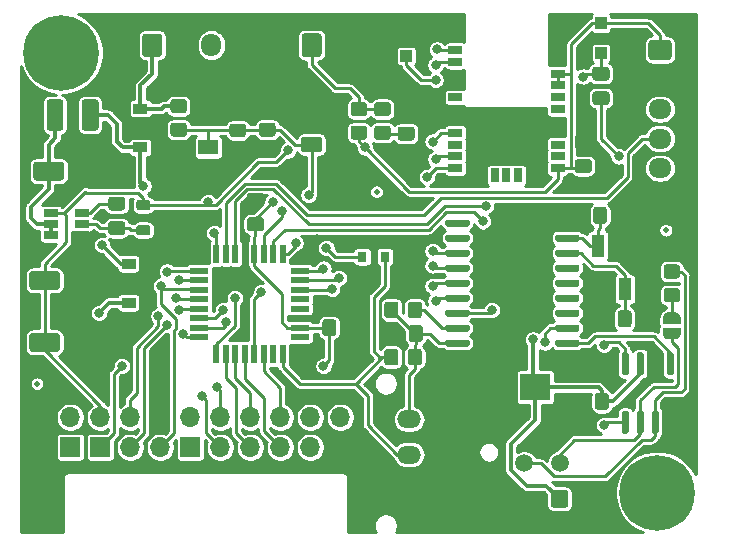
<source format=gbr>
%TF.GenerationSoftware,KiCad,Pcbnew,(5.1.12-1-10_14)*%
%TF.CreationDate,2023-02-08T21:42:28+01:00*%
%TF.ProjectId,SmartDisplay,536d6172-7444-4697-9370-6c61792e6b69,rev?*%
%TF.SameCoordinates,Original*%
%TF.FileFunction,Copper,L1,Top*%
%TF.FilePolarity,Positive*%
%FSLAX46Y46*%
G04 Gerber Fmt 4.6, Leading zero omitted, Abs format (unit mm)*
G04 Created by KiCad (PCBNEW (5.1.12-1-10_14)) date 2023-02-08 21:42:28*
%MOMM*%
%LPD*%
G01*
G04 APERTURE LIST*
%TA.AperFunction,SMDPad,CuDef*%
%ADD10R,1.200000X0.900000*%
%TD*%
%TA.AperFunction,SMDPad,CuDef*%
%ADD11R,0.800000X0.900000*%
%TD*%
%TA.AperFunction,SMDPad,CuDef*%
%ADD12R,1.000000X1.000000*%
%TD*%
%TA.AperFunction,SMDPad,CuDef*%
%ADD13R,1.050000X2.200000*%
%TD*%
%TA.AperFunction,SMDPad,CuDef*%
%ADD14R,1.143000X0.711200*%
%TD*%
%TA.AperFunction,SMDPad,CuDef*%
%ADD15R,0.711200X1.143000*%
%TD*%
%TA.AperFunction,ComponentPad*%
%ADD16C,0.800000*%
%TD*%
%TA.AperFunction,ComponentPad*%
%ADD17C,6.400000*%
%TD*%
%TA.AperFunction,SMDPad,CuDef*%
%ADD18R,1.220000X0.650000*%
%TD*%
%TA.AperFunction,ComponentPad*%
%ADD19O,2.020000X1.500000*%
%TD*%
%TA.AperFunction,ComponentPad*%
%ADD20O,1.700000X1.950000*%
%TD*%
%TA.AperFunction,ComponentPad*%
%ADD21O,1.700000X2.000000*%
%TD*%
%TA.AperFunction,ComponentPad*%
%ADD22O,1.950000X1.700000*%
%TD*%
%TA.AperFunction,SMDPad,CuDef*%
%ADD23C,0.500000*%
%TD*%
%TA.AperFunction,SMDPad,CuDef*%
%ADD24R,0.550000X1.600000*%
%TD*%
%TA.AperFunction,SMDPad,CuDef*%
%ADD25R,1.600000X0.550000*%
%TD*%
%TA.AperFunction,ComponentPad*%
%ADD26O,1.700000X1.700000*%
%TD*%
%TA.AperFunction,ComponentPad*%
%ADD27R,1.700000X1.700000*%
%TD*%
%TA.AperFunction,SMDPad,CuDef*%
%ADD28R,2.500000X2.300000*%
%TD*%
%TA.AperFunction,SMDPad,CuDef*%
%ADD29R,1.100000X1.900000*%
%TD*%
%TA.AperFunction,SMDPad,CuDef*%
%ADD30R,1.700000X1.300000*%
%TD*%
%TA.AperFunction,ComponentPad*%
%ADD31C,1.500000*%
%TD*%
%TA.AperFunction,SMDPad,CuDef*%
%ADD32C,0.100000*%
%TD*%
%TA.AperFunction,ViaPad*%
%ADD33C,0.800000*%
%TD*%
%TA.AperFunction,Conductor*%
%ADD34C,0.250000*%
%TD*%
%TA.AperFunction,Conductor*%
%ADD35C,0.350000*%
%TD*%
%TA.AperFunction,Conductor*%
%ADD36C,0.254000*%
%TD*%
%TA.AperFunction,Conductor*%
%ADD37C,0.100000*%
%TD*%
G04 APERTURE END LIST*
D10*
%TO.P,D6,2*%
%TO.N,+12V*%
X137500000Y-85620000D03*
%TO.P,D6,1*%
%TO.N,Net-(D5-Pad1)*%
X137500000Y-88920000D03*
%TD*%
%TO.P,D5,2*%
%TO.N,+5V*%
X136500000Y-102070000D03*
%TO.P,D5,1*%
%TO.N,Net-(D5-Pad1)*%
X136500000Y-98770000D03*
%TD*%
%TO.P,C11,2*%
%TO.N,GND*%
%TA.AperFunction,SMDPad,CuDef*%
G36*
G01*
X152650003Y-86207500D02*
X151349997Y-86207500D01*
G75*
G02*
X151100000Y-85957503I0J249997D01*
G01*
X151100000Y-85132497D01*
G75*
G02*
X151349997Y-84882500I249997J0D01*
G01*
X152650003Y-84882500D01*
G75*
G02*
X152900000Y-85132497I0J-249997D01*
G01*
X152900000Y-85957503D01*
G75*
G02*
X152650003Y-86207500I-249997J0D01*
G01*
G37*
%TD.AperFunction*%
%TO.P,C11,1*%
%TO.N,A3*%
%TA.AperFunction,SMDPad,CuDef*%
G36*
G01*
X152650003Y-89332500D02*
X151349997Y-89332500D01*
G75*
G02*
X151100000Y-89082503I0J249997D01*
G01*
X151100000Y-88257497D01*
G75*
G02*
X151349997Y-88007500I249997J0D01*
G01*
X152650003Y-88007500D01*
G75*
G02*
X152900000Y-88257497I0J-249997D01*
G01*
X152900000Y-89082503D01*
G75*
G02*
X152650003Y-89332500I-249997J0D01*
G01*
G37*
%TD.AperFunction*%
%TD*%
D11*
%TO.P,D3,3*%
%TO.N,GND*%
X157250000Y-100170000D03*
%TO.P,D3,2*%
%TO.N,A3*%
X156300000Y-98170000D03*
%TO.P,D3,1*%
%TO.N,1WIRE*%
X158200000Y-98170000D03*
%TD*%
D12*
%TO.P,X1,1*%
%TO.N,Net-(JP3-Pad3)*%
X160025000Y-81170000D03*
%TO.P,X1,2*%
%TO.N,GND*%
X160025000Y-78170000D03*
D13*
X161500000Y-79670000D03*
X158550000Y-79670000D03*
%TD*%
D14*
%TO.P,U5,13*%
%TO.N,GND*%
X172825000Y-78669999D03*
%TO.P,U5,12*%
X172825000Y-79670000D03*
%TO.P,U5,11*%
X172825000Y-80670000D03*
%TO.P,U5,10*%
X172825000Y-81670001D03*
%TO.P,U5,9*%
%TO.N,+3V3*%
X172825000Y-82669999D03*
%TO.P,U5,8*%
X172825000Y-83669999D03*
%TO.P,U5,7*%
%TO.N,N/C*%
X172825000Y-84670000D03*
%TO.P,U5,6*%
X172825000Y-85670001D03*
%TO.P,U5,5*%
%TO.N,GND*%
X172825000Y-86670001D03*
%TO.P,U5,4*%
X172825000Y-87669999D03*
%TO.P,U5,3*%
%TO.N,N/C*%
X172825000Y-88670000D03*
%TO.P,U5,2*%
X172825000Y-89670000D03*
%TO.P,U5,1*%
%TO.N,+3V3*%
X172825000Y-90670001D03*
D15*
%TO.P,U5,31*%
%TO.N,GND*%
X170500001Y-91270002D03*
%TO.P,U5,30*%
%TO.N,N/C*%
X169500001Y-91270002D03*
%TO.P,U5,29*%
X168500000Y-91270002D03*
%TO.P,U5,28*%
X167499999Y-91270002D03*
%TO.P,U5,27*%
%TO.N,GND*%
X166499999Y-91270002D03*
D14*
%TO.P,U5,26*%
%TO.N,GPS_RXD*%
X164175000Y-90670001D03*
%TO.P,U5,25*%
%TO.N,GPS_TXD*%
X164175000Y-89670000D03*
%TO.P,U5,24*%
%TO.N,N/C*%
X164175000Y-88670000D03*
%TO.P,U5,23*%
%TO.N,GPS_RESET*%
X164175000Y-87669999D03*
%TO.P,U5,22*%
%TO.N,GND*%
X164175000Y-86670001D03*
%TO.P,U5,21*%
X164175000Y-85670001D03*
%TO.P,U5,20*%
%TO.N,N/C*%
X164175000Y-84670000D03*
%TO.P,U5,19*%
%TO.N,GND*%
X164175000Y-83669999D03*
%TO.P,U5,18*%
X164175000Y-82669999D03*
%TO.P,U5,17*%
%TO.N,Net-(JP3-Pad2)*%
X164175000Y-81670001D03*
%TO.P,U5,16*%
%TO.N,Net-(JP3-Pad1)*%
X164175000Y-80670000D03*
%TO.P,U5,15*%
%TO.N,GND*%
X164175000Y-79670000D03*
%TO.P,U5,14*%
X164175000Y-78669999D03*
%TD*%
D16*
%TO.P,H2,1*%
%TO.N,Net-(H2-Pad1)*%
X182972112Y-116459000D03*
X181275056Y-115756056D03*
X179578000Y-116459000D03*
X178875056Y-118156056D03*
X179578000Y-119853112D03*
X181275056Y-120556056D03*
X182972112Y-119853112D03*
X183675056Y-118156056D03*
D17*
X181275056Y-118156056D03*
%TD*%
%TO.P,C15,2*%
%TO.N,GND*%
%TA.AperFunction,SMDPad,CuDef*%
G36*
G01*
X175475000Y-89007500D02*
X174525000Y-89007500D01*
G75*
G02*
X174275000Y-88757500I0J250000D01*
G01*
X174275000Y-88082500D01*
G75*
G02*
X174525000Y-87832500I250000J0D01*
G01*
X175475000Y-87832500D01*
G75*
G02*
X175725000Y-88082500I0J-250000D01*
G01*
X175725000Y-88757500D01*
G75*
G02*
X175475000Y-89007500I-250000J0D01*
G01*
G37*
%TD.AperFunction*%
%TO.P,C15,1*%
%TO.N,+3V3*%
%TA.AperFunction,SMDPad,CuDef*%
G36*
G01*
X175475000Y-91082500D02*
X174525000Y-91082500D01*
G75*
G02*
X174275000Y-90832500I0J250000D01*
G01*
X174275000Y-90157500D01*
G75*
G02*
X174525000Y-89907500I250000J0D01*
G01*
X175475000Y-89907500D01*
G75*
G02*
X175725000Y-90157500I0J-250000D01*
G01*
X175725000Y-90832500D01*
G75*
G02*
X175475000Y-91082500I-250000J0D01*
G01*
G37*
%TD.AperFunction*%
%TD*%
D18*
%TO.P,U4,6*%
%TO.N,Net-(C4-Pad2)*%
X132560000Y-94470000D03*
%TO.P,U4,5*%
%TO.N,Net-(C4-Pad1)*%
X132560000Y-95420000D03*
%TO.P,U4,4*%
%TO.N,GND*%
X132560000Y-96370000D03*
%TO.P,U4,3*%
%TO.N,Net-(C3-Pad1)*%
X129940000Y-96370000D03*
%TO.P,U4,2*%
X129940000Y-95420000D03*
%TO.P,U4,1*%
%TO.N,+3V3*%
X129940000Y-94470000D03*
%TD*%
D19*
%TO.P,J8,3*%
%TO.N,+3V3*%
X160250000Y-111920000D03*
%TO.P,J8,2*%
%TO.N,1WIRE*%
X160250000Y-114920000D03*
%TO.P,J8,1*%
%TO.N,GND*%
%TA.AperFunction,ComponentPad*%
G36*
G01*
X161010000Y-118670000D02*
X159490000Y-118670000D01*
G75*
G02*
X159240000Y-118420000I0J250000D01*
G01*
X159240000Y-117420000D01*
G75*
G02*
X159490000Y-117170000I250000J0D01*
G01*
X161010000Y-117170000D01*
G75*
G02*
X161260000Y-117420000I0J-250000D01*
G01*
X161260000Y-118420000D01*
G75*
G02*
X161010000Y-118670000I-250000J0D01*
G01*
G37*
%TD.AperFunction*%
%TD*%
%TO.P,L1,2*%
%TO.N,+3V3*%
%TA.AperFunction,SMDPad,CuDef*%
G36*
G01*
X138131250Y-94232500D02*
X137368750Y-94232500D01*
G75*
G02*
X137150000Y-94013750I0J218750D01*
G01*
X137150000Y-93576250D01*
G75*
G02*
X137368750Y-93357500I218750J0D01*
G01*
X138131250Y-93357500D01*
G75*
G02*
X138350000Y-93576250I0J-218750D01*
G01*
X138350000Y-94013750D01*
G75*
G02*
X138131250Y-94232500I-218750J0D01*
G01*
G37*
%TD.AperFunction*%
%TO.P,L1,1*%
%TO.N,Net-(C4-Pad1)*%
%TA.AperFunction,SMDPad,CuDef*%
G36*
G01*
X138131250Y-96357500D02*
X137368750Y-96357500D01*
G75*
G02*
X137150000Y-96138750I0J218750D01*
G01*
X137150000Y-95701250D01*
G75*
G02*
X137368750Y-95482500I218750J0D01*
G01*
X138131250Y-95482500D01*
G75*
G02*
X138350000Y-95701250I0J-218750D01*
G01*
X138350000Y-96138750D01*
G75*
G02*
X138131250Y-96357500I-218750J0D01*
G01*
G37*
%TD.AperFunction*%
%TD*%
%TO.P,C14,2*%
%TO.N,GND*%
%TA.AperFunction,SMDPad,CuDef*%
G36*
G01*
X131700000Y-105970000D02*
X131700000Y-104870000D01*
G75*
G02*
X131950000Y-104620000I250000J0D01*
G01*
X134050000Y-104620000D01*
G75*
G02*
X134300000Y-104870000I0J-250000D01*
G01*
X134300000Y-105970000D01*
G75*
G02*
X134050000Y-106220000I-250000J0D01*
G01*
X131950000Y-106220000D01*
G75*
G02*
X131700000Y-105970000I0J250000D01*
G01*
G37*
%TD.AperFunction*%
%TO.P,C14,1*%
%TO.N,+3V3*%
%TA.AperFunction,SMDPad,CuDef*%
G36*
G01*
X128100000Y-105970000D02*
X128100000Y-104870000D01*
G75*
G02*
X128350000Y-104620000I250000J0D01*
G01*
X130450000Y-104620000D01*
G75*
G02*
X130700000Y-104870000I0J-250000D01*
G01*
X130700000Y-105970000D01*
G75*
G02*
X130450000Y-106220000I-250000J0D01*
G01*
X128350000Y-106220000D01*
G75*
G02*
X128100000Y-105970000I0J250000D01*
G01*
G37*
%TD.AperFunction*%
%TD*%
%TO.P,C13,2*%
%TO.N,GND*%
%TA.AperFunction,SMDPad,CuDef*%
G36*
G01*
X131700000Y-100720000D02*
X131700000Y-99620000D01*
G75*
G02*
X131950000Y-99370000I250000J0D01*
G01*
X134050000Y-99370000D01*
G75*
G02*
X134300000Y-99620000I0J-250000D01*
G01*
X134300000Y-100720000D01*
G75*
G02*
X134050000Y-100970000I-250000J0D01*
G01*
X131950000Y-100970000D01*
G75*
G02*
X131700000Y-100720000I0J250000D01*
G01*
G37*
%TD.AperFunction*%
%TO.P,C13,1*%
%TO.N,+3V3*%
%TA.AperFunction,SMDPad,CuDef*%
G36*
G01*
X128100000Y-100720000D02*
X128100000Y-99620000D01*
G75*
G02*
X128350000Y-99370000I250000J0D01*
G01*
X130450000Y-99370000D01*
G75*
G02*
X130700000Y-99620000I0J-250000D01*
G01*
X130700000Y-100720000D01*
G75*
G02*
X130450000Y-100970000I-250000J0D01*
G01*
X128350000Y-100970000D01*
G75*
G02*
X128100000Y-100720000I0J250000D01*
G01*
G37*
%TD.AperFunction*%
%TD*%
%TO.P,C4,2*%
%TO.N,Net-(C4-Pad2)*%
%TA.AperFunction,SMDPad,CuDef*%
G36*
G01*
X135975000Y-94257500D02*
X135025000Y-94257500D01*
G75*
G02*
X134775000Y-94007500I0J250000D01*
G01*
X134775000Y-93332500D01*
G75*
G02*
X135025000Y-93082500I250000J0D01*
G01*
X135975000Y-93082500D01*
G75*
G02*
X136225000Y-93332500I0J-250000D01*
G01*
X136225000Y-94007500D01*
G75*
G02*
X135975000Y-94257500I-250000J0D01*
G01*
G37*
%TD.AperFunction*%
%TO.P,C4,1*%
%TO.N,Net-(C4-Pad1)*%
%TA.AperFunction,SMDPad,CuDef*%
G36*
G01*
X135975000Y-96332500D02*
X135025000Y-96332500D01*
G75*
G02*
X134775000Y-96082500I0J250000D01*
G01*
X134775000Y-95407500D01*
G75*
G02*
X135025000Y-95157500I250000J0D01*
G01*
X135975000Y-95157500D01*
G75*
G02*
X136225000Y-95407500I0J-250000D01*
G01*
X136225000Y-96082500D01*
G75*
G02*
X135975000Y-96332500I-250000J0D01*
G01*
G37*
%TD.AperFunction*%
%TD*%
%TO.P,C3,2*%
%TO.N,GND*%
%TA.AperFunction,SMDPad,CuDef*%
G36*
G01*
X132050000Y-91470000D02*
X132050000Y-90370000D01*
G75*
G02*
X132300000Y-90120000I250000J0D01*
G01*
X134400000Y-90120000D01*
G75*
G02*
X134650000Y-90370000I0J-250000D01*
G01*
X134650000Y-91470000D01*
G75*
G02*
X134400000Y-91720000I-250000J0D01*
G01*
X132300000Y-91720000D01*
G75*
G02*
X132050000Y-91470000I0J250000D01*
G01*
G37*
%TD.AperFunction*%
%TO.P,C3,1*%
%TO.N,Net-(C3-Pad1)*%
%TA.AperFunction,SMDPad,CuDef*%
G36*
G01*
X128450000Y-91470000D02*
X128450000Y-90370000D01*
G75*
G02*
X128700000Y-90120000I250000J0D01*
G01*
X130800000Y-90120000D01*
G75*
G02*
X131050000Y-90370000I0J-250000D01*
G01*
X131050000Y-91470000D01*
G75*
G02*
X130800000Y-91720000I-250000J0D01*
G01*
X128700000Y-91720000D01*
G75*
G02*
X128450000Y-91470000I0J250000D01*
G01*
G37*
%TD.AperFunction*%
%TD*%
D20*
%TO.P,J4,4*%
%TO.N,GND*%
X146000000Y-80264000D03*
%TO.P,J4,3*%
%TO.N,INSTR.BEL*%
X143500000Y-80264000D03*
%TO.P,J4,2*%
%TO.N,GND*%
X141000000Y-80264000D03*
%TO.P,J4,1*%
%TO.N,+12V*%
%TA.AperFunction,ComponentPad*%
G36*
G01*
X137650000Y-80989000D02*
X137650000Y-79539000D01*
G75*
G02*
X137900000Y-79289000I250000J0D01*
G01*
X139100000Y-79289000D01*
G75*
G02*
X139350000Y-79539000I0J-250000D01*
G01*
X139350000Y-80989000D01*
G75*
G02*
X139100000Y-81239000I-250000J0D01*
G01*
X137900000Y-81239000D01*
G75*
G02*
X137650000Y-80989000I0J250000D01*
G01*
G37*
%TD.AperFunction*%
%TD*%
D21*
%TO.P,J2,2*%
%TO.N,GND*%
X154500000Y-80264000D03*
%TO.P,J2,1*%
%TO.N,Net-(J2-Pad1)*%
%TA.AperFunction,ComponentPad*%
G36*
G01*
X151150000Y-81014000D02*
X151150000Y-79514000D01*
G75*
G02*
X151400000Y-79264000I250000J0D01*
G01*
X152600000Y-79264000D01*
G75*
G02*
X152850000Y-79514000I0J-250000D01*
G01*
X152850000Y-81014000D01*
G75*
G02*
X152600000Y-81264000I-250000J0D01*
G01*
X151400000Y-81264000D01*
G75*
G02*
X151150000Y-81014000I0J250000D01*
G01*
G37*
%TD.AperFunction*%
%TD*%
D22*
%TO.P,J6,5*%
%TO.N,Net-(C12-Pad1)*%
X181500000Y-90670000D03*
%TO.P,J6,4*%
%TO.N,RXD*%
X181500000Y-88170000D03*
%TO.P,J6,3*%
%TO.N,TXD*%
X181500000Y-85670000D03*
%TO.P,J6,2*%
%TO.N,GND*%
X181500000Y-83170000D03*
%TO.P,J6,1*%
%TO.N,+3V3*%
%TA.AperFunction,ComponentPad*%
G36*
G01*
X180775000Y-79820000D02*
X182225000Y-79820000D01*
G75*
G02*
X182475000Y-80070000I0J-250000D01*
G01*
X182475000Y-81270000D01*
G75*
G02*
X182225000Y-81520000I-250000J0D01*
G01*
X180775000Y-81520000D01*
G75*
G02*
X180525000Y-81270000I0J250000D01*
G01*
X180525000Y-80070000D01*
G75*
G02*
X180775000Y-79820000I250000J0D01*
G01*
G37*
%TD.AperFunction*%
%TD*%
D23*
%TO.P,FID3,*%
%TO.N,*%
X182000000Y-95920000D03*
%TD*%
%TO.P,FID2,*%
%TO.N,*%
X128750000Y-108920000D03*
%TD*%
%TO.P,FID1,*%
%TO.N,*%
X157500000Y-92670000D03*
%TD*%
%TO.P,F1,2*%
%TO.N,Net-(D5-Pad1)*%
%TA.AperFunction,SMDPad,CuDef*%
G36*
G01*
X132537500Y-87245000D02*
X132537500Y-85095000D01*
G75*
G02*
X132787500Y-84845000I250000J0D01*
G01*
X133712500Y-84845000D01*
G75*
G02*
X133962500Y-85095000I0J-250000D01*
G01*
X133962500Y-87245000D01*
G75*
G02*
X133712500Y-87495000I-250000J0D01*
G01*
X132787500Y-87495000D01*
G75*
G02*
X132537500Y-87245000I0J250000D01*
G01*
G37*
%TD.AperFunction*%
%TO.P,F1,1*%
%TO.N,Net-(C3-Pad1)*%
%TA.AperFunction,SMDPad,CuDef*%
G36*
G01*
X129562500Y-87245000D02*
X129562500Y-85095000D01*
G75*
G02*
X129812500Y-84845000I250000J0D01*
G01*
X130737500Y-84845000D01*
G75*
G02*
X130987500Y-85095000I0J-250000D01*
G01*
X130987500Y-87245000D01*
G75*
G02*
X130737500Y-87495000I-250000J0D01*
G01*
X129812500Y-87495000D01*
G75*
G02*
X129562500Y-87245000I0J250000D01*
G01*
G37*
%TD.AperFunction*%
%TD*%
%TO.P,U3,18*%
%TO.N,+3V3*%
%TA.AperFunction,SMDPad,CuDef*%
G36*
G01*
X165375000Y-105330000D02*
X165375000Y-105630000D01*
G75*
G02*
X165225000Y-105780000I-150000J0D01*
G01*
X163475000Y-105780000D01*
G75*
G02*
X163325000Y-105630000I0J150000D01*
G01*
X163325000Y-105330000D01*
G75*
G02*
X163475000Y-105180000I150000J0D01*
G01*
X165225000Y-105180000D01*
G75*
G02*
X165375000Y-105330000I0J-150000D01*
G01*
G37*
%TD.AperFunction*%
%TO.P,U3,17*%
%TO.N,Net-(R3-Pad2)*%
%TA.AperFunction,SMDPad,CuDef*%
G36*
G01*
X165375000Y-104060000D02*
X165375000Y-104360000D01*
G75*
G02*
X165225000Y-104510000I-150000J0D01*
G01*
X163475000Y-104510000D01*
G75*
G02*
X163325000Y-104360000I0J150000D01*
G01*
X163325000Y-104060000D01*
G75*
G02*
X163475000Y-103910000I150000J0D01*
G01*
X165225000Y-103910000D01*
G75*
G02*
X165375000Y-104060000I0J-150000D01*
G01*
G37*
%TD.AperFunction*%
%TO.P,U3,16*%
%TO.N,SS*%
%TA.AperFunction,SMDPad,CuDef*%
G36*
G01*
X165375000Y-102790000D02*
X165375000Y-103090000D01*
G75*
G02*
X165225000Y-103240000I-150000J0D01*
G01*
X163475000Y-103240000D01*
G75*
G02*
X163325000Y-103090000I0J150000D01*
G01*
X163325000Y-102790000D01*
G75*
G02*
X163475000Y-102640000I150000J0D01*
G01*
X165225000Y-102640000D01*
G75*
G02*
X165375000Y-102790000I0J-150000D01*
G01*
G37*
%TD.AperFunction*%
%TO.P,U3,15*%
%TO.N,MISO*%
%TA.AperFunction,SMDPad,CuDef*%
G36*
G01*
X165375000Y-101520000D02*
X165375000Y-101820000D01*
G75*
G02*
X165225000Y-101970000I-150000J0D01*
G01*
X163475000Y-101970000D01*
G75*
G02*
X163325000Y-101820000I0J150000D01*
G01*
X163325000Y-101520000D01*
G75*
G02*
X163475000Y-101370000I150000J0D01*
G01*
X165225000Y-101370000D01*
G75*
G02*
X165375000Y-101520000I0J-150000D01*
G01*
G37*
%TD.AperFunction*%
%TO.P,U3,14*%
%TO.N,MOSI*%
%TA.AperFunction,SMDPad,CuDef*%
G36*
G01*
X165375000Y-100250000D02*
X165375000Y-100550000D01*
G75*
G02*
X165225000Y-100700000I-150000J0D01*
G01*
X163475000Y-100700000D01*
G75*
G02*
X163325000Y-100550000I0J150000D01*
G01*
X163325000Y-100250000D01*
G75*
G02*
X163475000Y-100100000I150000J0D01*
G01*
X165225000Y-100100000D01*
G75*
G02*
X165375000Y-100250000I0J-150000D01*
G01*
G37*
%TD.AperFunction*%
%TO.P,U3,13*%
%TO.N,SCK*%
%TA.AperFunction,SMDPad,CuDef*%
G36*
G01*
X165375000Y-98980000D02*
X165375000Y-99280000D01*
G75*
G02*
X165225000Y-99430000I-150000J0D01*
G01*
X163475000Y-99430000D01*
G75*
G02*
X163325000Y-99280000I0J150000D01*
G01*
X163325000Y-98980000D01*
G75*
G02*
X163475000Y-98830000I150000J0D01*
G01*
X165225000Y-98830000D01*
G75*
G02*
X165375000Y-98980000I0J-150000D01*
G01*
G37*
%TD.AperFunction*%
%TO.P,U3,12*%
%TO.N,INT_CAN*%
%TA.AperFunction,SMDPad,CuDef*%
G36*
G01*
X165375000Y-97710000D02*
X165375000Y-98010000D01*
G75*
G02*
X165225000Y-98160000I-150000J0D01*
G01*
X163475000Y-98160000D01*
G75*
G02*
X163325000Y-98010000I0J150000D01*
G01*
X163325000Y-97710000D01*
G75*
G02*
X163475000Y-97560000I150000J0D01*
G01*
X165225000Y-97560000D01*
G75*
G02*
X165375000Y-97710000I0J-150000D01*
G01*
G37*
%TD.AperFunction*%
%TO.P,U3,11*%
%TO.N,N/C*%
%TA.AperFunction,SMDPad,CuDef*%
G36*
G01*
X165375000Y-96440000D02*
X165375000Y-96740000D01*
G75*
G02*
X165225000Y-96890000I-150000J0D01*
G01*
X163475000Y-96890000D01*
G75*
G02*
X163325000Y-96740000I0J150000D01*
G01*
X163325000Y-96440000D01*
G75*
G02*
X163475000Y-96290000I150000J0D01*
G01*
X165225000Y-96290000D01*
G75*
G02*
X165375000Y-96440000I0J-150000D01*
G01*
G37*
%TD.AperFunction*%
%TO.P,U3,10*%
%TA.AperFunction,SMDPad,CuDef*%
G36*
G01*
X165375000Y-95170000D02*
X165375000Y-95470000D01*
G75*
G02*
X165225000Y-95620000I-150000J0D01*
G01*
X163475000Y-95620000D01*
G75*
G02*
X163325000Y-95470000I0J150000D01*
G01*
X163325000Y-95170000D01*
G75*
G02*
X163475000Y-95020000I150000J0D01*
G01*
X165225000Y-95020000D01*
G75*
G02*
X165375000Y-95170000I0J-150000D01*
G01*
G37*
%TD.AperFunction*%
%TO.P,U3,9*%
%TO.N,GND*%
%TA.AperFunction,SMDPad,CuDef*%
G36*
G01*
X174675000Y-95170000D02*
X174675000Y-95470000D01*
G75*
G02*
X174525000Y-95620000I-150000J0D01*
G01*
X172775000Y-95620000D01*
G75*
G02*
X172625000Y-95470000I0J150000D01*
G01*
X172625000Y-95170000D01*
G75*
G02*
X172775000Y-95020000I150000J0D01*
G01*
X174525000Y-95020000D01*
G75*
G02*
X174675000Y-95170000I0J-150000D01*
G01*
G37*
%TD.AperFunction*%
%TO.P,U3,8*%
%TO.N,Net-(C7-Pad1)*%
%TA.AperFunction,SMDPad,CuDef*%
G36*
G01*
X174675000Y-96440000D02*
X174675000Y-96740000D01*
G75*
G02*
X174525000Y-96890000I-150000J0D01*
G01*
X172775000Y-96890000D01*
G75*
G02*
X172625000Y-96740000I0J150000D01*
G01*
X172625000Y-96440000D01*
G75*
G02*
X172775000Y-96290000I150000J0D01*
G01*
X174525000Y-96290000D01*
G75*
G02*
X174675000Y-96440000I0J-150000D01*
G01*
G37*
%TD.AperFunction*%
%TO.P,U3,7*%
%TO.N,Net-(C8-Pad1)*%
%TA.AperFunction,SMDPad,CuDef*%
G36*
G01*
X174675000Y-97710000D02*
X174675000Y-98010000D01*
G75*
G02*
X174525000Y-98160000I-150000J0D01*
G01*
X172775000Y-98160000D01*
G75*
G02*
X172625000Y-98010000I0J150000D01*
G01*
X172625000Y-97710000D01*
G75*
G02*
X172775000Y-97560000I150000J0D01*
G01*
X174525000Y-97560000D01*
G75*
G02*
X174675000Y-97710000I0J-150000D01*
G01*
G37*
%TD.AperFunction*%
%TO.P,U3,6*%
%TO.N,N/C*%
%TA.AperFunction,SMDPad,CuDef*%
G36*
G01*
X174675000Y-98980000D02*
X174675000Y-99280000D01*
G75*
G02*
X174525000Y-99430000I-150000J0D01*
G01*
X172775000Y-99430000D01*
G75*
G02*
X172625000Y-99280000I0J150000D01*
G01*
X172625000Y-98980000D01*
G75*
G02*
X172775000Y-98830000I150000J0D01*
G01*
X174525000Y-98830000D01*
G75*
G02*
X174675000Y-98980000I0J-150000D01*
G01*
G37*
%TD.AperFunction*%
%TO.P,U3,5*%
%TA.AperFunction,SMDPad,CuDef*%
G36*
G01*
X174675000Y-100250000D02*
X174675000Y-100550000D01*
G75*
G02*
X174525000Y-100700000I-150000J0D01*
G01*
X172775000Y-100700000D01*
G75*
G02*
X172625000Y-100550000I0J150000D01*
G01*
X172625000Y-100250000D01*
G75*
G02*
X172775000Y-100100000I150000J0D01*
G01*
X174525000Y-100100000D01*
G75*
G02*
X174675000Y-100250000I0J-150000D01*
G01*
G37*
%TD.AperFunction*%
%TO.P,U3,4*%
%TA.AperFunction,SMDPad,CuDef*%
G36*
G01*
X174675000Y-101520000D02*
X174675000Y-101820000D01*
G75*
G02*
X174525000Y-101970000I-150000J0D01*
G01*
X172775000Y-101970000D01*
G75*
G02*
X172625000Y-101820000I0J150000D01*
G01*
X172625000Y-101520000D01*
G75*
G02*
X172775000Y-101370000I150000J0D01*
G01*
X174525000Y-101370000D01*
G75*
G02*
X174675000Y-101520000I0J-150000D01*
G01*
G37*
%TD.AperFunction*%
%TO.P,U3,3*%
%TA.AperFunction,SMDPad,CuDef*%
G36*
G01*
X174675000Y-102790000D02*
X174675000Y-103090000D01*
G75*
G02*
X174525000Y-103240000I-150000J0D01*
G01*
X172775000Y-103240000D01*
G75*
G02*
X172625000Y-103090000I0J150000D01*
G01*
X172625000Y-102790000D01*
G75*
G02*
X172775000Y-102640000I150000J0D01*
G01*
X174525000Y-102640000D01*
G75*
G02*
X174675000Y-102790000I0J-150000D01*
G01*
G37*
%TD.AperFunction*%
%TO.P,U3,2*%
%TO.N,Net-(U2-Pad4)*%
%TA.AperFunction,SMDPad,CuDef*%
G36*
G01*
X174675000Y-104060000D02*
X174675000Y-104360000D01*
G75*
G02*
X174525000Y-104510000I-150000J0D01*
G01*
X172775000Y-104510000D01*
G75*
G02*
X172625000Y-104360000I0J150000D01*
G01*
X172625000Y-104060000D01*
G75*
G02*
X172775000Y-103910000I150000J0D01*
G01*
X174525000Y-103910000D01*
G75*
G02*
X174675000Y-104060000I0J-150000D01*
G01*
G37*
%TD.AperFunction*%
%TO.P,U3,1*%
%TO.N,Net-(U2-Pad1)*%
%TA.AperFunction,SMDPad,CuDef*%
G36*
G01*
X174675000Y-105330000D02*
X174675000Y-105630000D01*
G75*
G02*
X174525000Y-105780000I-150000J0D01*
G01*
X172775000Y-105780000D01*
G75*
G02*
X172625000Y-105630000I0J150000D01*
G01*
X172625000Y-105330000D01*
G75*
G02*
X172775000Y-105180000I150000J0D01*
G01*
X174525000Y-105180000D01*
G75*
G02*
X174675000Y-105330000I0J-150000D01*
G01*
G37*
%TD.AperFunction*%
%TD*%
%TO.P,R8,2*%
%TO.N,+3V3*%
%TA.AperFunction,SMDPad,CuDef*%
G36*
G01*
X160150000Y-107120001D02*
X160150000Y-106219999D01*
G75*
G02*
X160399999Y-105970000I249999J0D01*
G01*
X161100001Y-105970000D01*
G75*
G02*
X161350000Y-106219999I0J-249999D01*
G01*
X161350000Y-107120001D01*
G75*
G02*
X161100001Y-107370000I-249999J0D01*
G01*
X160399999Y-107370000D01*
G75*
G02*
X160150000Y-107120001I0J249999D01*
G01*
G37*
%TD.AperFunction*%
%TO.P,R8,1*%
%TO.N,1WIRE*%
%TA.AperFunction,SMDPad,CuDef*%
G36*
G01*
X158150000Y-107120001D02*
X158150000Y-106219999D01*
G75*
G02*
X158399999Y-105970000I249999J0D01*
G01*
X159100001Y-105970000D01*
G75*
G02*
X159350000Y-106219999I0J-249999D01*
G01*
X159350000Y-107120001D01*
G75*
G02*
X159100001Y-107370000I-249999J0D01*
G01*
X158399999Y-107370000D01*
G75*
G02*
X158150000Y-107120001I0J249999D01*
G01*
G37*
%TD.AperFunction*%
%TD*%
%TO.P,R7,2*%
%TO.N,GND*%
%TA.AperFunction,SMDPad,CuDef*%
G36*
G01*
X148700001Y-86020000D02*
X147799999Y-86020000D01*
G75*
G02*
X147550000Y-85770001I0J249999D01*
G01*
X147550000Y-85069999D01*
G75*
G02*
X147799999Y-84820000I249999J0D01*
G01*
X148700001Y-84820000D01*
G75*
G02*
X148950000Y-85069999I0J-249999D01*
G01*
X148950000Y-85770001D01*
G75*
G02*
X148700001Y-86020000I-249999J0D01*
G01*
G37*
%TD.AperFunction*%
%TO.P,R7,1*%
%TO.N,A3*%
%TA.AperFunction,SMDPad,CuDef*%
G36*
G01*
X148700001Y-88020000D02*
X147799999Y-88020000D01*
G75*
G02*
X147550000Y-87770001I0J249999D01*
G01*
X147550000Y-87069999D01*
G75*
G02*
X147799999Y-86820000I249999J0D01*
G01*
X148700001Y-86820000D01*
G75*
G02*
X148950000Y-87069999I0J-249999D01*
G01*
X148950000Y-87770001D01*
G75*
G02*
X148700001Y-88020000I-249999J0D01*
G01*
G37*
%TD.AperFunction*%
%TD*%
%TO.P,R6,2*%
%TO.N,+12V*%
%TA.AperFunction,SMDPad,CuDef*%
G36*
G01*
X141200001Y-86020000D02*
X140299999Y-86020000D01*
G75*
G02*
X140050000Y-85770001I0J249999D01*
G01*
X140050000Y-85069999D01*
G75*
G02*
X140299999Y-84820000I249999J0D01*
G01*
X141200001Y-84820000D01*
G75*
G02*
X141450000Y-85069999I0J-249999D01*
G01*
X141450000Y-85770001D01*
G75*
G02*
X141200001Y-86020000I-249999J0D01*
G01*
G37*
%TD.AperFunction*%
%TO.P,R6,1*%
%TO.N,A3*%
%TA.AperFunction,SMDPad,CuDef*%
G36*
G01*
X141200001Y-88020000D02*
X140299999Y-88020000D01*
G75*
G02*
X140050000Y-87770001I0J249999D01*
G01*
X140050000Y-87069999D01*
G75*
G02*
X140299999Y-86820000I249999J0D01*
G01*
X141200001Y-86820000D01*
G75*
G02*
X141450000Y-87069999I0J-249999D01*
G01*
X141450000Y-87770001D01*
G75*
G02*
X141200001Y-88020000I-249999J0D01*
G01*
G37*
%TD.AperFunction*%
%TD*%
%TO.P,R5,2*%
%TO.N,+3V3*%
%TA.AperFunction,SMDPad,CuDef*%
G36*
G01*
X155549999Y-87070000D02*
X156450001Y-87070000D01*
G75*
G02*
X156700000Y-87319999I0J-249999D01*
G01*
X156700000Y-88020001D01*
G75*
G02*
X156450001Y-88270000I-249999J0D01*
G01*
X155549999Y-88270000D01*
G75*
G02*
X155300000Y-88020001I0J249999D01*
G01*
X155300000Y-87319999D01*
G75*
G02*
X155549999Y-87070000I249999J0D01*
G01*
G37*
%TD.AperFunction*%
%TO.P,R5,1*%
%TO.N,Net-(J2-Pad1)*%
%TA.AperFunction,SMDPad,CuDef*%
G36*
G01*
X155549999Y-85070000D02*
X156450001Y-85070000D01*
G75*
G02*
X156700000Y-85319999I0J-249999D01*
G01*
X156700000Y-86020001D01*
G75*
G02*
X156450001Y-86270000I-249999J0D01*
G01*
X155549999Y-86270000D01*
G75*
G02*
X155300000Y-86020001I0J249999D01*
G01*
X155300000Y-85319999D01*
G75*
G02*
X155549999Y-85070000I249999J0D01*
G01*
G37*
%TD.AperFunction*%
%TD*%
%TO.P,R4,2*%
%TO.N,D3*%
%TA.AperFunction,SMDPad,CuDef*%
G36*
G01*
X157549999Y-87070000D02*
X158450001Y-87070000D01*
G75*
G02*
X158700000Y-87319999I0J-249999D01*
G01*
X158700000Y-88020001D01*
G75*
G02*
X158450001Y-88270000I-249999J0D01*
G01*
X157549999Y-88270000D01*
G75*
G02*
X157300000Y-88020001I0J249999D01*
G01*
X157300000Y-87319999D01*
G75*
G02*
X157549999Y-87070000I249999J0D01*
G01*
G37*
%TD.AperFunction*%
%TO.P,R4,1*%
%TO.N,Net-(J2-Pad1)*%
%TA.AperFunction,SMDPad,CuDef*%
G36*
G01*
X157549999Y-85070000D02*
X158450001Y-85070000D01*
G75*
G02*
X158700000Y-85319999I0J-249999D01*
G01*
X158700000Y-86020001D01*
G75*
G02*
X158450001Y-86270000I-249999J0D01*
G01*
X157549999Y-86270000D01*
G75*
G02*
X157300000Y-86020001I0J249999D01*
G01*
X157300000Y-85319999D01*
G75*
G02*
X157549999Y-85070000I249999J0D01*
G01*
G37*
%TD.AperFunction*%
%TD*%
%TO.P,R3,2*%
%TO.N,Net-(R3-Pad2)*%
%TA.AperFunction,SMDPad,CuDef*%
G36*
G01*
X160150000Y-103120001D02*
X160150000Y-102219999D01*
G75*
G02*
X160399999Y-101970000I249999J0D01*
G01*
X161100001Y-101970000D01*
G75*
G02*
X161350000Y-102219999I0J-249999D01*
G01*
X161350000Y-103120001D01*
G75*
G02*
X161100001Y-103370000I-249999J0D01*
G01*
X160399999Y-103370000D01*
G75*
G02*
X160150000Y-103120001I0J249999D01*
G01*
G37*
%TD.AperFunction*%
%TO.P,R3,1*%
%TO.N,+3V3*%
%TA.AperFunction,SMDPad,CuDef*%
G36*
G01*
X158150000Y-103120001D02*
X158150000Y-102219999D01*
G75*
G02*
X158399999Y-101970000I249999J0D01*
G01*
X159100001Y-101970000D01*
G75*
G02*
X159350000Y-102219999I0J-249999D01*
G01*
X159350000Y-103120001D01*
G75*
G02*
X159100001Y-103370000I-249999J0D01*
G01*
X158399999Y-103370000D01*
G75*
G02*
X158150000Y-103120001I0J249999D01*
G01*
G37*
%TD.AperFunction*%
%TD*%
%TO.P,R2,2*%
%TO.N,CANH*%
%TA.AperFunction,SMDPad,CuDef*%
G36*
G01*
X182950001Y-100020000D02*
X182049999Y-100020000D01*
G75*
G02*
X181800000Y-99770001I0J249999D01*
G01*
X181800000Y-99069999D01*
G75*
G02*
X182049999Y-98820000I249999J0D01*
G01*
X182950001Y-98820000D01*
G75*
G02*
X183200000Y-99069999I0J-249999D01*
G01*
X183200000Y-99770001D01*
G75*
G02*
X182950001Y-100020000I-249999J0D01*
G01*
G37*
%TD.AperFunction*%
%TO.P,R2,1*%
%TO.N,Net-(JP2-Pad1)*%
%TA.AperFunction,SMDPad,CuDef*%
G36*
G01*
X182950001Y-102020000D02*
X182049999Y-102020000D01*
G75*
G02*
X181800000Y-101770001I0J249999D01*
G01*
X181800000Y-101069999D01*
G75*
G02*
X182049999Y-100820000I249999J0D01*
G01*
X182950001Y-100820000D01*
G75*
G02*
X183200000Y-101069999I0J-249999D01*
G01*
X183200000Y-101770001D01*
G75*
G02*
X182950001Y-102020000I-249999J0D01*
G01*
G37*
%TD.AperFunction*%
%TD*%
%TO.P,C12,2*%
%TO.N,RESET*%
%TA.AperFunction,SMDPad,CuDef*%
G36*
G01*
X176975000Y-83257500D02*
X176025000Y-83257500D01*
G75*
G02*
X175775000Y-83007500I0J250000D01*
G01*
X175775000Y-82332500D01*
G75*
G02*
X176025000Y-82082500I250000J0D01*
G01*
X176975000Y-82082500D01*
G75*
G02*
X177225000Y-82332500I0J-250000D01*
G01*
X177225000Y-83007500D01*
G75*
G02*
X176975000Y-83257500I-250000J0D01*
G01*
G37*
%TD.AperFunction*%
%TO.P,C12,1*%
%TO.N,Net-(C12-Pad1)*%
%TA.AperFunction,SMDPad,CuDef*%
G36*
G01*
X176975000Y-85332500D02*
X176025000Y-85332500D01*
G75*
G02*
X175775000Y-85082500I0J250000D01*
G01*
X175775000Y-84407500D01*
G75*
G02*
X176025000Y-84157500I250000J0D01*
G01*
X176975000Y-84157500D01*
G75*
G02*
X177225000Y-84407500I0J-250000D01*
G01*
X177225000Y-85082500D01*
G75*
G02*
X176975000Y-85332500I-250000J0D01*
G01*
G37*
%TD.AperFunction*%
%TD*%
%TO.P,C9,2*%
%TO.N,GND*%
%TA.AperFunction,SMDPad,CuDef*%
G36*
G01*
X160475000Y-86257500D02*
X159525000Y-86257500D01*
G75*
G02*
X159275000Y-86007500I0J250000D01*
G01*
X159275000Y-85332500D01*
G75*
G02*
X159525000Y-85082500I250000J0D01*
G01*
X160475000Y-85082500D01*
G75*
G02*
X160725000Y-85332500I0J-250000D01*
G01*
X160725000Y-86007500D01*
G75*
G02*
X160475000Y-86257500I-250000J0D01*
G01*
G37*
%TD.AperFunction*%
%TO.P,C9,1*%
%TO.N,D3*%
%TA.AperFunction,SMDPad,CuDef*%
G36*
G01*
X160475000Y-88332500D02*
X159525000Y-88332500D01*
G75*
G02*
X159275000Y-88082500I0J250000D01*
G01*
X159275000Y-87407500D01*
G75*
G02*
X159525000Y-87157500I250000J0D01*
G01*
X160475000Y-87157500D01*
G75*
G02*
X160725000Y-87407500I0J-250000D01*
G01*
X160725000Y-88082500D01*
G75*
G02*
X160475000Y-88332500I-250000J0D01*
G01*
G37*
%TD.AperFunction*%
%TD*%
%TO.P,C8,2*%
%TO.N,GND*%
%TA.AperFunction,SMDPad,CuDef*%
G36*
G01*
X177012500Y-102945000D02*
X177012500Y-103895000D01*
G75*
G02*
X176762500Y-104145000I-250000J0D01*
G01*
X176087500Y-104145000D01*
G75*
G02*
X175837500Y-103895000I0J250000D01*
G01*
X175837500Y-102945000D01*
G75*
G02*
X176087500Y-102695000I250000J0D01*
G01*
X176762500Y-102695000D01*
G75*
G02*
X177012500Y-102945000I0J-250000D01*
G01*
G37*
%TD.AperFunction*%
%TO.P,C8,1*%
%TO.N,Net-(C8-Pad1)*%
%TA.AperFunction,SMDPad,CuDef*%
G36*
G01*
X179087500Y-102945000D02*
X179087500Y-103895000D01*
G75*
G02*
X178837500Y-104145000I-250000J0D01*
G01*
X178162500Y-104145000D01*
G75*
G02*
X177912500Y-103895000I0J250000D01*
G01*
X177912500Y-102945000D01*
G75*
G02*
X178162500Y-102695000I250000J0D01*
G01*
X178837500Y-102695000D01*
G75*
G02*
X179087500Y-102945000I0J-250000D01*
G01*
G37*
%TD.AperFunction*%
%TD*%
%TO.P,C7,2*%
%TO.N,GND*%
%TA.AperFunction,SMDPad,CuDef*%
G36*
G01*
X177912500Y-95145000D02*
X177912500Y-94195000D01*
G75*
G02*
X178162500Y-93945000I250000J0D01*
G01*
X178837500Y-93945000D01*
G75*
G02*
X179087500Y-94195000I0J-250000D01*
G01*
X179087500Y-95145000D01*
G75*
G02*
X178837500Y-95395000I-250000J0D01*
G01*
X178162500Y-95395000D01*
G75*
G02*
X177912500Y-95145000I0J250000D01*
G01*
G37*
%TD.AperFunction*%
%TO.P,C7,1*%
%TO.N,Net-(C7-Pad1)*%
%TA.AperFunction,SMDPad,CuDef*%
G36*
G01*
X175837500Y-95145000D02*
X175837500Y-94195000D01*
G75*
G02*
X176087500Y-93945000I250000J0D01*
G01*
X176762500Y-93945000D01*
G75*
G02*
X177012500Y-94195000I0J-250000D01*
G01*
X177012500Y-95145000D01*
G75*
G02*
X176762500Y-95395000I-250000J0D01*
G01*
X176087500Y-95395000D01*
G75*
G02*
X175837500Y-95145000I0J250000D01*
G01*
G37*
%TD.AperFunction*%
%TD*%
%TO.P,C6,2*%
%TO.N,GND*%
%TA.AperFunction,SMDPad,CuDef*%
G36*
G01*
X147725000Y-93932500D02*
X146775000Y-93932500D01*
G75*
G02*
X146525000Y-93682500I0J250000D01*
G01*
X146525000Y-93007500D01*
G75*
G02*
X146775000Y-92757500I250000J0D01*
G01*
X147725000Y-92757500D01*
G75*
G02*
X147975000Y-93007500I0J-250000D01*
G01*
X147975000Y-93682500D01*
G75*
G02*
X147725000Y-93932500I-250000J0D01*
G01*
G37*
%TD.AperFunction*%
%TO.P,C6,1*%
%TO.N,+3V3*%
%TA.AperFunction,SMDPad,CuDef*%
G36*
G01*
X147725000Y-96007500D02*
X146775000Y-96007500D01*
G75*
G02*
X146525000Y-95757500I0J250000D01*
G01*
X146525000Y-95082500D01*
G75*
G02*
X146775000Y-94832500I250000J0D01*
G01*
X147725000Y-94832500D01*
G75*
G02*
X147975000Y-95082500I0J-250000D01*
G01*
X147975000Y-95757500D01*
G75*
G02*
X147725000Y-96007500I-250000J0D01*
G01*
G37*
%TD.AperFunction*%
%TD*%
%TO.P,C5,2*%
%TO.N,+5V*%
%TA.AperFunction,SMDPad,CuDef*%
G36*
G01*
X175987500Y-110895000D02*
X175987500Y-109945000D01*
G75*
G02*
X176237500Y-109695000I250000J0D01*
G01*
X176912500Y-109695000D01*
G75*
G02*
X177162500Y-109945000I0J-250000D01*
G01*
X177162500Y-110895000D01*
G75*
G02*
X176912500Y-111145000I-250000J0D01*
G01*
X176237500Y-111145000D01*
G75*
G02*
X175987500Y-110895000I0J250000D01*
G01*
G37*
%TD.AperFunction*%
%TO.P,C5,1*%
%TO.N,GND*%
%TA.AperFunction,SMDPad,CuDef*%
G36*
G01*
X173912500Y-110895000D02*
X173912500Y-109945000D01*
G75*
G02*
X174162500Y-109695000I250000J0D01*
G01*
X174837500Y-109695000D01*
G75*
G02*
X175087500Y-109945000I0J-250000D01*
G01*
X175087500Y-110895000D01*
G75*
G02*
X174837500Y-111145000I-250000J0D01*
G01*
X174162500Y-111145000D01*
G75*
G02*
X173912500Y-110895000I0J250000D01*
G01*
G37*
%TD.AperFunction*%
%TD*%
%TO.P,C2,2*%
%TO.N,GND*%
%TA.AperFunction,SMDPad,CuDef*%
G36*
G01*
X154987500Y-104645000D02*
X154987500Y-103695000D01*
G75*
G02*
X155237500Y-103445000I250000J0D01*
G01*
X155912500Y-103445000D01*
G75*
G02*
X156162500Y-103695000I0J-250000D01*
G01*
X156162500Y-104645000D01*
G75*
G02*
X155912500Y-104895000I-250000J0D01*
G01*
X155237500Y-104895000D01*
G75*
G02*
X154987500Y-104645000I0J250000D01*
G01*
G37*
%TD.AperFunction*%
%TO.P,C2,1*%
%TO.N,+3V3*%
%TA.AperFunction,SMDPad,CuDef*%
G36*
G01*
X152912500Y-104645000D02*
X152912500Y-103695000D01*
G75*
G02*
X153162500Y-103445000I250000J0D01*
G01*
X153837500Y-103445000D01*
G75*
G02*
X154087500Y-103695000I0J-250000D01*
G01*
X154087500Y-104645000D01*
G75*
G02*
X153837500Y-104895000I-250000J0D01*
G01*
X153162500Y-104895000D01*
G75*
G02*
X152912500Y-104645000I0J250000D01*
G01*
G37*
%TD.AperFunction*%
%TD*%
%TO.P,C1,2*%
%TO.N,+3V3*%
%TA.AperFunction,SMDPad,CuDef*%
G36*
G01*
X160237500Y-105145000D02*
X160237500Y-104195000D01*
G75*
G02*
X160487500Y-103945000I250000J0D01*
G01*
X161162500Y-103945000D01*
G75*
G02*
X161412500Y-104195000I0J-250000D01*
G01*
X161412500Y-105145000D01*
G75*
G02*
X161162500Y-105395000I-250000J0D01*
G01*
X160487500Y-105395000D01*
G75*
G02*
X160237500Y-105145000I0J250000D01*
G01*
G37*
%TD.AperFunction*%
%TO.P,C1,1*%
%TO.N,GND*%
%TA.AperFunction,SMDPad,CuDef*%
G36*
G01*
X158162500Y-105145000D02*
X158162500Y-104195000D01*
G75*
G02*
X158412500Y-103945000I250000J0D01*
G01*
X159087500Y-103945000D01*
G75*
G02*
X159337500Y-104195000I0J-250000D01*
G01*
X159337500Y-105145000D01*
G75*
G02*
X159087500Y-105395000I-250000J0D01*
G01*
X158412500Y-105395000D01*
G75*
G02*
X158162500Y-105145000I0J250000D01*
G01*
G37*
%TD.AperFunction*%
%TD*%
D24*
%TO.P,U1,32*%
%TO.N,SDA*%
X143950000Y-97920000D03*
%TO.P,U1,31*%
%TO.N,RXD*%
X144750000Y-97920000D03*
%TO.P,U1,30*%
%TO.N,TXD*%
X145550000Y-97920000D03*
%TO.P,U1,29*%
%TO.N,GND*%
X146350000Y-97920000D03*
%TO.P,U1,28*%
%TO.N,+3V3*%
X147150000Y-97920000D03*
%TO.P,U1,27*%
%TO.N,UPDI*%
X147950000Y-97920000D03*
%TO.P,U1,26*%
%TO.N,RESET*%
X148750000Y-97920000D03*
%TO.P,U1,25*%
%TO.N,D9*%
X149550000Y-97920000D03*
D25*
%TO.P,U1,24*%
%TO.N,D8*%
X151000000Y-99370000D03*
%TO.P,U1,23*%
%TO.N,D7*%
X151000000Y-100170000D03*
%TO.P,U1,22*%
%TO.N,D6*%
X151000000Y-100970000D03*
%TO.P,U1,21*%
%TO.N,N/C*%
X151000000Y-101770000D03*
%TO.P,U1,20*%
X151000000Y-102570000D03*
%TO.P,U1,19*%
%TO.N,GND*%
X151000000Y-103370000D03*
%TO.P,U1,18*%
%TO.N,+3V3*%
X151000000Y-104170000D03*
%TO.P,U1,17*%
%TO.N,N/C*%
X151000000Y-104970000D03*
D24*
%TO.P,U1,16*%
%TO.N,1WIRE*%
X149550000Y-106420000D03*
%TO.P,U1,15*%
%TO.N,N/C*%
X148750000Y-106420000D03*
%TO.P,U1,14*%
%TO.N,D4*%
X147950000Y-106420000D03*
%TO.P,U1,13*%
%TO.N,A3*%
X147150000Y-106420000D03*
%TO.P,U1,12*%
%TO.N,A2*%
X146350000Y-106420000D03*
%TO.P,U1,11*%
%TO.N,A1*%
X145550000Y-106420000D03*
%TO.P,U1,10*%
%TO.N,A0*%
X144750000Y-106420000D03*
%TO.P,U1,9*%
%TO.N,GPS_RESET*%
X143950000Y-106420000D03*
D25*
%TO.P,U1,8*%
%TO.N,INT_CAN*%
X142500000Y-104970000D03*
%TO.P,U1,7*%
%TO.N,GPS_TXD*%
X142500000Y-104170000D03*
%TO.P,U1,6*%
%TO.N,GPS_RXD*%
X142500000Y-103370000D03*
%TO.P,U1,5*%
%TO.N,SS*%
X142500000Y-102570000D03*
%TO.P,U1,4*%
%TO.N,SCK*%
X142500000Y-101770000D03*
%TO.P,U1,3*%
%TO.N,MISO*%
X142500000Y-100970000D03*
%TO.P,U1,2*%
%TO.N,MOSI*%
X142500000Y-100170000D03*
%TO.P,U1,1*%
%TO.N,SCL*%
X142500000Y-99370000D03*
%TD*%
D26*
%TO.P,J5,6*%
%TO.N,GND*%
X139192000Y-111760000D03*
%TO.P,J5,5*%
%TO.N,MISO*%
X139192000Y-114300000D03*
%TO.P,J5,4*%
%TO.N,MOSI*%
X136652000Y-111760000D03*
%TO.P,J5,3*%
%TO.N,SCK*%
X136652000Y-114300000D03*
%TO.P,J5,2*%
%TO.N,+3V3*%
X134112000Y-111760000D03*
D27*
%TO.P,J5,1*%
%TO.N,UPDI*%
X134112000Y-114300000D03*
%TD*%
D26*
%TO.P,J3,2*%
%TO.N,INSTR.BEL*%
X131572000Y-111760000D03*
D27*
%TO.P,J3,1*%
%TO.N,+12V*%
X131572000Y-114300000D03*
%TD*%
D26*
%TO.P,J7,12*%
%TO.N,+3V3*%
X154432000Y-111760000D03*
%TO.P,J7,11*%
%TO.N,GND*%
X154432000Y-114300000D03*
%TO.P,J7,10*%
%TO.N,SCL*%
X151892000Y-111760000D03*
%TO.P,J7,9*%
%TO.N,SDA*%
X151892000Y-114300000D03*
%TO.P,J7,8*%
%TO.N,D4*%
X149352000Y-111760000D03*
%TO.P,J7,7*%
%TO.N,A2*%
X149352000Y-114300000D03*
%TO.P,J7,6*%
%TO.N,A1*%
X146812000Y-111760000D03*
%TO.P,J7,5*%
%TO.N,A0*%
X146812000Y-114300000D03*
%TO.P,J7,4*%
%TO.N,D9*%
X144272000Y-111760000D03*
%TO.P,J7,3*%
%TO.N,D8*%
X144272000Y-114300000D03*
%TO.P,J7,2*%
%TO.N,D7*%
X141732000Y-111760000D03*
D27*
%TO.P,J7,1*%
%TO.N,D6*%
X141732000Y-114300000D03*
%TD*%
D28*
%TO.P,D2,2*%
%TO.N,GND*%
X166642000Y-109220000D03*
%TO.P,D2,1*%
%TO.N,+5V*%
X170942000Y-109220000D03*
%TD*%
D12*
%TO.P,D1,2*%
%TO.N,RESET*%
X176500000Y-80920000D03*
%TO.P,D1,1*%
%TO.N,+3V3*%
X176500000Y-78420000D03*
%TD*%
D29*
%TO.P,Y2,4*%
%TO.N,GND*%
X178550000Y-97220000D03*
%TO.P,Y2,3*%
%TO.N,Net-(C8-Pad1)*%
X178550000Y-100920000D03*
%TO.P,Y2,2*%
%TO.N,GND*%
X176250000Y-100920000D03*
%TO.P,Y2,1*%
%TO.N,Net-(C7-Pad1)*%
X176250000Y-97220000D03*
%TD*%
D30*
%TO.P,D4,2*%
%TO.N,GND*%
X143250000Y-85420000D03*
%TO.P,D4,1*%
%TO.N,A3*%
X143250000Y-88920000D03*
%TD*%
%TO.P,C10,2*%
%TO.N,GND*%
%TA.AperFunction,SMDPad,CuDef*%
G36*
G01*
X146200001Y-85995000D02*
X145299999Y-85995000D01*
G75*
G02*
X145050000Y-85745001I0J249999D01*
G01*
X145050000Y-85094999D01*
G75*
G02*
X145299999Y-84845000I249999J0D01*
G01*
X146200001Y-84845000D01*
G75*
G02*
X146450000Y-85094999I0J-249999D01*
G01*
X146450000Y-85745001D01*
G75*
G02*
X146200001Y-85995000I-249999J0D01*
G01*
G37*
%TD.AperFunction*%
%TO.P,C10,1*%
%TO.N,A3*%
%TA.AperFunction,SMDPad,CuDef*%
G36*
G01*
X146200001Y-88045000D02*
X145299999Y-88045000D01*
G75*
G02*
X145050000Y-87795001I0J249999D01*
G01*
X145050000Y-87144999D01*
G75*
G02*
X145299999Y-86895000I249999J0D01*
G01*
X146200001Y-86895000D01*
G75*
G02*
X146450000Y-87144999I0J-249999D01*
G01*
X146450000Y-87795001D01*
G75*
G02*
X146200001Y-88045000I-249999J0D01*
G01*
G37*
%TD.AperFunction*%
%TD*%
D16*
%TO.P,H1,1*%
%TO.N,Net-(H1-Pad1)*%
X132507056Y-79201944D03*
X130810000Y-78499000D03*
X129112944Y-79201944D03*
X128410000Y-80899000D03*
X129112944Y-82596056D03*
X130810000Y-83299000D03*
X132507056Y-82596056D03*
X133210000Y-80899000D03*
D17*
X130810000Y-80899000D03*
%TD*%
%TO.P,U2,8*%
%TO.N,GND*%
%TA.AperFunction,SMDPad,CuDef*%
G36*
G01*
X182222000Y-111195000D02*
X182522000Y-111195000D01*
G75*
G02*
X182672000Y-111345000I0J-150000D01*
G01*
X182672000Y-112995000D01*
G75*
G02*
X182522000Y-113145000I-150000J0D01*
G01*
X182222000Y-113145000D01*
G75*
G02*
X182072000Y-112995000I0J150000D01*
G01*
X182072000Y-111345000D01*
G75*
G02*
X182222000Y-111195000I150000J0D01*
G01*
G37*
%TD.AperFunction*%
%TO.P,U2,7*%
%TO.N,CANH*%
%TA.AperFunction,SMDPad,CuDef*%
G36*
G01*
X180952000Y-111195000D02*
X181252000Y-111195000D01*
G75*
G02*
X181402000Y-111345000I0J-150000D01*
G01*
X181402000Y-112995000D01*
G75*
G02*
X181252000Y-113145000I-150000J0D01*
G01*
X180952000Y-113145000D01*
G75*
G02*
X180802000Y-112995000I0J150000D01*
G01*
X180802000Y-111345000D01*
G75*
G02*
X180952000Y-111195000I150000J0D01*
G01*
G37*
%TD.AperFunction*%
%TO.P,U2,6*%
%TO.N,CANL*%
%TA.AperFunction,SMDPad,CuDef*%
G36*
G01*
X179682000Y-111195000D02*
X179982000Y-111195000D01*
G75*
G02*
X180132000Y-111345000I0J-150000D01*
G01*
X180132000Y-112995000D01*
G75*
G02*
X179982000Y-113145000I-150000J0D01*
G01*
X179682000Y-113145000D01*
G75*
G02*
X179532000Y-112995000I0J150000D01*
G01*
X179532000Y-111345000D01*
G75*
G02*
X179682000Y-111195000I150000J0D01*
G01*
G37*
%TD.AperFunction*%
%TO.P,U2,5*%
%TO.N,+3V3*%
%TA.AperFunction,SMDPad,CuDef*%
G36*
G01*
X178412000Y-111195000D02*
X178712000Y-111195000D01*
G75*
G02*
X178862000Y-111345000I0J-150000D01*
G01*
X178862000Y-112995000D01*
G75*
G02*
X178712000Y-113145000I-150000J0D01*
G01*
X178412000Y-113145000D01*
G75*
G02*
X178262000Y-112995000I0J150000D01*
G01*
X178262000Y-111345000D01*
G75*
G02*
X178412000Y-111195000I150000J0D01*
G01*
G37*
%TD.AperFunction*%
%TO.P,U2,4*%
%TO.N,Net-(U2-Pad4)*%
%TA.AperFunction,SMDPad,CuDef*%
G36*
G01*
X178412000Y-106245000D02*
X178712000Y-106245000D01*
G75*
G02*
X178862000Y-106395000I0J-150000D01*
G01*
X178862000Y-108045000D01*
G75*
G02*
X178712000Y-108195000I-150000J0D01*
G01*
X178412000Y-108195000D01*
G75*
G02*
X178262000Y-108045000I0J150000D01*
G01*
X178262000Y-106395000D01*
G75*
G02*
X178412000Y-106245000I150000J0D01*
G01*
G37*
%TD.AperFunction*%
%TO.P,U2,3*%
%TO.N,+5V*%
%TA.AperFunction,SMDPad,CuDef*%
G36*
G01*
X179682000Y-106245000D02*
X179982000Y-106245000D01*
G75*
G02*
X180132000Y-106395000I0J-150000D01*
G01*
X180132000Y-108045000D01*
G75*
G02*
X179982000Y-108195000I-150000J0D01*
G01*
X179682000Y-108195000D01*
G75*
G02*
X179532000Y-108045000I0J150000D01*
G01*
X179532000Y-106395000D01*
G75*
G02*
X179682000Y-106245000I150000J0D01*
G01*
G37*
%TD.AperFunction*%
%TO.P,U2,2*%
%TO.N,GND*%
%TA.AperFunction,SMDPad,CuDef*%
G36*
G01*
X180952000Y-106245000D02*
X181252000Y-106245000D01*
G75*
G02*
X181402000Y-106395000I0J-150000D01*
G01*
X181402000Y-108045000D01*
G75*
G02*
X181252000Y-108195000I-150000J0D01*
G01*
X180952000Y-108195000D01*
G75*
G02*
X180802000Y-108045000I0J150000D01*
G01*
X180802000Y-106395000D01*
G75*
G02*
X180952000Y-106245000I150000J0D01*
G01*
G37*
%TD.AperFunction*%
%TO.P,U2,1*%
%TO.N,Net-(U2-Pad1)*%
%TA.AperFunction,SMDPad,CuDef*%
G36*
G01*
X182222000Y-106245000D02*
X182522000Y-106245000D01*
G75*
G02*
X182672000Y-106395000I0J-150000D01*
G01*
X182672000Y-108045000D01*
G75*
G02*
X182522000Y-108195000I-150000J0D01*
G01*
X182222000Y-108195000D01*
G75*
G02*
X182072000Y-108045000I0J150000D01*
G01*
X182072000Y-106395000D01*
G75*
G02*
X182222000Y-106245000I150000J0D01*
G01*
G37*
%TD.AperFunction*%
%TD*%
D31*
%TO.P,J1,4*%
%TO.N,CANH*%
X170000000Y-115670000D03*
%TO.P,J1,3*%
%TO.N,CANL*%
X173000000Y-115670000D03*
%TO.P,J1,2*%
%TO.N,GND*%
X170000000Y-118670000D03*
%TO.P,J1,1*%
%TO.N,+5V*%
%TA.AperFunction,ComponentPad*%
G36*
G01*
X173750000Y-118170000D02*
X173750000Y-119170000D01*
G75*
G02*
X173500000Y-119420000I-250000J0D01*
G01*
X172500000Y-119420000D01*
G75*
G02*
X172250000Y-119170000I0J250000D01*
G01*
X172250000Y-118170000D01*
G75*
G02*
X172500000Y-117920000I250000J0D01*
G01*
X173500000Y-117920000D01*
G75*
G02*
X173750000Y-118170000I0J-250000D01*
G01*
G37*
%TD.AperFunction*%
%TD*%
%TA.AperFunction,SMDPad,CuDef*%
D32*
%TO.P,JP2,2*%
%TO.N,CANL*%
G36*
X183249398Y-104670000D02*
G01*
X183249398Y-104694534D01*
X183244588Y-104743365D01*
X183235016Y-104791490D01*
X183220772Y-104838445D01*
X183201995Y-104883778D01*
X183178864Y-104927051D01*
X183151604Y-104967850D01*
X183120476Y-105005779D01*
X183085779Y-105040476D01*
X183047850Y-105071604D01*
X183007051Y-105098864D01*
X182963778Y-105121995D01*
X182918445Y-105140772D01*
X182871490Y-105155016D01*
X182823365Y-105164588D01*
X182774534Y-105169398D01*
X182750000Y-105169398D01*
X182750000Y-105170000D01*
X182250000Y-105170000D01*
X182250000Y-105169398D01*
X182225466Y-105169398D01*
X182176635Y-105164588D01*
X182128510Y-105155016D01*
X182081555Y-105140772D01*
X182036222Y-105121995D01*
X181992949Y-105098864D01*
X181952150Y-105071604D01*
X181914221Y-105040476D01*
X181879524Y-105005779D01*
X181848396Y-104967850D01*
X181821136Y-104927051D01*
X181798005Y-104883778D01*
X181779228Y-104838445D01*
X181764984Y-104791490D01*
X181755412Y-104743365D01*
X181750602Y-104694534D01*
X181750602Y-104670000D01*
X181750000Y-104670000D01*
X181750000Y-104170000D01*
X183250000Y-104170000D01*
X183250000Y-104670000D01*
X183249398Y-104670000D01*
G37*
%TD.AperFunction*%
%TA.AperFunction,SMDPad,CuDef*%
%TO.P,JP2,1*%
%TO.N,Net-(JP2-Pad1)*%
G36*
X181750000Y-103870000D02*
G01*
X181750000Y-103370000D01*
X181750602Y-103370000D01*
X181750602Y-103345466D01*
X181755412Y-103296635D01*
X181764984Y-103248510D01*
X181779228Y-103201555D01*
X181798005Y-103156222D01*
X181821136Y-103112949D01*
X181848396Y-103072150D01*
X181879524Y-103034221D01*
X181914221Y-102999524D01*
X181952150Y-102968396D01*
X181992949Y-102941136D01*
X182036222Y-102918005D01*
X182081555Y-102899228D01*
X182128510Y-102884984D01*
X182176635Y-102875412D01*
X182225466Y-102870602D01*
X182250000Y-102870602D01*
X182250000Y-102870000D01*
X182750000Y-102870000D01*
X182750000Y-102870602D01*
X182774534Y-102870602D01*
X182823365Y-102875412D01*
X182871490Y-102884984D01*
X182918445Y-102899228D01*
X182963778Y-102918005D01*
X183007051Y-102941136D01*
X183047850Y-102968396D01*
X183085779Y-102999524D01*
X183120476Y-103034221D01*
X183151604Y-103072150D01*
X183178864Y-103112949D01*
X183201995Y-103156222D01*
X183220772Y-103201555D01*
X183235016Y-103248510D01*
X183244588Y-103296635D01*
X183249398Y-103345466D01*
X183249398Y-103370000D01*
X183250000Y-103370000D01*
X183250000Y-103870000D01*
X181750000Y-103870000D01*
G37*
%TD.AperFunction*%
%TD*%
D33*
%TO.N,GND*%
X134750000Y-89170000D03*
X134250000Y-98420000D03*
X155750000Y-107420000D03*
X146300000Y-100020000D03*
X142300000Y-98020000D03*
X174500000Y-78420000D03*
X161750000Y-86670000D03*
X160250000Y-89170000D03*
X151500000Y-98170000D03*
X172500000Y-113420000D03*
X177500000Y-108920000D03*
X175500000Y-103420000D03*
X140000000Y-89670000D03*
X139750000Y-92420000D03*
X140250000Y-82920000D03*
X136500000Y-82920000D03*
X152500000Y-96670000D03*
%TO.N,D6*%
X153750000Y-100920000D03*
%TO.N,D7*%
X154300631Y-99958769D03*
%TO.N,SCK*%
X162250000Y-98920000D03*
X140500000Y-101670000D03*
X139774999Y-103944999D03*
%TO.N,MOSI*%
X162250000Y-100670000D03*
X140750000Y-100170000D03*
X139033464Y-103203464D03*
%TO.N,MISO*%
X162500000Y-101920000D03*
X139237347Y-100657347D03*
%TO.N,+5V*%
X134000000Y-102920000D03*
X170750000Y-105170000D03*
%TO.N,RESET*%
X166500000Y-95170000D03*
X175000000Y-82920000D03*
%TO.N,TXD*%
X166750000Y-93895000D03*
%TO.N,SCL*%
X139750000Y-99420000D03*
%TO.N,SDA*%
X143750000Y-96170000D03*
%TO.N,A3*%
X147750000Y-101170000D03*
X151750000Y-92920000D03*
X153250000Y-97420000D03*
%TO.N,D9*%
X144000000Y-109170000D03*
X150648848Y-97021152D03*
%TO.N,D8*%
X142750000Y-109920000D03*
X153000000Y-99170000D03*
%TO.N,Net-(C12-Pad1)*%
X178000000Y-89670000D03*
%TO.N,Net-(U2-Pad4)*%
X176750000Y-105645000D03*
X171750000Y-105420000D03*
%TO.N,INT_CAN*%
X162250000Y-97670000D03*
X141154563Y-104695000D03*
%TO.N,SS*%
X140750000Y-102670000D03*
X167250000Y-102670000D03*
%TO.N,UPDI*%
X149467280Y-94269989D03*
X135927000Y-107420000D03*
%TO.N,+3V3*%
X153000000Y-107420000D03*
X150000000Y-89170000D03*
X156500000Y-88920000D03*
X148700245Y-93544989D03*
X143250000Y-93544989D03*
X176750000Y-112420000D03*
%TO.N,Net-(D5-Pad1)*%
X134250000Y-97170000D03*
X137755933Y-92161972D03*
%TO.N,GPS_RXD*%
X144500000Y-102670000D03*
X161750000Y-91420000D03*
%TO.N,GPS_TXD*%
X144750000Y-103670000D03*
X162500000Y-89920000D03*
%TO.N,GPS_RESET*%
X162250000Y-88420000D03*
X145500000Y-101670000D03*
%TO.N,Net-(JP3-Pad1)*%
X162625002Y-80620000D03*
%TO.N,Net-(JP3-Pad2)*%
X162500000Y-81920000D03*
%TO.N,Net-(JP3-Pad3)*%
X162500000Y-83220000D03*
%TD*%
D34*
%TO.N,D6*%
X153700000Y-100970000D02*
X153750000Y-100920000D01*
X151000000Y-100970000D02*
X153700000Y-100970000D01*
%TO.N,D7*%
X151000000Y-100170000D02*
X154000000Y-100170000D01*
X154211231Y-99958769D02*
X154300631Y-99958769D01*
X154000000Y-100170000D02*
X154211231Y-99958769D01*
%TO.N,SCK*%
X164350000Y-99130000D02*
X162460000Y-99130000D01*
X162460000Y-99130000D02*
X162250000Y-98920000D01*
X140600000Y-101770000D02*
X140500000Y-101670000D01*
X142500000Y-101770000D02*
X140600000Y-101770000D01*
X136652000Y-114300000D02*
X137827001Y-113124999D01*
X137827001Y-105892997D02*
X139774999Y-103944999D01*
X137827001Y-113124999D02*
X137827001Y-105892997D01*
%TO.N,MOSI*%
X164350000Y-100400000D02*
X162520000Y-100400000D01*
X162520000Y-100400000D02*
X162250000Y-100670000D01*
X140750000Y-100170000D02*
X142500000Y-100170000D01*
X137228039Y-105855549D02*
X139033464Y-104050124D01*
X139033464Y-104050124D02*
X139033464Y-103203464D01*
X137228039Y-109691961D02*
X136652000Y-110268000D01*
X137228039Y-105855549D02*
X137228039Y-109691961D01*
X136652000Y-111760000D02*
X136652000Y-110268000D01*
%TO.N,MISO*%
X164350000Y-101670000D02*
X162750000Y-101670000D01*
X162750000Y-101670000D02*
X162500000Y-101920000D01*
X139237347Y-100657347D02*
X139500000Y-100920000D01*
X142450000Y-100920000D02*
X142500000Y-100970000D01*
X139500000Y-100920000D02*
X142450000Y-100920000D01*
X139237347Y-102182653D02*
X139237347Y-100657347D01*
X139237347Y-102182653D02*
X140500000Y-103445306D01*
X140367001Y-113124999D02*
X139192000Y-114300000D01*
X140500000Y-104276561D02*
X140367001Y-104409560D01*
X140367001Y-104409560D02*
X140367001Y-113124999D01*
X140500000Y-103445306D02*
X140500000Y-104276561D01*
D35*
%TO.N,+5V*%
X134500000Y-102420000D02*
X134000000Y-102920000D01*
X170750000Y-109028000D02*
X170942000Y-109220000D01*
X170750000Y-105170000D02*
X170750000Y-109028000D01*
X170942000Y-109220000D02*
X171700000Y-109220000D01*
X179832000Y-107220000D02*
X179832000Y-108088000D01*
X177500000Y-110420000D02*
X176575000Y-110420000D01*
X179832000Y-108088000D02*
X177500000Y-110420000D01*
X170942000Y-109220000D02*
X176300000Y-109220000D01*
X176575000Y-109495000D02*
X176575000Y-110420000D01*
X176300000Y-109220000D02*
X176575000Y-109495000D01*
X168874999Y-116210001D02*
X168874999Y-114045001D01*
X170209997Y-117544999D02*
X168874999Y-116210001D01*
X171874999Y-117544999D02*
X170209997Y-117544999D01*
X173000000Y-118670000D02*
X171874999Y-117544999D01*
X170942000Y-111978000D02*
X170942000Y-109220000D01*
X168874999Y-114045001D02*
X170942000Y-111978000D01*
X134850000Y-102070000D02*
X134500000Y-102420000D01*
X136500000Y-102070000D02*
X134850000Y-102070000D01*
D34*
%TO.N,RESET*%
X148750000Y-96870000D02*
X149749990Y-95870010D01*
X148750000Y-97920000D02*
X148750000Y-96870000D01*
X149749990Y-95870010D02*
X151563600Y-95870010D01*
X151563600Y-95870010D02*
X156750000Y-95870010D01*
X161936401Y-95870009D02*
X163386410Y-94420000D01*
X156750000Y-95870010D02*
X161936401Y-95870009D01*
X163386410Y-94420000D02*
X165750000Y-94420000D01*
X165750000Y-94420000D02*
X166500000Y-95170000D01*
X175250000Y-82670000D02*
X175000000Y-82920000D01*
X176500000Y-82670000D02*
X175250000Y-82670000D01*
X176500000Y-80920000D02*
X176500000Y-82670000D01*
%TO.N,TXD*%
X146536820Y-92432490D02*
X148762490Y-92432490D01*
X145550000Y-93419310D02*
X146536820Y-92432490D01*
X145550000Y-97920000D02*
X145550000Y-93419310D01*
X148762490Y-92432490D02*
X151750000Y-95420000D01*
X151750000Y-95420000D02*
X161750000Y-95420000D01*
X163275000Y-93895000D02*
X166750000Y-93895000D01*
X161750000Y-95420000D02*
X163275000Y-93895000D01*
%TO.N,RXD*%
X144750000Y-93582900D02*
X146350420Y-91982480D01*
X146350420Y-91982480D02*
X148948891Y-91982481D01*
X144750000Y-97920000D02*
X144750000Y-93582900D01*
X148948891Y-91982481D02*
X151636410Y-94670000D01*
X151636410Y-94670000D02*
X161500000Y-94670000D01*
X161500000Y-94670000D02*
X163000000Y-93170000D01*
X163000000Y-93170000D02*
X177000000Y-93170000D01*
X177000000Y-93170000D02*
X178750000Y-91420000D01*
X178750000Y-91420000D02*
X178750000Y-89420000D01*
X180000000Y-88170000D02*
X181500000Y-88170000D01*
X178750000Y-89420000D02*
X180000000Y-88170000D01*
%TO.N,SCL*%
X139800000Y-99370000D02*
X139750000Y-99420000D01*
X142500000Y-99370000D02*
X139800000Y-99370000D01*
%TO.N,SDA*%
X143950000Y-97920000D02*
X143950000Y-96370000D01*
X143950000Y-96370000D02*
X143750000Y-96170000D01*
%TO.N,A3*%
X147150000Y-106420000D02*
X147150000Y-101770000D01*
X147150000Y-101770000D02*
X147750000Y-101170000D01*
X154000000Y-98170000D02*
X153250000Y-97420000D01*
X156300000Y-98170000D02*
X154000000Y-98170000D01*
X152000000Y-92670000D02*
X151750000Y-92920000D01*
X152000000Y-88670000D02*
X152000000Y-92670000D01*
X145700000Y-87420000D02*
X145750000Y-87470000D01*
X143250000Y-88920000D02*
X143250000Y-87420000D01*
X143250000Y-87420000D02*
X145700000Y-87420000D01*
X140750000Y-87420000D02*
X143250000Y-87420000D01*
X148200000Y-87470000D02*
X148250000Y-87420000D01*
X145750000Y-87470000D02*
X148200000Y-87470000D01*
X149323002Y-87420000D02*
X150573002Y-88670000D01*
X148250000Y-87420000D02*
X149323002Y-87420000D01*
X150573002Y-88670000D02*
X152000000Y-88670000D01*
%TO.N,A2*%
X147987001Y-112935001D02*
X147987001Y-110157001D01*
X149352000Y-114300000D02*
X147987001Y-112935001D01*
X146350000Y-108520000D02*
X146350000Y-106420000D01*
X147987001Y-110157001D02*
X146350000Y-108520000D01*
%TO.N,A1*%
X146812000Y-111760000D02*
X146812000Y-109732000D01*
X145550000Y-108470000D02*
X145550000Y-106420000D01*
X146812000Y-109732000D02*
X145550000Y-108470000D01*
%TO.N,A0*%
X145636999Y-113124999D02*
X145636999Y-109306999D01*
X146812000Y-114300000D02*
X145636999Y-113124999D01*
X144750000Y-108420000D02*
X144750000Y-106420000D01*
X145636999Y-109306999D02*
X144750000Y-108420000D01*
%TO.N,D9*%
X144272000Y-111760000D02*
X144272000Y-109442000D01*
X144272000Y-109442000D02*
X144000000Y-109170000D01*
X150648848Y-97021152D02*
X150648848Y-97271152D01*
X150000000Y-97920000D02*
X149550000Y-97920000D01*
X150648848Y-97271152D02*
X150000000Y-97920000D01*
%TO.N,D8*%
X143096999Y-110266999D02*
X142750000Y-109920000D01*
X143096999Y-113124999D02*
X143096999Y-110266999D01*
X144272000Y-114300000D02*
X143096999Y-113124999D01*
X152800000Y-99370000D02*
X153000000Y-99170000D01*
X151000000Y-99370000D02*
X152800000Y-99370000D01*
%TO.N,D4*%
X149352000Y-111760000D02*
X149352000Y-109272000D01*
X147950000Y-107870000D02*
X147950000Y-106420000D01*
X149352000Y-109272000D02*
X147950000Y-107870000D01*
%TO.N,D3*%
X158075000Y-87745000D02*
X158000000Y-87670000D01*
X160000000Y-87745000D02*
X158075000Y-87745000D01*
D35*
%TO.N,+12V*%
X140750000Y-85420000D02*
X139500000Y-85420000D01*
X138500000Y-80264000D02*
X138500000Y-82670000D01*
X138500000Y-82670000D02*
X137500000Y-83670000D01*
X137500000Y-83670000D02*
X137500000Y-85620000D01*
X139300000Y-85620000D02*
X139500000Y-85420000D01*
X137500000Y-85620000D02*
X139300000Y-85620000D01*
D34*
%TO.N,Net-(C7-Pad1)*%
X174920000Y-96590000D02*
X175550000Y-97220000D01*
X175550000Y-97220000D02*
X176250000Y-97220000D01*
X173650000Y-96590000D02*
X174920000Y-96590000D01*
X176425000Y-94670000D02*
X176425000Y-95745000D01*
X176250000Y-95920000D02*
X176250000Y-97220000D01*
X176425000Y-95745000D02*
X176250000Y-95920000D01*
%TO.N,Net-(C8-Pad1)*%
X178550000Y-99720000D02*
X178550000Y-100920000D01*
X177750000Y-98920000D02*
X178550000Y-99720000D01*
X174804998Y-97860000D02*
X175864998Y-98920000D01*
X175864998Y-98920000D02*
X177750000Y-98920000D01*
X173650000Y-97860000D02*
X174804998Y-97860000D01*
X178550000Y-100920000D02*
X178550000Y-102370000D01*
X178500000Y-102420000D02*
X178500000Y-103420000D01*
X178550000Y-102370000D02*
X178500000Y-102420000D01*
%TO.N,Net-(R3-Pad2)*%
X160750000Y-102670000D02*
X161500000Y-102670000D01*
X163040000Y-104210000D02*
X164350000Y-104210000D01*
X161500000Y-102670000D02*
X163040000Y-104210000D01*
%TO.N,Net-(C12-Pad1)*%
X176500000Y-88170000D02*
X178000000Y-89670000D01*
X176500000Y-84745000D02*
X176500000Y-88170000D01*
%TO.N,Net-(J2-Pad1)*%
X152000000Y-80264000D02*
X152000000Y-81920000D01*
X152000000Y-81920000D02*
X154000000Y-83920000D01*
X154000000Y-83920000D02*
X155250000Y-83920000D01*
X156000000Y-84670000D02*
X156000000Y-85670000D01*
X155250000Y-83920000D02*
X156000000Y-84670000D01*
X156000000Y-85670000D02*
X158000000Y-85670000D01*
%TO.N,Net-(JP2-Pad1)*%
X182500000Y-101420000D02*
X182500000Y-103370000D01*
%TO.N,CANH*%
X181102000Y-113318000D02*
X181102000Y-112170000D01*
X176868409Y-116745001D02*
X179943410Y-113670000D01*
X179943410Y-113670000D02*
X180750000Y-113670000D01*
X180750000Y-113670000D02*
X181102000Y-113318000D01*
X171408998Y-115670000D02*
X172483999Y-116745001D01*
X172483999Y-116745001D02*
X176868409Y-116745001D01*
X170000000Y-115670000D02*
X171408998Y-115670000D01*
X181102000Y-112170000D02*
X181102000Y-110268010D01*
X181750000Y-109620010D02*
X183299990Y-109620010D01*
X181102000Y-110268010D02*
X181750000Y-109620010D01*
X183575010Y-109344990D02*
X183575010Y-99745010D01*
X183299990Y-109620010D02*
X183575010Y-109344990D01*
X183250000Y-99420000D02*
X182500000Y-99420000D01*
X183575010Y-99745010D02*
X183250000Y-99420000D01*
%TO.N,CANL*%
X179832000Y-113145000D02*
X179307000Y-113670000D01*
X179832000Y-112170000D02*
X179832000Y-113145000D01*
X179307000Y-113670000D02*
X174250000Y-113670000D01*
X173000000Y-114920000D02*
X173000000Y-115670000D01*
X174250000Y-113670000D02*
X173000000Y-114920000D01*
X182500000Y-104670000D02*
X182500000Y-105420000D01*
X182997010Y-105917010D02*
X182997010Y-108922990D01*
X182500000Y-105420000D02*
X182997010Y-105917010D01*
X182997010Y-108922990D02*
X182750000Y-109170000D01*
X182750000Y-109170000D02*
X181000000Y-109170000D01*
X179832000Y-110338000D02*
X179832000Y-112170000D01*
X181000000Y-109170000D02*
X179832000Y-110338000D01*
%TO.N,Net-(U2-Pad4)*%
X178562000Y-107220000D02*
X178562000Y-105982000D01*
X178562000Y-105982000D02*
X178000000Y-105420000D01*
X176975000Y-105420000D02*
X176750000Y-105645000D01*
X178000000Y-105420000D02*
X176975000Y-105420000D01*
X171750000Y-105420000D02*
X171750000Y-104670000D01*
X172210000Y-104210000D02*
X173650000Y-104210000D01*
X171750000Y-104670000D02*
X172210000Y-104210000D01*
%TO.N,Net-(U2-Pad1)*%
X182372000Y-107220000D02*
X182372000Y-106292000D01*
X182372000Y-106292000D02*
X181000000Y-104920000D01*
X181000000Y-104920000D02*
X176000000Y-104920000D01*
X175440000Y-105480000D02*
X173650000Y-105480000D01*
X176000000Y-104920000D02*
X175440000Y-105480000D01*
%TO.N,1WIRE*%
X149550000Y-106420000D02*
X149550000Y-107470000D01*
X151000000Y-108920000D02*
X155250000Y-108920000D01*
X149550000Y-107470000D02*
X151000000Y-108920000D01*
X155250000Y-108920000D02*
X155750000Y-108920000D01*
X158000000Y-106670000D02*
X158750000Y-106670000D01*
X155750000Y-108920000D02*
X158000000Y-106670000D01*
X160250000Y-114920000D02*
X159250000Y-114920000D01*
X159250000Y-114920000D02*
X156750000Y-112420000D01*
X156750000Y-109920000D02*
X155750000Y-108920000D01*
X156750000Y-112420000D02*
X156750000Y-109920000D01*
X158200000Y-100655002D02*
X157250000Y-101605002D01*
X158200000Y-98170000D02*
X158200000Y-100655002D01*
X157250000Y-101605002D02*
X157250000Y-106170000D01*
X157750000Y-106670000D02*
X158750000Y-106670000D01*
X157250000Y-106170000D02*
X157750000Y-106670000D01*
%TO.N,INT_CAN*%
X164350000Y-97860000D02*
X162440000Y-97860000D01*
X162440000Y-97860000D02*
X162250000Y-97670000D01*
X141429563Y-104970000D02*
X141154563Y-104695000D01*
X142500000Y-104970000D02*
X141429563Y-104970000D01*
%TO.N,SS*%
X142500000Y-102570000D02*
X140850000Y-102570000D01*
X140850000Y-102570000D02*
X140750000Y-102670000D01*
X166980000Y-102940000D02*
X167250000Y-102670000D01*
X164350000Y-102940000D02*
X166980000Y-102940000D01*
%TO.N,UPDI*%
X134112000Y-114300000D02*
X134120000Y-114300000D01*
X149467280Y-94828410D02*
X149467280Y-94269989D01*
X147950000Y-96345690D02*
X149467280Y-94828410D01*
X147950000Y-97920000D02*
X147950000Y-96345690D01*
X135927000Y-107420000D02*
X135250000Y-108097000D01*
X135287001Y-113124999D02*
X134112000Y-114300000D01*
X135287001Y-111195999D02*
X135287001Y-113124999D01*
X135250000Y-111158998D02*
X135287001Y-111195999D01*
X135250000Y-108097000D02*
X135250000Y-111158998D01*
D35*
%TO.N,Net-(C3-Pad1)*%
X130275000Y-86170000D02*
X130275000Y-88145000D01*
X129750000Y-88670000D02*
X129750000Y-90920000D01*
X130275000Y-88145000D02*
X129750000Y-88670000D01*
X129940000Y-95420000D02*
X129940000Y-96370000D01*
X129750000Y-92420000D02*
X129750000Y-90920000D01*
X128250000Y-93920000D02*
X129750000Y-92420000D01*
X128250000Y-94920000D02*
X128250000Y-93920000D01*
X128750000Y-95420000D02*
X128250000Y-94920000D01*
X129940000Y-95420000D02*
X128750000Y-95420000D01*
D34*
%TO.N,+3V3*%
X129400000Y-100170000D02*
X129400000Y-105170000D01*
X129940000Y-94470000D02*
X131050000Y-94470000D01*
X131050000Y-94470000D02*
X131250000Y-94670000D01*
X131250000Y-94670000D02*
X131250000Y-96920000D01*
X129400000Y-98770000D02*
X129400000Y-100170000D01*
X131250000Y-96920000D02*
X129400000Y-98770000D01*
X137750000Y-93170000D02*
X137750000Y-93795000D01*
X132925001Y-92745001D02*
X137325001Y-92745001D01*
X137325001Y-92745001D02*
X137750000Y-93170000D01*
X132850000Y-92670000D02*
X132925001Y-92745001D01*
X131050000Y-94470000D02*
X132850000Y-92670000D01*
X147150000Y-97920000D02*
X147150000Y-96520000D01*
X147250000Y-96420000D02*
X147250000Y-95420000D01*
X147150000Y-96520000D02*
X147250000Y-96420000D01*
X151000000Y-104170000D02*
X153500000Y-104170000D01*
X164350000Y-105480000D02*
X162810000Y-105480000D01*
X162000000Y-104670000D02*
X160825000Y-104670000D01*
X162810000Y-105480000D02*
X162000000Y-104670000D01*
X160825000Y-104670000D02*
X160825000Y-105595000D01*
X160750000Y-105670000D02*
X160750000Y-106670000D01*
X160825000Y-105595000D02*
X160750000Y-105670000D01*
X175750000Y-78420000D02*
X174000000Y-80170000D01*
X176500000Y-78420000D02*
X175750000Y-78420000D01*
X174000000Y-80170000D02*
X174000000Y-82420000D01*
X173750001Y-82669999D02*
X172825000Y-82669999D01*
X176500000Y-78420000D02*
X180500000Y-78420000D01*
X181500000Y-79420000D02*
X181500000Y-80670000D01*
X180500000Y-78420000D02*
X181500000Y-79420000D01*
X174712499Y-90670001D02*
X174712500Y-90670000D01*
X160250000Y-111920000D02*
X160250000Y-108170000D01*
X160750000Y-107670000D02*
X160750000Y-106670000D01*
X160250000Y-108170000D02*
X160750000Y-107670000D01*
X147150000Y-98970000D02*
X149500000Y-101320000D01*
X147150000Y-97920000D02*
X147150000Y-98970000D01*
X149950000Y-104170000D02*
X151000000Y-104170000D01*
X149500000Y-103720000D02*
X149950000Y-104170000D01*
X149500000Y-101320000D02*
X149500000Y-103720000D01*
X160750000Y-104670000D02*
X158750000Y-102670000D01*
X160825000Y-104670000D02*
X160750000Y-104670000D01*
X156500000Y-88920000D02*
X156000000Y-88420000D01*
X156000000Y-88420000D02*
X156000000Y-87670000D01*
X156500000Y-88920000D02*
X160250000Y-92670000D01*
X160250000Y-92670000D02*
X171750000Y-92670000D01*
X172825000Y-91595000D02*
X172825000Y-90670001D01*
X171750000Y-92670000D02*
X172825000Y-91595000D01*
X147250000Y-94995234D02*
X148700245Y-93544989D01*
X147250000Y-95420000D02*
X147250000Y-94995234D01*
X143250000Y-93670000D02*
X143375000Y-93795000D01*
X143250000Y-93544989D02*
X143250000Y-93670000D01*
X137750000Y-93795000D02*
X143375000Y-93795000D01*
X177000000Y-112170000D02*
X176750000Y-112420000D01*
X178562000Y-112170000D02*
X177000000Y-112170000D01*
X129400000Y-105170000D02*
X129400000Y-106070000D01*
X134112000Y-110782000D02*
X134112000Y-111760000D01*
X129400000Y-106070000D02*
X134112000Y-110782000D01*
X172825000Y-82669999D02*
X172825000Y-83669999D01*
X173646501Y-82670000D02*
X174000000Y-82670000D01*
X172825000Y-82669999D02*
X173646501Y-82670000D01*
X174000000Y-82420000D02*
X174000000Y-82670000D01*
X149000000Y-90170000D02*
X150000000Y-89170000D01*
X143875000Y-93795000D02*
X147500000Y-90170000D01*
X147500000Y-90170000D02*
X149000000Y-90170000D01*
X143375000Y-93795000D02*
X143875000Y-93795000D01*
X173949990Y-90619990D02*
X174000001Y-90670001D01*
X174000000Y-87794310D02*
X173949990Y-87844320D01*
X173949990Y-87844320D02*
X173949990Y-90619990D01*
X174000000Y-82670000D02*
X174000000Y-87794310D01*
X174000001Y-90670001D02*
X174712499Y-90670001D01*
X172825000Y-90670001D02*
X174000001Y-90670001D01*
X153500000Y-106920000D02*
X153000000Y-107420000D01*
X153500000Y-104170000D02*
X153500000Y-106920000D01*
%TO.N,Net-(C4-Pad2)*%
X132560000Y-94470000D02*
X133200000Y-94470000D01*
X134000000Y-93670000D02*
X135500000Y-93670000D01*
X133200000Y-94470000D02*
X134000000Y-93670000D01*
%TO.N,Net-(C4-Pad1)*%
X132560000Y-95420000D02*
X133750000Y-95420000D01*
X134075000Y-95745000D02*
X135500000Y-95745000D01*
X133750000Y-95420000D02*
X134075000Y-95745000D01*
X135500000Y-95745000D02*
X136575000Y-95745000D01*
X136750000Y-95920000D02*
X137750000Y-95920000D01*
X136575000Y-95745000D02*
X136750000Y-95920000D01*
D35*
%TO.N,Net-(D5-Pad1)*%
X135500000Y-98420000D02*
X134250000Y-97170000D01*
D34*
%TO.N,GPS_RXD*%
X143800000Y-103370000D02*
X144500000Y-102670000D01*
X142500000Y-103370000D02*
X143800000Y-103370000D01*
X162499999Y-90670001D02*
X161750000Y-91420000D01*
X164175000Y-90670001D02*
X162499999Y-90670001D01*
%TO.N,GPS_TXD*%
X142500000Y-104170000D02*
X144500000Y-104170000D01*
X144750000Y-103920000D02*
X144750000Y-103670000D01*
X144500000Y-104170000D02*
X144750000Y-103920000D01*
X162750000Y-89670000D02*
X162500000Y-89920000D01*
X164175000Y-89670000D02*
X162750000Y-89670000D01*
%TO.N,GPS_RESET*%
X163000001Y-87669999D02*
X162250000Y-88420000D01*
X164175000Y-87669999D02*
X163000001Y-87669999D01*
X143950000Y-105543002D02*
X145500000Y-103993002D01*
X145500000Y-103993002D02*
X145500000Y-101670000D01*
X143950000Y-106420000D02*
X143950000Y-105543002D01*
%TO.N,Net-(JP3-Pad1)*%
X162675002Y-80670000D02*
X162625002Y-80620000D01*
X164175000Y-80670000D02*
X162675002Y-80670000D01*
%TO.N,Net-(JP3-Pad2)*%
X162749999Y-81670001D02*
X162500000Y-81920000D01*
X164175000Y-81670001D02*
X162749999Y-81670001D01*
%TO.N,Net-(JP3-Pad3)*%
X160025000Y-81170000D02*
X160025000Y-81945000D01*
X161300000Y-83220000D02*
X162500000Y-83220000D01*
X160025000Y-81945000D02*
X161300000Y-83220000D01*
D35*
%TO.N,Net-(D5-Pad1)*%
X133250000Y-86170000D02*
X134750000Y-86170000D01*
X134750000Y-86170000D02*
X135500000Y-86920000D01*
X135500000Y-86920000D02*
X135500000Y-88420000D01*
X136000000Y-88920000D02*
X137500000Y-88920000D01*
X135500000Y-88420000D02*
X136000000Y-88920000D01*
X137500000Y-91906039D02*
X137755933Y-92161972D01*
X137500000Y-88920000D02*
X137500000Y-91906039D01*
X135850000Y-98770000D02*
X135500000Y-98420000D01*
X136500000Y-98770000D02*
X135850000Y-98770000D01*
%TD*%
D36*
%TO.N,GND*%
X184506000Y-116598641D02*
X184448497Y-116459816D01*
X184056600Y-115873302D01*
X183557810Y-115374512D01*
X182971296Y-114982615D01*
X182319595Y-114712672D01*
X181627754Y-114575056D01*
X180922358Y-114575056D01*
X180230517Y-114712672D01*
X179578816Y-114982615D01*
X178992302Y-115374512D01*
X178493512Y-115873302D01*
X178101615Y-116459816D01*
X177831672Y-117111517D01*
X177694056Y-117803358D01*
X177694056Y-118508754D01*
X177831672Y-119200595D01*
X178101615Y-119852296D01*
X178493512Y-120438810D01*
X178992302Y-120937600D01*
X179578816Y-121329497D01*
X180024246Y-121514000D01*
X159115035Y-121514000D01*
X159190368Y-121401256D01*
X159266956Y-121216356D01*
X159306000Y-121020067D01*
X159306000Y-120819933D01*
X159266956Y-120623644D01*
X159190368Y-120438744D01*
X159079179Y-120272338D01*
X158937662Y-120130821D01*
X158771256Y-120019632D01*
X158586356Y-119943044D01*
X158390067Y-119904000D01*
X158189933Y-119904000D01*
X157993644Y-119943044D01*
X157808744Y-120019632D01*
X157642338Y-120130821D01*
X157500821Y-120272338D01*
X157389632Y-120438744D01*
X157313044Y-120623644D01*
X157274000Y-120819933D01*
X157274000Y-121020067D01*
X157313044Y-121216356D01*
X157389632Y-121401256D01*
X157464965Y-121514000D01*
X155092000Y-121514000D01*
X155092000Y-116859941D01*
X155093964Y-116840000D01*
X155086125Y-116760410D01*
X155062910Y-116683879D01*
X155025210Y-116613347D01*
X154974474Y-116551526D01*
X154912653Y-116500790D01*
X154842121Y-116463090D01*
X154765590Y-116439875D01*
X154705941Y-116434000D01*
X154705940Y-116434000D01*
X154686000Y-116432036D01*
X154666059Y-116434000D01*
X131337940Y-116434000D01*
X131318000Y-116432036D01*
X131298059Y-116434000D01*
X131238410Y-116439875D01*
X131161879Y-116463090D01*
X131091347Y-116500790D01*
X131029526Y-116551526D01*
X130978790Y-116613347D01*
X130941090Y-116683879D01*
X130917875Y-116760410D01*
X130910036Y-116840000D01*
X130912000Y-116859941D01*
X130912001Y-121514000D01*
X127406000Y-121514000D01*
X127406000Y-113450000D01*
X130339157Y-113450000D01*
X130339157Y-115150000D01*
X130346513Y-115224689D01*
X130368299Y-115296508D01*
X130403678Y-115362696D01*
X130451289Y-115420711D01*
X130509304Y-115468322D01*
X130575492Y-115503701D01*
X130647311Y-115525487D01*
X130722000Y-115532843D01*
X132422000Y-115532843D01*
X132496689Y-115525487D01*
X132568508Y-115503701D01*
X132634696Y-115468322D01*
X132692711Y-115420711D01*
X132740322Y-115362696D01*
X132775701Y-115296508D01*
X132797487Y-115224689D01*
X132804843Y-115150000D01*
X132804843Y-113450000D01*
X132797487Y-113375311D01*
X132775701Y-113303492D01*
X132740322Y-113237304D01*
X132692711Y-113179289D01*
X132634696Y-113131678D01*
X132568508Y-113096299D01*
X132496689Y-113074513D01*
X132422000Y-113067157D01*
X130722000Y-113067157D01*
X130647311Y-113074513D01*
X130575492Y-113096299D01*
X130509304Y-113131678D01*
X130451289Y-113179289D01*
X130403678Y-113237304D01*
X130368299Y-113303492D01*
X130346513Y-113375311D01*
X130339157Y-113450000D01*
X127406000Y-113450000D01*
X127406000Y-111638757D01*
X130341000Y-111638757D01*
X130341000Y-111881243D01*
X130388307Y-112119069D01*
X130481102Y-112343097D01*
X130615820Y-112544717D01*
X130787283Y-112716180D01*
X130988903Y-112850898D01*
X131212931Y-112943693D01*
X131450757Y-112991000D01*
X131693243Y-112991000D01*
X131931069Y-112943693D01*
X132155097Y-112850898D01*
X132356717Y-112716180D01*
X132528180Y-112544717D01*
X132662898Y-112343097D01*
X132755693Y-112119069D01*
X132803000Y-111881243D01*
X132803000Y-111638757D01*
X132755693Y-111400931D01*
X132662898Y-111176903D01*
X132528180Y-110975283D01*
X132356717Y-110803820D01*
X132155097Y-110669102D01*
X131931069Y-110576307D01*
X131693243Y-110529000D01*
X131450757Y-110529000D01*
X131212931Y-110576307D01*
X130988903Y-110669102D01*
X130787283Y-110803820D01*
X130615820Y-110975283D01*
X130481102Y-111176903D01*
X130388307Y-111400931D01*
X130341000Y-111638757D01*
X127406000Y-111638757D01*
X127406000Y-108857852D01*
X128119000Y-108857852D01*
X128119000Y-108982148D01*
X128143249Y-109104056D01*
X128190815Y-109218891D01*
X128259870Y-109322239D01*
X128347761Y-109410130D01*
X128451109Y-109479185D01*
X128565944Y-109526751D01*
X128687852Y-109551000D01*
X128812148Y-109551000D01*
X128934056Y-109526751D01*
X129048891Y-109479185D01*
X129152239Y-109410130D01*
X129240130Y-109322239D01*
X129309185Y-109218891D01*
X129356751Y-109104056D01*
X129381000Y-108982148D01*
X129381000Y-108857852D01*
X129356751Y-108735944D01*
X129309185Y-108621109D01*
X129240130Y-108517761D01*
X129152239Y-108429870D01*
X129048891Y-108360815D01*
X128934056Y-108313249D01*
X128812148Y-108289000D01*
X128687852Y-108289000D01*
X128565944Y-108313249D01*
X128451109Y-108360815D01*
X128347761Y-108429870D01*
X128259870Y-108517761D01*
X128190815Y-108621109D01*
X128143249Y-108735944D01*
X128119000Y-108857852D01*
X127406000Y-108857852D01*
X127406000Y-82038621D01*
X127636559Y-82595240D01*
X128028456Y-83181754D01*
X128527246Y-83680544D01*
X129113760Y-84072441D01*
X129765461Y-84342384D01*
X130367599Y-84462157D01*
X129812500Y-84462157D01*
X129689038Y-84474317D01*
X129570321Y-84510329D01*
X129460911Y-84568810D01*
X129365012Y-84647512D01*
X129286310Y-84743411D01*
X129227829Y-84852821D01*
X129191817Y-84971538D01*
X129179657Y-85095000D01*
X129179657Y-87245000D01*
X129191817Y-87368462D01*
X129227829Y-87487179D01*
X129286310Y-87596589D01*
X129365012Y-87692488D01*
X129460911Y-87771190D01*
X129570321Y-87829671D01*
X129689038Y-87865683D01*
X129719001Y-87868634D01*
X129719001Y-87914697D01*
X129376168Y-88257531D01*
X129354947Y-88274947D01*
X129285466Y-88359608D01*
X129233838Y-88456200D01*
X129202045Y-88561006D01*
X129194000Y-88642689D01*
X129194000Y-88642696D01*
X129191311Y-88670000D01*
X129194000Y-88697305D01*
X129194000Y-89737157D01*
X128700000Y-89737157D01*
X128576538Y-89749317D01*
X128457821Y-89785329D01*
X128348411Y-89843810D01*
X128252512Y-89922512D01*
X128173810Y-90018411D01*
X128115329Y-90127821D01*
X128079317Y-90246538D01*
X128067157Y-90370000D01*
X128067157Y-91470000D01*
X128079317Y-91593462D01*
X128115329Y-91712179D01*
X128173810Y-91821589D01*
X128252512Y-91917488D01*
X128348411Y-91996190D01*
X128457821Y-92054671D01*
X128576538Y-92090683D01*
X128700000Y-92102843D01*
X129194000Y-92102843D01*
X129194000Y-92189697D01*
X127876163Y-93507536D01*
X127854948Y-93524947D01*
X127785467Y-93609608D01*
X127739903Y-93694854D01*
X127733839Y-93706199D01*
X127702045Y-93811006D01*
X127691311Y-93920000D01*
X127694001Y-93947314D01*
X127694000Y-94892695D01*
X127691311Y-94920000D01*
X127694000Y-94947304D01*
X127694000Y-94947311D01*
X127702045Y-95028994D01*
X127733838Y-95133800D01*
X127785466Y-95230392D01*
X127854947Y-95315053D01*
X127876167Y-95332468D01*
X128337539Y-95793842D01*
X128354947Y-95815053D01*
X128376157Y-95832460D01*
X128376161Y-95832464D01*
X128393602Y-95846777D01*
X128439608Y-95884534D01*
X128536199Y-95936162D01*
X128641005Y-95967955D01*
X128722688Y-95976000D01*
X128722695Y-95976000D01*
X128750000Y-95978689D01*
X128777305Y-95976000D01*
X128953953Y-95976000D01*
X128947157Y-96045000D01*
X128947157Y-96695000D01*
X128954513Y-96769689D01*
X128976299Y-96841508D01*
X129011678Y-96907696D01*
X129059289Y-96965711D01*
X129117304Y-97013322D01*
X129183492Y-97048701D01*
X129255311Y-97070487D01*
X129330000Y-97077843D01*
X130376565Y-97077843D01*
X129059785Y-98394624D01*
X129040473Y-98410473D01*
X128977241Y-98487521D01*
X128930255Y-98575426D01*
X128901322Y-98670808D01*
X128894000Y-98745147D01*
X128894000Y-98745154D01*
X128891553Y-98770000D01*
X128894000Y-98794847D01*
X128894000Y-98987157D01*
X128350000Y-98987157D01*
X128226538Y-98999317D01*
X128107821Y-99035329D01*
X127998411Y-99093810D01*
X127902512Y-99172512D01*
X127823810Y-99268411D01*
X127765329Y-99377821D01*
X127729317Y-99496538D01*
X127717157Y-99620000D01*
X127717157Y-100720000D01*
X127729317Y-100843462D01*
X127765329Y-100962179D01*
X127823810Y-101071589D01*
X127902512Y-101167488D01*
X127998411Y-101246190D01*
X128107821Y-101304671D01*
X128226538Y-101340683D01*
X128350000Y-101352843D01*
X128894000Y-101352843D01*
X128894001Y-104237157D01*
X128350000Y-104237157D01*
X128226538Y-104249317D01*
X128107821Y-104285329D01*
X127998411Y-104343810D01*
X127902512Y-104422512D01*
X127823810Y-104518411D01*
X127765329Y-104627821D01*
X127729317Y-104746538D01*
X127717157Y-104870000D01*
X127717157Y-105970000D01*
X127729317Y-106093462D01*
X127765329Y-106212179D01*
X127823810Y-106321589D01*
X127902512Y-106417488D01*
X127998411Y-106496190D01*
X128107821Y-106554671D01*
X128226538Y-106590683D01*
X128350000Y-106602843D01*
X129217252Y-106602843D01*
X133381801Y-110767393D01*
X133327283Y-110803820D01*
X133155820Y-110975283D01*
X133021102Y-111176903D01*
X132928307Y-111400931D01*
X132881000Y-111638757D01*
X132881000Y-111881243D01*
X132928307Y-112119069D01*
X133021102Y-112343097D01*
X133155820Y-112544717D01*
X133327283Y-112716180D01*
X133528903Y-112850898D01*
X133752931Y-112943693D01*
X133990757Y-112991000D01*
X134233243Y-112991000D01*
X134471069Y-112943693D01*
X134695097Y-112850898D01*
X134781002Y-112793498D01*
X134781002Y-112915406D01*
X134629251Y-113067157D01*
X133262000Y-113067157D01*
X133187311Y-113074513D01*
X133115492Y-113096299D01*
X133049304Y-113131678D01*
X132991289Y-113179289D01*
X132943678Y-113237304D01*
X132908299Y-113303492D01*
X132886513Y-113375311D01*
X132879157Y-113450000D01*
X132879157Y-115150000D01*
X132886513Y-115224689D01*
X132908299Y-115296508D01*
X132943678Y-115362696D01*
X132991289Y-115420711D01*
X133049304Y-115468322D01*
X133115492Y-115503701D01*
X133187311Y-115525487D01*
X133262000Y-115532843D01*
X134962000Y-115532843D01*
X135036689Y-115525487D01*
X135108508Y-115503701D01*
X135174696Y-115468322D01*
X135232711Y-115420711D01*
X135280322Y-115362696D01*
X135315701Y-115296508D01*
X135337487Y-115224689D01*
X135344843Y-115150000D01*
X135344843Y-113782749D01*
X135627221Y-113500371D01*
X135646528Y-113484526D01*
X135709760Y-113407478D01*
X135756746Y-113319574D01*
X135785679Y-113224192D01*
X135793001Y-113149853D01*
X135793001Y-113149846D01*
X135795448Y-113125000D01*
X135793001Y-113100154D01*
X135793001Y-112641898D01*
X135867283Y-112716180D01*
X136068903Y-112850898D01*
X136292931Y-112943693D01*
X136530757Y-112991000D01*
X136773243Y-112991000D01*
X137011069Y-112943693D01*
X137235097Y-112850898D01*
X137321001Y-112793499D01*
X137321001Y-112915407D01*
X137088167Y-113148242D01*
X137011069Y-113116307D01*
X136773243Y-113069000D01*
X136530757Y-113069000D01*
X136292931Y-113116307D01*
X136068903Y-113209102D01*
X135867283Y-113343820D01*
X135695820Y-113515283D01*
X135561102Y-113716903D01*
X135468307Y-113940931D01*
X135421000Y-114178757D01*
X135421000Y-114421243D01*
X135468307Y-114659069D01*
X135561102Y-114883097D01*
X135695820Y-115084717D01*
X135867283Y-115256180D01*
X136068903Y-115390898D01*
X136292931Y-115483693D01*
X136530757Y-115531000D01*
X136773243Y-115531000D01*
X137011069Y-115483693D01*
X137235097Y-115390898D01*
X137436717Y-115256180D01*
X137608180Y-115084717D01*
X137742898Y-114883097D01*
X137835693Y-114659069D01*
X137883000Y-114421243D01*
X137883000Y-114178757D01*
X137835693Y-113940931D01*
X137803758Y-113863833D01*
X138167221Y-113500371D01*
X138186528Y-113484526D01*
X138249760Y-113407478D01*
X138296746Y-113319574D01*
X138325679Y-113224192D01*
X138333001Y-113149853D01*
X138333001Y-113149846D01*
X138335448Y-113125000D01*
X138333001Y-113100154D01*
X138333001Y-106102588D01*
X139709591Y-104725999D01*
X139851921Y-104725999D01*
X139861001Y-104724193D01*
X139861002Y-112915406D01*
X139628167Y-113148242D01*
X139551069Y-113116307D01*
X139313243Y-113069000D01*
X139070757Y-113069000D01*
X138832931Y-113116307D01*
X138608903Y-113209102D01*
X138407283Y-113343820D01*
X138235820Y-113515283D01*
X138101102Y-113716903D01*
X138008307Y-113940931D01*
X137961000Y-114178757D01*
X137961000Y-114421243D01*
X138008307Y-114659069D01*
X138101102Y-114883097D01*
X138235820Y-115084717D01*
X138407283Y-115256180D01*
X138608903Y-115390898D01*
X138832931Y-115483693D01*
X139070757Y-115531000D01*
X139313243Y-115531000D01*
X139551069Y-115483693D01*
X139775097Y-115390898D01*
X139976717Y-115256180D01*
X140148180Y-115084717D01*
X140282898Y-114883097D01*
X140375693Y-114659069D01*
X140423000Y-114421243D01*
X140423000Y-114178757D01*
X140375693Y-113940931D01*
X140343758Y-113863833D01*
X140499157Y-113708435D01*
X140499157Y-115150000D01*
X140506513Y-115224689D01*
X140528299Y-115296508D01*
X140563678Y-115362696D01*
X140611289Y-115420711D01*
X140669304Y-115468322D01*
X140735492Y-115503701D01*
X140807311Y-115525487D01*
X140882000Y-115532843D01*
X142582000Y-115532843D01*
X142656689Y-115525487D01*
X142728508Y-115503701D01*
X142794696Y-115468322D01*
X142852711Y-115420711D01*
X142900322Y-115362696D01*
X142935701Y-115296508D01*
X142957487Y-115224689D01*
X142964843Y-115150000D01*
X142964843Y-113708434D01*
X143120242Y-113863833D01*
X143088307Y-113940931D01*
X143041000Y-114178757D01*
X143041000Y-114421243D01*
X143088307Y-114659069D01*
X143181102Y-114883097D01*
X143315820Y-115084717D01*
X143487283Y-115256180D01*
X143688903Y-115390898D01*
X143912931Y-115483693D01*
X144150757Y-115531000D01*
X144393243Y-115531000D01*
X144631069Y-115483693D01*
X144855097Y-115390898D01*
X145056717Y-115256180D01*
X145228180Y-115084717D01*
X145362898Y-114883097D01*
X145455693Y-114659069D01*
X145503000Y-114421243D01*
X145503000Y-114178757D01*
X145455693Y-113940931D01*
X145362898Y-113716903D01*
X145228180Y-113515283D01*
X145056717Y-113343820D01*
X144855097Y-113209102D01*
X144631069Y-113116307D01*
X144393243Y-113069000D01*
X144150757Y-113069000D01*
X143912931Y-113116307D01*
X143835833Y-113148242D01*
X143602999Y-112915408D01*
X143602999Y-112793499D01*
X143688903Y-112850898D01*
X143912931Y-112943693D01*
X144150757Y-112991000D01*
X144393243Y-112991000D01*
X144631069Y-112943693D01*
X144855097Y-112850898D01*
X145056717Y-112716180D01*
X145130999Y-112641898D01*
X145130999Y-113100153D01*
X145128552Y-113124999D01*
X145130999Y-113149845D01*
X145130999Y-113149852D01*
X145138321Y-113224191D01*
X145167254Y-113319573D01*
X145214240Y-113407478D01*
X145277472Y-113484526D01*
X145296784Y-113500375D01*
X145660242Y-113863833D01*
X145628307Y-113940931D01*
X145581000Y-114178757D01*
X145581000Y-114421243D01*
X145628307Y-114659069D01*
X145721102Y-114883097D01*
X145855820Y-115084717D01*
X146027283Y-115256180D01*
X146228903Y-115390898D01*
X146452931Y-115483693D01*
X146690757Y-115531000D01*
X146933243Y-115531000D01*
X147171069Y-115483693D01*
X147395097Y-115390898D01*
X147596717Y-115256180D01*
X147768180Y-115084717D01*
X147902898Y-114883097D01*
X147995693Y-114659069D01*
X148043000Y-114421243D01*
X148043000Y-114178757D01*
X147995693Y-113940931D01*
X147902898Y-113716903D01*
X147768180Y-113515283D01*
X147596717Y-113343820D01*
X147395097Y-113209102D01*
X147171069Y-113116307D01*
X146933243Y-113069000D01*
X146690757Y-113069000D01*
X146452931Y-113116307D01*
X146375833Y-113148242D01*
X146142999Y-112915408D01*
X146142999Y-112793499D01*
X146228903Y-112850898D01*
X146452931Y-112943693D01*
X146690757Y-112991000D01*
X146933243Y-112991000D01*
X147171069Y-112943693D01*
X147395097Y-112850898D01*
X147481001Y-112793499D01*
X147481001Y-112910155D01*
X147478554Y-112935001D01*
X147481001Y-112959847D01*
X147481001Y-112959854D01*
X147488323Y-113034193D01*
X147517256Y-113129575D01*
X147564242Y-113217480D01*
X147627474Y-113294528D01*
X147646786Y-113310377D01*
X148200242Y-113863833D01*
X148168307Y-113940931D01*
X148121000Y-114178757D01*
X148121000Y-114421243D01*
X148168307Y-114659069D01*
X148261102Y-114883097D01*
X148395820Y-115084717D01*
X148567283Y-115256180D01*
X148768903Y-115390898D01*
X148992931Y-115483693D01*
X149230757Y-115531000D01*
X149473243Y-115531000D01*
X149711069Y-115483693D01*
X149935097Y-115390898D01*
X150136717Y-115256180D01*
X150308180Y-115084717D01*
X150442898Y-114883097D01*
X150535693Y-114659069D01*
X150583000Y-114421243D01*
X150583000Y-114178757D01*
X150661000Y-114178757D01*
X150661000Y-114421243D01*
X150708307Y-114659069D01*
X150801102Y-114883097D01*
X150935820Y-115084717D01*
X151107283Y-115256180D01*
X151308903Y-115390898D01*
X151532931Y-115483693D01*
X151770757Y-115531000D01*
X152013243Y-115531000D01*
X152251069Y-115483693D01*
X152475097Y-115390898D01*
X152676717Y-115256180D01*
X152848180Y-115084717D01*
X152982898Y-114883097D01*
X153075693Y-114659069D01*
X153123000Y-114421243D01*
X153123000Y-114178757D01*
X153075693Y-113940931D01*
X152982898Y-113716903D01*
X152848180Y-113515283D01*
X152676717Y-113343820D01*
X152475097Y-113209102D01*
X152251069Y-113116307D01*
X152013243Y-113069000D01*
X151770757Y-113069000D01*
X151532931Y-113116307D01*
X151308903Y-113209102D01*
X151107283Y-113343820D01*
X150935820Y-113515283D01*
X150801102Y-113716903D01*
X150708307Y-113940931D01*
X150661000Y-114178757D01*
X150583000Y-114178757D01*
X150535693Y-113940931D01*
X150442898Y-113716903D01*
X150308180Y-113515283D01*
X150136717Y-113343820D01*
X149935097Y-113209102D01*
X149711069Y-113116307D01*
X149473243Y-113069000D01*
X149230757Y-113069000D01*
X148992931Y-113116307D01*
X148915833Y-113148242D01*
X148493001Y-112725410D01*
X148493001Y-112641898D01*
X148567283Y-112716180D01*
X148768903Y-112850898D01*
X148992931Y-112943693D01*
X149230757Y-112991000D01*
X149473243Y-112991000D01*
X149711069Y-112943693D01*
X149935097Y-112850898D01*
X150136717Y-112716180D01*
X150308180Y-112544717D01*
X150442898Y-112343097D01*
X150535693Y-112119069D01*
X150583000Y-111881243D01*
X150583000Y-111638757D01*
X150661000Y-111638757D01*
X150661000Y-111881243D01*
X150708307Y-112119069D01*
X150801102Y-112343097D01*
X150935820Y-112544717D01*
X151107283Y-112716180D01*
X151308903Y-112850898D01*
X151532931Y-112943693D01*
X151770757Y-112991000D01*
X152013243Y-112991000D01*
X152251069Y-112943693D01*
X152475097Y-112850898D01*
X152676717Y-112716180D01*
X152848180Y-112544717D01*
X152982898Y-112343097D01*
X153075693Y-112119069D01*
X153123000Y-111881243D01*
X153123000Y-111638757D01*
X153201000Y-111638757D01*
X153201000Y-111881243D01*
X153248307Y-112119069D01*
X153341102Y-112343097D01*
X153475820Y-112544717D01*
X153647283Y-112716180D01*
X153848903Y-112850898D01*
X154072931Y-112943693D01*
X154310757Y-112991000D01*
X154553243Y-112991000D01*
X154791069Y-112943693D01*
X155015097Y-112850898D01*
X155216717Y-112716180D01*
X155388180Y-112544717D01*
X155522898Y-112343097D01*
X155615693Y-112119069D01*
X155663000Y-111881243D01*
X155663000Y-111638757D01*
X155615693Y-111400931D01*
X155522898Y-111176903D01*
X155388180Y-110975283D01*
X155216717Y-110803820D01*
X155015097Y-110669102D01*
X154791069Y-110576307D01*
X154553243Y-110529000D01*
X154310757Y-110529000D01*
X154072931Y-110576307D01*
X153848903Y-110669102D01*
X153647283Y-110803820D01*
X153475820Y-110975283D01*
X153341102Y-111176903D01*
X153248307Y-111400931D01*
X153201000Y-111638757D01*
X153123000Y-111638757D01*
X153075693Y-111400931D01*
X152982898Y-111176903D01*
X152848180Y-110975283D01*
X152676717Y-110803820D01*
X152475097Y-110669102D01*
X152251069Y-110576307D01*
X152013243Y-110529000D01*
X151770757Y-110529000D01*
X151532931Y-110576307D01*
X151308903Y-110669102D01*
X151107283Y-110803820D01*
X150935820Y-110975283D01*
X150801102Y-111176903D01*
X150708307Y-111400931D01*
X150661000Y-111638757D01*
X150583000Y-111638757D01*
X150535693Y-111400931D01*
X150442898Y-111176903D01*
X150308180Y-110975283D01*
X150136717Y-110803820D01*
X149935097Y-110669102D01*
X149858000Y-110637168D01*
X149858000Y-109296845D01*
X149860447Y-109271999D01*
X149858000Y-109247153D01*
X149858000Y-109247146D01*
X149850678Y-109172807D01*
X149821745Y-109077425D01*
X149774759Y-108989521D01*
X149711527Y-108912473D01*
X149692220Y-108896628D01*
X148456000Y-107660409D01*
X148456000Y-107600972D01*
X148475000Y-107602843D01*
X149025000Y-107602843D01*
X149060470Y-107599350D01*
X149080255Y-107664574D01*
X149099327Y-107700255D01*
X149127242Y-107752479D01*
X149190474Y-107829527D01*
X149209780Y-107845372D01*
X150624628Y-109260220D01*
X150640473Y-109279527D01*
X150717521Y-109342759D01*
X150773112Y-109372473D01*
X150805425Y-109389745D01*
X150900807Y-109418678D01*
X151000000Y-109428448D01*
X151024854Y-109426000D01*
X155540409Y-109426000D01*
X156244001Y-110129593D01*
X156244000Y-112395154D01*
X156241553Y-112420000D01*
X156244000Y-112444846D01*
X156244000Y-112444853D01*
X156251322Y-112519192D01*
X156280255Y-112614574D01*
X156327241Y-112702479D01*
X156390473Y-112779527D01*
X156409785Y-112795376D01*
X158874628Y-115260220D01*
X158890473Y-115279527D01*
X158926019Y-115308699D01*
X158940037Y-115354909D01*
X159045058Y-115551390D01*
X159186393Y-115723607D01*
X159358610Y-115864942D01*
X159555091Y-115969963D01*
X159768285Y-116034635D01*
X159934442Y-116051000D01*
X160565558Y-116051000D01*
X160731715Y-116034635D01*
X160944909Y-115969963D01*
X161141390Y-115864942D01*
X161313607Y-115723607D01*
X161454942Y-115551390D01*
X161559963Y-115354909D01*
X161624635Y-115141715D01*
X161646472Y-114920000D01*
X161624635Y-114698285D01*
X161607934Y-114643229D01*
X166119000Y-114643229D01*
X166119000Y-114816771D01*
X166152856Y-114986978D01*
X166219268Y-115147310D01*
X166315682Y-115291605D01*
X166438395Y-115414318D01*
X166582690Y-115510732D01*
X166743022Y-115577144D01*
X166913229Y-115611000D01*
X167086771Y-115611000D01*
X167256978Y-115577144D01*
X167417310Y-115510732D01*
X167561605Y-115414318D01*
X167684318Y-115291605D01*
X167780732Y-115147310D01*
X167847144Y-114986978D01*
X167881000Y-114816771D01*
X167881000Y-114643229D01*
X167847144Y-114473022D01*
X167780732Y-114312690D01*
X167684318Y-114168395D01*
X167561605Y-114045682D01*
X167417310Y-113949268D01*
X167256978Y-113882856D01*
X167086771Y-113849000D01*
X166913229Y-113849000D01*
X166743022Y-113882856D01*
X166582690Y-113949268D01*
X166438395Y-114045682D01*
X166315682Y-114168395D01*
X166219268Y-114312690D01*
X166152856Y-114473022D01*
X166119000Y-114643229D01*
X161607934Y-114643229D01*
X161559963Y-114485091D01*
X161454942Y-114288610D01*
X161313607Y-114116393D01*
X161141390Y-113975058D01*
X160944909Y-113870037D01*
X160731715Y-113805365D01*
X160565558Y-113789000D01*
X159934442Y-113789000D01*
X159768285Y-113805365D01*
X159555091Y-113870037D01*
X159358610Y-113975058D01*
X159186393Y-114116393D01*
X159175391Y-114129799D01*
X157256000Y-112210409D01*
X157256000Y-109944854D01*
X157258448Y-109920000D01*
X157248678Y-109820807D01*
X157219745Y-109725425D01*
X157210859Y-109708801D01*
X157172759Y-109637521D01*
X157109527Y-109560473D01*
X157090220Y-109544628D01*
X156465591Y-108920000D01*
X156565658Y-108819933D01*
X157274000Y-108819933D01*
X157274000Y-109020067D01*
X157313044Y-109216356D01*
X157389632Y-109401256D01*
X157500821Y-109567662D01*
X157642338Y-109709179D01*
X157808744Y-109820368D01*
X157993644Y-109896956D01*
X158189933Y-109936000D01*
X158390067Y-109936000D01*
X158586356Y-109896956D01*
X158771256Y-109820368D01*
X158937662Y-109709179D01*
X159079179Y-109567662D01*
X159190368Y-109401256D01*
X159266956Y-109216356D01*
X159306000Y-109020067D01*
X159306000Y-108819933D01*
X159266956Y-108623644D01*
X159190368Y-108438744D01*
X159079179Y-108272338D01*
X158937662Y-108130821D01*
X158771256Y-108019632D01*
X158586356Y-107943044D01*
X158390067Y-107904000D01*
X158189933Y-107904000D01*
X157993644Y-107943044D01*
X157808744Y-108019632D01*
X157642338Y-108130821D01*
X157500821Y-108272338D01*
X157389632Y-108438744D01*
X157313044Y-108623644D01*
X157274000Y-108819933D01*
X156565658Y-108819933D01*
X157891927Y-107493665D01*
X157952512Y-107567488D01*
X158048411Y-107646190D01*
X158157821Y-107704671D01*
X158276538Y-107740683D01*
X158399999Y-107752843D01*
X159100001Y-107752843D01*
X159223462Y-107740683D01*
X159342179Y-107704671D01*
X159451589Y-107646190D01*
X159547488Y-107567488D01*
X159626190Y-107471589D01*
X159684671Y-107362179D01*
X159720683Y-107243462D01*
X159732843Y-107120001D01*
X159732843Y-106219999D01*
X159720683Y-106096538D01*
X159684671Y-105977821D01*
X159626190Y-105868411D01*
X159547488Y-105772512D01*
X159451589Y-105693810D01*
X159342179Y-105635329D01*
X159223462Y-105599317D01*
X159100001Y-105587157D01*
X158399999Y-105587157D01*
X158276538Y-105599317D01*
X158157821Y-105635329D01*
X158048411Y-105693810D01*
X157952512Y-105772512D01*
X157873810Y-105868411D01*
X157815329Y-105977821D01*
X157805573Y-106009982D01*
X157756000Y-105960409D01*
X157756000Y-101814593D01*
X158540220Y-101030374D01*
X158559527Y-101014529D01*
X158622759Y-100937481D01*
X158669745Y-100849577D01*
X158698678Y-100754195D01*
X158706000Y-100679856D01*
X158708448Y-100655002D01*
X158706000Y-100630148D01*
X158706000Y-98985989D01*
X158746508Y-98973701D01*
X158812696Y-98938322D01*
X158870711Y-98890711D01*
X158918322Y-98832696D01*
X158953701Y-98766508D01*
X158975487Y-98694689D01*
X158982843Y-98620000D01*
X158982843Y-97720000D01*
X158975487Y-97645311D01*
X158953701Y-97573492D01*
X158918322Y-97507304D01*
X158870711Y-97449289D01*
X158812696Y-97401678D01*
X158746508Y-97366299D01*
X158674689Y-97344513D01*
X158600000Y-97337157D01*
X157800000Y-97337157D01*
X157725311Y-97344513D01*
X157653492Y-97366299D01*
X157587304Y-97401678D01*
X157529289Y-97449289D01*
X157481678Y-97507304D01*
X157446299Y-97573492D01*
X157424513Y-97645311D01*
X157417157Y-97720000D01*
X157417157Y-98620000D01*
X157424513Y-98694689D01*
X157446299Y-98766508D01*
X157481678Y-98832696D01*
X157529289Y-98890711D01*
X157587304Y-98938322D01*
X157653492Y-98973701D01*
X157694000Y-98985989D01*
X157694001Y-100445409D01*
X156909785Y-101229626D01*
X156890473Y-101245475D01*
X156827241Y-101322523D01*
X156780255Y-101410428D01*
X156751322Y-101505810D01*
X156744000Y-101580149D01*
X156744000Y-101580156D01*
X156741553Y-101605002D01*
X156744000Y-101629848D01*
X156744001Y-106145144D01*
X156741553Y-106170000D01*
X156751322Y-106269192D01*
X156780255Y-106364574D01*
X156796597Y-106395146D01*
X156827242Y-106452479D01*
X156890474Y-106529527D01*
X156909780Y-106545371D01*
X157159408Y-106795000D01*
X155540409Y-108414000D01*
X151209592Y-108414000D01*
X150172918Y-107377327D01*
X150178701Y-107366508D01*
X150200487Y-107294689D01*
X150207843Y-107220000D01*
X150207843Y-105627843D01*
X151800000Y-105627843D01*
X151874689Y-105620487D01*
X151946508Y-105598701D01*
X152012696Y-105563322D01*
X152070711Y-105515711D01*
X152118322Y-105457696D01*
X152153701Y-105391508D01*
X152175487Y-105319689D01*
X152182843Y-105245000D01*
X152182843Y-104695000D01*
X152180972Y-104676000D01*
X152532710Y-104676000D01*
X152541817Y-104768462D01*
X152577829Y-104887179D01*
X152636310Y-104996589D01*
X152715012Y-105092488D01*
X152810911Y-105171190D01*
X152920321Y-105229671D01*
X152994000Y-105252021D01*
X152994001Y-106639000D01*
X152923078Y-106639000D01*
X152772191Y-106669013D01*
X152630058Y-106727887D01*
X152502141Y-106813358D01*
X152393358Y-106922141D01*
X152307887Y-107050058D01*
X152249013Y-107192191D01*
X152219000Y-107343078D01*
X152219000Y-107496922D01*
X152249013Y-107647809D01*
X152307887Y-107789942D01*
X152393358Y-107917859D01*
X152502141Y-108026642D01*
X152630058Y-108112113D01*
X152772191Y-108170987D01*
X152923078Y-108201000D01*
X153076922Y-108201000D01*
X153227809Y-108170987D01*
X153369942Y-108112113D01*
X153497859Y-108026642D01*
X153606642Y-107917859D01*
X153692113Y-107789942D01*
X153750987Y-107647809D01*
X153781000Y-107496922D01*
X153781000Y-107354592D01*
X153840220Y-107295372D01*
X153859527Y-107279527D01*
X153922759Y-107202479D01*
X153969745Y-107114575D01*
X153998678Y-107019193D01*
X154006000Y-106944854D01*
X154008448Y-106920000D01*
X154006000Y-106895146D01*
X154006000Y-105252021D01*
X154079679Y-105229671D01*
X154189089Y-105171190D01*
X154284988Y-105092488D01*
X154363690Y-104996589D01*
X154422171Y-104887179D01*
X154458183Y-104768462D01*
X154470343Y-104645000D01*
X154470343Y-103695000D01*
X154458183Y-103571538D01*
X154422171Y-103452821D01*
X154363690Y-103343411D01*
X154284988Y-103247512D01*
X154189089Y-103168810D01*
X154079679Y-103110329D01*
X153960962Y-103074317D01*
X153837500Y-103062157D01*
X153162500Y-103062157D01*
X153039038Y-103074317D01*
X152920321Y-103110329D01*
X152810911Y-103168810D01*
X152715012Y-103247512D01*
X152636310Y-103343411D01*
X152577829Y-103452821D01*
X152541817Y-103571538D01*
X152532710Y-103664000D01*
X152103301Y-103664000D01*
X152070711Y-103624289D01*
X152012696Y-103576678D01*
X151946508Y-103541299D01*
X151874689Y-103519513D01*
X151800000Y-103512157D01*
X150200000Y-103512157D01*
X150125311Y-103519513D01*
X150053492Y-103541299D01*
X150042673Y-103547082D01*
X150006000Y-103510409D01*
X150006000Y-103173315D01*
X150053492Y-103198701D01*
X150125311Y-103220487D01*
X150200000Y-103227843D01*
X151800000Y-103227843D01*
X151874689Y-103220487D01*
X151946508Y-103198701D01*
X152012696Y-103163322D01*
X152070711Y-103115711D01*
X152118322Y-103057696D01*
X152153701Y-102991508D01*
X152175487Y-102919689D01*
X152182843Y-102845000D01*
X152182843Y-102295000D01*
X152175487Y-102220311D01*
X152160225Y-102170000D01*
X152175487Y-102119689D01*
X152182843Y-102045000D01*
X152182843Y-101495000D01*
X152180972Y-101476000D01*
X153201499Y-101476000D01*
X153252141Y-101526642D01*
X153380058Y-101612113D01*
X153522191Y-101670987D01*
X153673078Y-101701000D01*
X153826922Y-101701000D01*
X153977809Y-101670987D01*
X154119942Y-101612113D01*
X154247859Y-101526642D01*
X154356642Y-101417859D01*
X154442113Y-101289942D01*
X154500987Y-101147809D01*
X154531000Y-100996922D01*
X154531000Y-100843078D01*
X154505393Y-100714340D01*
X154528440Y-100709756D01*
X154670573Y-100650882D01*
X154798490Y-100565411D01*
X154907273Y-100456628D01*
X154992744Y-100328711D01*
X155051618Y-100186578D01*
X155081631Y-100035691D01*
X155081631Y-99881847D01*
X155051618Y-99730960D01*
X154992744Y-99588827D01*
X154907273Y-99460910D01*
X154798490Y-99352127D01*
X154670573Y-99266656D01*
X154528440Y-99207782D01*
X154377553Y-99177769D01*
X154223709Y-99177769D01*
X154072822Y-99207782D01*
X153930689Y-99266656D01*
X153802772Y-99352127D01*
X153746671Y-99408228D01*
X153750987Y-99397809D01*
X153781000Y-99246922D01*
X153781000Y-99093078D01*
X153750987Y-98942191D01*
X153692113Y-98800058D01*
X153606642Y-98672141D01*
X153497859Y-98563358D01*
X153369942Y-98477887D01*
X153227809Y-98419013D01*
X153076922Y-98389000D01*
X152923078Y-98389000D01*
X152772191Y-98419013D01*
X152630058Y-98477887D01*
X152502141Y-98563358D01*
X152393358Y-98672141D01*
X152307887Y-98800058D01*
X152281401Y-98864000D01*
X152103301Y-98864000D01*
X152070711Y-98824289D01*
X152012696Y-98776678D01*
X151946508Y-98741299D01*
X151874689Y-98719513D01*
X151800000Y-98712157D01*
X150207843Y-98712157D01*
X150207843Y-98382653D01*
X150282479Y-98342759D01*
X150359527Y-98279527D01*
X150375376Y-98260215D01*
X150860174Y-97775418D01*
X150876657Y-97772139D01*
X151018790Y-97713265D01*
X151146707Y-97627794D01*
X151255490Y-97519011D01*
X151340961Y-97391094D01*
X151360850Y-97343078D01*
X152469000Y-97343078D01*
X152469000Y-97496922D01*
X152499013Y-97647809D01*
X152557887Y-97789942D01*
X152643358Y-97917859D01*
X152752141Y-98026642D01*
X152880058Y-98112113D01*
X153022191Y-98170987D01*
X153173078Y-98201000D01*
X153315408Y-98201000D01*
X153624628Y-98510220D01*
X153640473Y-98529527D01*
X153717521Y-98592759D01*
X153789667Y-98631322D01*
X153805425Y-98639745D01*
X153900806Y-98668678D01*
X153904208Y-98669013D01*
X153975146Y-98676000D01*
X153975153Y-98676000D01*
X153999999Y-98678447D01*
X154024845Y-98676000D01*
X155522672Y-98676000D01*
X155524513Y-98694689D01*
X155546299Y-98766508D01*
X155581678Y-98832696D01*
X155629289Y-98890711D01*
X155687304Y-98938322D01*
X155753492Y-98973701D01*
X155825311Y-98995487D01*
X155900000Y-99002843D01*
X156700000Y-99002843D01*
X156774689Y-98995487D01*
X156846508Y-98973701D01*
X156912696Y-98938322D01*
X156970711Y-98890711D01*
X157018322Y-98832696D01*
X157053701Y-98766508D01*
X157075487Y-98694689D01*
X157082843Y-98620000D01*
X157082843Y-97720000D01*
X157075487Y-97645311D01*
X157053701Y-97573492D01*
X157018322Y-97507304D01*
X156970711Y-97449289D01*
X156912696Y-97401678D01*
X156846508Y-97366299D01*
X156774689Y-97344513D01*
X156700000Y-97337157D01*
X155900000Y-97337157D01*
X155825311Y-97344513D01*
X155753492Y-97366299D01*
X155687304Y-97401678D01*
X155629289Y-97449289D01*
X155581678Y-97507304D01*
X155546299Y-97573492D01*
X155524513Y-97645311D01*
X155522672Y-97664000D01*
X154209592Y-97664000D01*
X154031000Y-97485408D01*
X154031000Y-97343078D01*
X154000987Y-97192191D01*
X153942113Y-97050058D01*
X153856642Y-96922141D01*
X153747859Y-96813358D01*
X153619942Y-96727887D01*
X153477809Y-96669013D01*
X153326922Y-96639000D01*
X153173078Y-96639000D01*
X153022191Y-96669013D01*
X152880058Y-96727887D01*
X152752141Y-96813358D01*
X152643358Y-96922141D01*
X152557887Y-97050058D01*
X152499013Y-97192191D01*
X152469000Y-97343078D01*
X151360850Y-97343078D01*
X151399835Y-97248961D01*
X151429848Y-97098074D01*
X151429848Y-96944230D01*
X151399835Y-96793343D01*
X151340961Y-96651210D01*
X151255490Y-96523293D01*
X151146707Y-96414510D01*
X151089087Y-96376010D01*
X156774854Y-96376010D01*
X161911545Y-96376008D01*
X161936401Y-96378456D01*
X162035593Y-96368687D01*
X162130975Y-96339754D01*
X162171893Y-96317882D01*
X162218880Y-96292767D01*
X162295928Y-96229535D01*
X162311773Y-96210229D01*
X162952005Y-95569996D01*
X162952395Y-95573953D01*
X162982717Y-95673910D01*
X163031957Y-95766032D01*
X163098223Y-95846777D01*
X163178968Y-95913043D01*
X163257464Y-95955000D01*
X163178968Y-95996957D01*
X163098223Y-96063223D01*
X163031957Y-96143968D01*
X162982717Y-96236090D01*
X162952395Y-96336047D01*
X162942157Y-96440000D01*
X162942157Y-96740000D01*
X162952395Y-96843953D01*
X162982717Y-96943910D01*
X163031957Y-97036032D01*
X163098223Y-97116777D01*
X163178968Y-97183043D01*
X163257464Y-97225000D01*
X163178968Y-97266957D01*
X163098223Y-97333223D01*
X163081172Y-97354000D01*
X162964457Y-97354000D01*
X162942113Y-97300058D01*
X162856642Y-97172141D01*
X162747859Y-97063358D01*
X162619942Y-96977887D01*
X162477809Y-96919013D01*
X162326922Y-96889000D01*
X162173078Y-96889000D01*
X162022191Y-96919013D01*
X161880058Y-96977887D01*
X161752141Y-97063358D01*
X161643358Y-97172141D01*
X161557887Y-97300058D01*
X161499013Y-97442191D01*
X161469000Y-97593078D01*
X161469000Y-97746922D01*
X161499013Y-97897809D01*
X161557887Y-98039942D01*
X161643358Y-98167859D01*
X161752141Y-98276642D01*
X161779616Y-98295000D01*
X161752141Y-98313358D01*
X161643358Y-98422141D01*
X161557887Y-98550058D01*
X161499013Y-98692191D01*
X161469000Y-98843078D01*
X161469000Y-98996922D01*
X161499013Y-99147809D01*
X161557887Y-99289942D01*
X161643358Y-99417859D01*
X161752141Y-99526642D01*
X161880058Y-99612113D01*
X162022191Y-99670987D01*
X162173078Y-99701000D01*
X162326922Y-99701000D01*
X162477809Y-99670987D01*
X162562274Y-99636000D01*
X163081172Y-99636000D01*
X163098223Y-99656777D01*
X163178968Y-99723043D01*
X163257464Y-99765000D01*
X163178968Y-99806957D01*
X163098223Y-99873223D01*
X163081172Y-99894000D01*
X162544854Y-99894000D01*
X162520000Y-99891552D01*
X162495146Y-99894000D01*
X162420807Y-99901322D01*
X162408158Y-99905159D01*
X162326922Y-99889000D01*
X162173078Y-99889000D01*
X162022191Y-99919013D01*
X161880058Y-99977887D01*
X161752141Y-100063358D01*
X161643358Y-100172141D01*
X161557887Y-100300058D01*
X161499013Y-100442191D01*
X161469000Y-100593078D01*
X161469000Y-100746922D01*
X161499013Y-100897809D01*
X161557887Y-101039942D01*
X161643358Y-101167859D01*
X161752141Y-101276642D01*
X161880058Y-101362113D01*
X161931909Y-101383590D01*
X161893358Y-101422141D01*
X161807887Y-101550058D01*
X161749013Y-101692191D01*
X161719000Y-101843078D01*
X161719000Y-101996922D01*
X161749013Y-102147809D01*
X161794176Y-102256840D01*
X161782479Y-102247241D01*
X161732843Y-102220710D01*
X161732843Y-102219999D01*
X161720683Y-102096538D01*
X161684671Y-101977821D01*
X161626190Y-101868411D01*
X161547488Y-101772512D01*
X161451589Y-101693810D01*
X161342179Y-101635329D01*
X161223462Y-101599317D01*
X161100001Y-101587157D01*
X160399999Y-101587157D01*
X160276538Y-101599317D01*
X160157821Y-101635329D01*
X160048411Y-101693810D01*
X159952512Y-101772512D01*
X159873810Y-101868411D01*
X159815329Y-101977821D01*
X159779317Y-102096538D01*
X159767157Y-102219999D01*
X159767157Y-102971566D01*
X159732843Y-102937252D01*
X159732843Y-102219999D01*
X159720683Y-102096538D01*
X159684671Y-101977821D01*
X159626190Y-101868411D01*
X159547488Y-101772512D01*
X159451589Y-101693810D01*
X159342179Y-101635329D01*
X159223462Y-101599317D01*
X159100001Y-101587157D01*
X158399999Y-101587157D01*
X158276538Y-101599317D01*
X158157821Y-101635329D01*
X158048411Y-101693810D01*
X157952512Y-101772512D01*
X157873810Y-101868411D01*
X157815329Y-101977821D01*
X157779317Y-102096538D01*
X157767157Y-102219999D01*
X157767157Y-103120001D01*
X157779317Y-103243462D01*
X157815329Y-103362179D01*
X157873810Y-103471589D01*
X157952512Y-103567488D01*
X158048411Y-103646190D01*
X158157821Y-103704671D01*
X158276538Y-103740683D01*
X158399999Y-103752843D01*
X159100001Y-103752843D01*
X159115705Y-103751296D01*
X159854657Y-104490249D01*
X159854657Y-105145000D01*
X159866817Y-105268462D01*
X159902829Y-105387179D01*
X159961310Y-105496589D01*
X160040012Y-105592488D01*
X160118091Y-105656565D01*
X160048411Y-105693810D01*
X159952512Y-105772512D01*
X159873810Y-105868411D01*
X159815329Y-105977821D01*
X159779317Y-106096538D01*
X159767157Y-106219999D01*
X159767157Y-107120001D01*
X159779317Y-107243462D01*
X159815329Y-107362179D01*
X159873810Y-107471589D01*
X159952512Y-107567488D01*
X160048411Y-107646190D01*
X160054802Y-107649606D01*
X159909780Y-107794629D01*
X159890474Y-107810473D01*
X159827242Y-107887521D01*
X159802127Y-107934508D01*
X159780255Y-107975426D01*
X159751322Y-108070808D01*
X159741553Y-108170000D01*
X159744001Y-108194856D01*
X159744000Y-110812732D01*
X159555091Y-110870037D01*
X159358610Y-110975058D01*
X159186393Y-111116393D01*
X159045058Y-111288610D01*
X158940037Y-111485091D01*
X158875365Y-111698285D01*
X158853528Y-111920000D01*
X158875365Y-112141715D01*
X158940037Y-112354909D01*
X159045058Y-112551390D01*
X159186393Y-112723607D01*
X159358610Y-112864942D01*
X159555091Y-112969963D01*
X159768285Y-113034635D01*
X159934442Y-113051000D01*
X160565558Y-113051000D01*
X160731715Y-113034635D01*
X160944909Y-112969963D01*
X161141390Y-112864942D01*
X161313607Y-112723607D01*
X161454942Y-112551390D01*
X161559963Y-112354909D01*
X161624635Y-112141715D01*
X161646472Y-111920000D01*
X161624635Y-111698285D01*
X161559963Y-111485091D01*
X161454942Y-111288610D01*
X161313607Y-111116393D01*
X161141390Y-110975058D01*
X160944909Y-110870037D01*
X160756000Y-110812732D01*
X160756000Y-108379591D01*
X161090220Y-108045372D01*
X161109527Y-108029527D01*
X161172759Y-107952479D01*
X161219745Y-107864575D01*
X161248678Y-107769193D01*
X161252349Y-107731920D01*
X161342179Y-107704671D01*
X161451589Y-107646190D01*
X161547488Y-107567488D01*
X161626190Y-107471589D01*
X161684671Y-107362179D01*
X161720683Y-107243462D01*
X161732843Y-107120001D01*
X161732843Y-106219999D01*
X161720683Y-106096538D01*
X161684671Y-105977821D01*
X161626190Y-105868411D01*
X161547488Y-105772512D01*
X161459549Y-105700342D01*
X161514089Y-105671190D01*
X161609988Y-105592488D01*
X161688690Y-105496589D01*
X161747171Y-105387179D01*
X161783183Y-105268462D01*
X161792121Y-105177712D01*
X162434628Y-105820220D01*
X162450473Y-105839527D01*
X162527521Y-105902759D01*
X162615425Y-105949745D01*
X162710807Y-105978678D01*
X162785146Y-105986000D01*
X162785154Y-105986000D01*
X162810000Y-105988447D01*
X162834846Y-105986000D01*
X163081172Y-105986000D01*
X163098223Y-106006777D01*
X163178968Y-106073043D01*
X163271090Y-106122283D01*
X163371047Y-106152605D01*
X163475000Y-106162843D01*
X165225000Y-106162843D01*
X165328953Y-106152605D01*
X165428910Y-106122283D01*
X165521032Y-106073043D01*
X165601777Y-106006777D01*
X165668043Y-105926032D01*
X165717283Y-105833910D01*
X165747605Y-105733953D01*
X165757843Y-105630000D01*
X165757843Y-105330000D01*
X165747605Y-105226047D01*
X165717283Y-105126090D01*
X165668043Y-105033968D01*
X165601777Y-104953223D01*
X165521032Y-104886957D01*
X165442536Y-104845000D01*
X165521032Y-104803043D01*
X165601777Y-104736777D01*
X165668043Y-104656032D01*
X165717283Y-104563910D01*
X165747605Y-104463953D01*
X165757843Y-104360000D01*
X165757843Y-104060000D01*
X165747605Y-103956047D01*
X165717283Y-103856090D01*
X165668043Y-103763968D01*
X165601777Y-103683223D01*
X165521032Y-103616957D01*
X165442536Y-103575000D01*
X165521032Y-103533043D01*
X165601777Y-103466777D01*
X165618828Y-103446000D01*
X166955154Y-103446000D01*
X166980000Y-103448447D01*
X167004846Y-103446000D01*
X167004854Y-103446000D01*
X167079193Y-103438678D01*
X167091842Y-103434841D01*
X167173078Y-103451000D01*
X167326922Y-103451000D01*
X167477809Y-103420987D01*
X167619942Y-103362113D01*
X167747859Y-103276642D01*
X167856642Y-103167859D01*
X167942113Y-103039942D01*
X168000987Y-102897809D01*
X168031000Y-102746922D01*
X168031000Y-102593078D01*
X168000987Y-102442191D01*
X167942113Y-102300058D01*
X167856642Y-102172141D01*
X167747859Y-102063358D01*
X167619942Y-101977887D01*
X167477809Y-101919013D01*
X167326922Y-101889000D01*
X167173078Y-101889000D01*
X167022191Y-101919013D01*
X166880058Y-101977887D01*
X166752141Y-102063358D01*
X166643358Y-102172141D01*
X166557887Y-102300058D01*
X166502406Y-102434000D01*
X165618828Y-102434000D01*
X165601777Y-102413223D01*
X165521032Y-102346957D01*
X165442536Y-102305000D01*
X165521032Y-102263043D01*
X165601777Y-102196777D01*
X165668043Y-102116032D01*
X165717283Y-102023910D01*
X165747605Y-101923953D01*
X165757843Y-101820000D01*
X165757843Y-101520000D01*
X165747605Y-101416047D01*
X165717283Y-101316090D01*
X165668043Y-101223968D01*
X165601777Y-101143223D01*
X165521032Y-101076957D01*
X165442536Y-101035000D01*
X165521032Y-100993043D01*
X165601777Y-100926777D01*
X165668043Y-100846032D01*
X165717283Y-100753910D01*
X165747605Y-100653953D01*
X165757843Y-100550000D01*
X165757843Y-100250000D01*
X165747605Y-100146047D01*
X165717283Y-100046090D01*
X165668043Y-99953968D01*
X165601777Y-99873223D01*
X165521032Y-99806957D01*
X165442536Y-99765000D01*
X165521032Y-99723043D01*
X165601777Y-99656777D01*
X165668043Y-99576032D01*
X165717283Y-99483910D01*
X165747605Y-99383953D01*
X165757843Y-99280000D01*
X165757843Y-98980000D01*
X165747605Y-98876047D01*
X165717283Y-98776090D01*
X165668043Y-98683968D01*
X165601777Y-98603223D01*
X165521032Y-98536957D01*
X165442536Y-98495000D01*
X165521032Y-98453043D01*
X165601777Y-98386777D01*
X165668043Y-98306032D01*
X165717283Y-98213910D01*
X165747605Y-98113953D01*
X165757843Y-98010000D01*
X165757843Y-97710000D01*
X165747605Y-97606047D01*
X165717283Y-97506090D01*
X165668043Y-97413968D01*
X165601777Y-97333223D01*
X165521032Y-97266957D01*
X165442536Y-97225000D01*
X165521032Y-97183043D01*
X165601777Y-97116777D01*
X165668043Y-97036032D01*
X165717283Y-96943910D01*
X165747605Y-96843953D01*
X165757843Y-96740000D01*
X165757843Y-96440000D01*
X165747605Y-96336047D01*
X165717283Y-96236090D01*
X165668043Y-96143968D01*
X165601777Y-96063223D01*
X165521032Y-95996957D01*
X165442536Y-95955000D01*
X165521032Y-95913043D01*
X165601777Y-95846777D01*
X165668043Y-95766032D01*
X165717283Y-95673910D01*
X165747605Y-95573953D01*
X165757843Y-95470000D01*
X165757843Y-95419126D01*
X165807887Y-95539942D01*
X165893358Y-95667859D01*
X166002141Y-95776642D01*
X166130058Y-95862113D01*
X166272191Y-95920987D01*
X166423078Y-95951000D01*
X166576922Y-95951000D01*
X166727809Y-95920987D01*
X166869942Y-95862113D01*
X166997859Y-95776642D01*
X167106642Y-95667859D01*
X167192113Y-95539942D01*
X167250987Y-95397809D01*
X167281000Y-95246922D01*
X167281000Y-95093078D01*
X167250987Y-94942191D01*
X167192113Y-94800058D01*
X167106642Y-94672141D01*
X167050414Y-94615913D01*
X167119942Y-94587113D01*
X167247859Y-94501642D01*
X167356642Y-94392859D01*
X167442113Y-94264942D01*
X167500987Y-94122809D01*
X167531000Y-93971922D01*
X167531000Y-93818078D01*
X167502739Y-93676000D01*
X175727150Y-93676000D01*
X175640012Y-93747512D01*
X175561310Y-93843411D01*
X175502829Y-93952821D01*
X175466817Y-94071538D01*
X175454657Y-94195000D01*
X175454657Y-95145000D01*
X175466817Y-95268462D01*
X175502829Y-95387179D01*
X175561310Y-95496589D01*
X175640012Y-95592488D01*
X175735911Y-95671190D01*
X175792949Y-95701677D01*
X175780255Y-95725426D01*
X175751322Y-95820808D01*
X175744787Y-95887157D01*
X175700000Y-95887157D01*
X175625311Y-95894513D01*
X175553492Y-95916299D01*
X175487304Y-95951678D01*
X175429289Y-95999289D01*
X175381678Y-96057304D01*
X175346299Y-96123492D01*
X175324513Y-96195311D01*
X175317157Y-96270000D01*
X175317157Y-96271566D01*
X175295376Y-96249785D01*
X175279527Y-96230473D01*
X175202479Y-96167241D01*
X175114575Y-96120255D01*
X175019193Y-96091322D01*
X174944854Y-96084000D01*
X174944846Y-96084000D01*
X174920000Y-96081553D01*
X174917058Y-96081843D01*
X174901777Y-96063223D01*
X174821032Y-95996957D01*
X174728910Y-95947717D01*
X174628953Y-95917395D01*
X174525000Y-95907157D01*
X172775000Y-95907157D01*
X172671047Y-95917395D01*
X172571090Y-95947717D01*
X172478968Y-95996957D01*
X172398223Y-96063223D01*
X172331957Y-96143968D01*
X172282717Y-96236090D01*
X172252395Y-96336047D01*
X172242157Y-96440000D01*
X172242157Y-96740000D01*
X172252395Y-96843953D01*
X172282717Y-96943910D01*
X172331957Y-97036032D01*
X172398223Y-97116777D01*
X172478968Y-97183043D01*
X172557464Y-97225000D01*
X172478968Y-97266957D01*
X172398223Y-97333223D01*
X172331957Y-97413968D01*
X172282717Y-97506090D01*
X172252395Y-97606047D01*
X172242157Y-97710000D01*
X172242157Y-98010000D01*
X172252395Y-98113953D01*
X172282717Y-98213910D01*
X172331957Y-98306032D01*
X172398223Y-98386777D01*
X172478968Y-98453043D01*
X172557464Y-98495000D01*
X172478968Y-98536957D01*
X172398223Y-98603223D01*
X172331957Y-98683968D01*
X172282717Y-98776090D01*
X172252395Y-98876047D01*
X172242157Y-98980000D01*
X172242157Y-99280000D01*
X172252395Y-99383953D01*
X172282717Y-99483910D01*
X172331957Y-99576032D01*
X172398223Y-99656777D01*
X172478968Y-99723043D01*
X172557464Y-99765000D01*
X172478968Y-99806957D01*
X172398223Y-99873223D01*
X172331957Y-99953968D01*
X172282717Y-100046090D01*
X172252395Y-100146047D01*
X172242157Y-100250000D01*
X172242157Y-100550000D01*
X172252395Y-100653953D01*
X172282717Y-100753910D01*
X172331957Y-100846032D01*
X172398223Y-100926777D01*
X172478968Y-100993043D01*
X172557464Y-101035000D01*
X172478968Y-101076957D01*
X172398223Y-101143223D01*
X172331957Y-101223968D01*
X172282717Y-101316090D01*
X172252395Y-101416047D01*
X172242157Y-101520000D01*
X172242157Y-101820000D01*
X172252395Y-101923953D01*
X172282717Y-102023910D01*
X172331957Y-102116032D01*
X172398223Y-102196777D01*
X172478968Y-102263043D01*
X172557464Y-102305000D01*
X172478968Y-102346957D01*
X172398223Y-102413223D01*
X172331957Y-102493968D01*
X172282717Y-102586090D01*
X172252395Y-102686047D01*
X172242157Y-102790000D01*
X172242157Y-103090000D01*
X172252395Y-103193953D01*
X172282717Y-103293910D01*
X172331957Y-103386032D01*
X172398223Y-103466777D01*
X172478968Y-103533043D01*
X172557464Y-103575000D01*
X172478968Y-103616957D01*
X172398223Y-103683223D01*
X172381172Y-103704000D01*
X172234845Y-103704000D01*
X172209999Y-103701553D01*
X172185153Y-103704000D01*
X172185146Y-103704000D01*
X172120694Y-103710348D01*
X172110806Y-103711322D01*
X172050791Y-103729527D01*
X172015425Y-103740255D01*
X171927521Y-103787241D01*
X171850473Y-103850473D01*
X171834630Y-103869778D01*
X171409780Y-104294629D01*
X171390474Y-104310473D01*
X171327242Y-104387521D01*
X171309175Y-104421322D01*
X171280255Y-104475426D01*
X171252250Y-104567749D01*
X171247859Y-104563358D01*
X171119942Y-104477887D01*
X170977809Y-104419013D01*
X170826922Y-104389000D01*
X170673078Y-104389000D01*
X170522191Y-104419013D01*
X170380058Y-104477887D01*
X170252141Y-104563358D01*
X170143358Y-104672141D01*
X170057887Y-104800058D01*
X169999013Y-104942191D01*
X169969000Y-105093078D01*
X169969000Y-105246922D01*
X169999013Y-105397809D01*
X170057887Y-105539942D01*
X170143358Y-105667859D01*
X170194000Y-105718501D01*
X170194001Y-107687157D01*
X169692000Y-107687157D01*
X169617311Y-107694513D01*
X169545492Y-107716299D01*
X169479304Y-107751678D01*
X169421289Y-107799289D01*
X169373678Y-107857304D01*
X169338299Y-107923492D01*
X169316513Y-107995311D01*
X169309157Y-108070000D01*
X169309157Y-110370000D01*
X169316513Y-110444689D01*
X169338299Y-110516508D01*
X169373678Y-110582696D01*
X169421289Y-110640711D01*
X169479304Y-110688322D01*
X169545492Y-110723701D01*
X169617311Y-110745487D01*
X169692000Y-110752843D01*
X170386000Y-110752843D01*
X170386000Y-111747698D01*
X168501162Y-113632537D01*
X168479947Y-113649948D01*
X168410466Y-113734609D01*
X168374808Y-113801322D01*
X168358838Y-113831200D01*
X168327044Y-113936007D01*
X168316310Y-114045001D01*
X168319000Y-114072315D01*
X168318999Y-116182696D01*
X168316310Y-116210001D01*
X168318999Y-116237305D01*
X168318999Y-116237312D01*
X168327044Y-116318995D01*
X168358837Y-116423801D01*
X168410465Y-116520393D01*
X168479946Y-116605054D01*
X168501167Y-116622470D01*
X169797537Y-117918842D01*
X169814944Y-117940052D01*
X169836154Y-117957459D01*
X169836157Y-117957462D01*
X169858978Y-117976191D01*
X169899605Y-118009533D01*
X169996196Y-118061161D01*
X170069208Y-118083309D01*
X170101001Y-118092954D01*
X170112037Y-118094041D01*
X170182685Y-118100999D01*
X170182691Y-118100999D01*
X170209996Y-118103688D01*
X170237301Y-118100999D01*
X171644698Y-118100999D01*
X171867157Y-118323459D01*
X171867157Y-119170000D01*
X171879317Y-119293462D01*
X171915329Y-119412179D01*
X171973810Y-119521589D01*
X172052512Y-119617488D01*
X172148411Y-119696190D01*
X172257821Y-119754671D01*
X172376538Y-119790683D01*
X172500000Y-119802843D01*
X173500000Y-119802843D01*
X173623462Y-119790683D01*
X173742179Y-119754671D01*
X173851589Y-119696190D01*
X173947488Y-119617488D01*
X174026190Y-119521589D01*
X174084671Y-119412179D01*
X174120683Y-119293462D01*
X174132843Y-119170000D01*
X174132843Y-118170000D01*
X174120683Y-118046538D01*
X174084671Y-117927821D01*
X174026190Y-117818411D01*
X173947488Y-117722512D01*
X173851589Y-117643810D01*
X173742179Y-117585329D01*
X173623462Y-117549317D01*
X173500000Y-117537157D01*
X172653459Y-117537157D01*
X172349171Y-117232869D01*
X172384806Y-117243679D01*
X172459145Y-117251001D01*
X172459153Y-117251001D01*
X172483999Y-117253448D01*
X172508845Y-117251001D01*
X176843563Y-117251001D01*
X176868409Y-117253448D01*
X176893255Y-117251001D01*
X176893263Y-117251001D01*
X176967602Y-117243679D01*
X177062984Y-117214746D01*
X177150888Y-117167760D01*
X177227936Y-117104528D01*
X177243785Y-117085216D01*
X180153002Y-114176000D01*
X180725154Y-114176000D01*
X180750000Y-114178447D01*
X180774846Y-114176000D01*
X180774854Y-114176000D01*
X180849193Y-114168678D01*
X180944575Y-114139745D01*
X181032479Y-114092759D01*
X181109527Y-114029527D01*
X181125376Y-114010215D01*
X181442220Y-113693372D01*
X181461527Y-113677527D01*
X181524759Y-113600479D01*
X181571745Y-113512575D01*
X181586110Y-113465220D01*
X181600678Y-113417194D01*
X181603073Y-113392871D01*
X181628777Y-113371777D01*
X181695043Y-113291032D01*
X181744283Y-113198910D01*
X181774605Y-113098953D01*
X181784843Y-112995000D01*
X181784843Y-111345000D01*
X181774605Y-111241047D01*
X181744283Y-111141090D01*
X181695043Y-111048968D01*
X181628777Y-110968223D01*
X181608000Y-110951172D01*
X181608000Y-110477601D01*
X181959592Y-110126010D01*
X183275144Y-110126010D01*
X183299990Y-110128457D01*
X183324836Y-110126010D01*
X183324844Y-110126010D01*
X183399183Y-110118688D01*
X183494565Y-110089755D01*
X183582469Y-110042769D01*
X183659517Y-109979537D01*
X183675366Y-109960225D01*
X183915225Y-109720366D01*
X183934537Y-109704517D01*
X183997769Y-109627469D01*
X184044755Y-109539565D01*
X184073688Y-109444183D01*
X184081010Y-109369844D01*
X184081010Y-109369837D01*
X184083457Y-109344991D01*
X184081010Y-109320145D01*
X184081010Y-99769864D01*
X184083458Y-99745010D01*
X184073688Y-99645817D01*
X184044755Y-99550435D01*
X184037045Y-99536011D01*
X183997769Y-99462531D01*
X183934537Y-99385483D01*
X183915225Y-99369634D01*
X183625376Y-99079785D01*
X183609527Y-99060473D01*
X183579476Y-99035810D01*
X183570683Y-98946538D01*
X183534671Y-98827821D01*
X183476190Y-98718411D01*
X183397488Y-98622512D01*
X183301589Y-98543810D01*
X183192179Y-98485329D01*
X183073462Y-98449317D01*
X182950001Y-98437157D01*
X182049999Y-98437157D01*
X181926538Y-98449317D01*
X181807821Y-98485329D01*
X181698411Y-98543810D01*
X181602512Y-98622512D01*
X181523810Y-98718411D01*
X181465329Y-98827821D01*
X181429317Y-98946538D01*
X181417157Y-99069999D01*
X181417157Y-99770001D01*
X181429317Y-99893462D01*
X181465329Y-100012179D01*
X181523810Y-100121589D01*
X181602512Y-100217488D01*
X181698411Y-100296190D01*
X181807821Y-100354671D01*
X181926538Y-100390683D01*
X182049999Y-100402843D01*
X182950001Y-100402843D01*
X183069011Y-100391121D01*
X183069011Y-100448879D01*
X182950001Y-100437157D01*
X182049999Y-100437157D01*
X181926538Y-100449317D01*
X181807821Y-100485329D01*
X181698411Y-100543810D01*
X181602512Y-100622512D01*
X181523810Y-100718411D01*
X181465329Y-100827821D01*
X181429317Y-100946538D01*
X181417157Y-101069999D01*
X181417157Y-101770001D01*
X181429317Y-101893462D01*
X181465329Y-102012179D01*
X181523810Y-102121589D01*
X181602512Y-102217488D01*
X181698411Y-102296190D01*
X181807821Y-102354671D01*
X181926538Y-102390683D01*
X181994001Y-102397328D01*
X181994001Y-102527014D01*
X181958352Y-102537828D01*
X181867796Y-102575337D01*
X181801606Y-102610717D01*
X181720107Y-102665173D01*
X181662092Y-102712784D01*
X181592784Y-102782092D01*
X181545173Y-102840107D01*
X181490717Y-102921606D01*
X181455337Y-102987796D01*
X181417828Y-103078352D01*
X181396043Y-103150169D01*
X181376921Y-103246302D01*
X181369565Y-103320991D01*
X181369565Y-103345550D01*
X181367157Y-103370000D01*
X181367157Y-103870000D01*
X181374513Y-103944689D01*
X181396299Y-104016508D01*
X181398166Y-104020000D01*
X181396299Y-104023492D01*
X181374513Y-104095311D01*
X181367157Y-104170000D01*
X181367157Y-104569770D01*
X181359527Y-104560473D01*
X181282479Y-104497241D01*
X181194575Y-104450255D01*
X181099193Y-104421322D01*
X181024854Y-104414000D01*
X181024846Y-104414000D01*
X181000000Y-104411553D01*
X180975154Y-104414000D01*
X179197850Y-104414000D01*
X179284988Y-104342488D01*
X179363690Y-104246589D01*
X179422171Y-104137179D01*
X179458183Y-104018462D01*
X179470343Y-103895000D01*
X179470343Y-102945000D01*
X179458183Y-102821538D01*
X179422171Y-102702821D01*
X179363690Y-102593411D01*
X179284988Y-102497512D01*
X179189089Y-102418810D01*
X179079679Y-102360329D01*
X179056812Y-102353393D01*
X179056000Y-102345146D01*
X179056000Y-102252843D01*
X179100000Y-102252843D01*
X179174689Y-102245487D01*
X179246508Y-102223701D01*
X179312696Y-102188322D01*
X179370711Y-102140711D01*
X179418322Y-102082696D01*
X179453701Y-102016508D01*
X179475487Y-101944689D01*
X179482843Y-101870000D01*
X179482843Y-99970000D01*
X179475487Y-99895311D01*
X179453701Y-99823492D01*
X179418322Y-99757304D01*
X179370711Y-99699289D01*
X179312696Y-99651678D01*
X179246508Y-99616299D01*
X179174689Y-99594513D01*
X179100000Y-99587157D01*
X179038471Y-99587157D01*
X179019745Y-99525425D01*
X179009025Y-99505370D01*
X178972759Y-99437521D01*
X178909527Y-99360473D01*
X178890220Y-99344628D01*
X178125376Y-98579785D01*
X178109527Y-98560473D01*
X178032479Y-98497241D01*
X177944575Y-98450255D01*
X177849193Y-98421322D01*
X177774854Y-98414000D01*
X177774846Y-98414000D01*
X177750000Y-98411553D01*
X177725154Y-98414000D01*
X177092632Y-98414000D01*
X177118322Y-98382696D01*
X177153701Y-98316508D01*
X177175487Y-98244689D01*
X177182843Y-98170000D01*
X177182843Y-96270000D01*
X177175487Y-96195311D01*
X177153701Y-96123492D01*
X177118322Y-96057304D01*
X177070711Y-95999289D01*
X177012696Y-95951678D01*
X176946508Y-95916299D01*
X176905572Y-95903881D01*
X176919534Y-95857852D01*
X181369000Y-95857852D01*
X181369000Y-95982148D01*
X181393249Y-96104056D01*
X181440815Y-96218891D01*
X181509870Y-96322239D01*
X181597761Y-96410130D01*
X181701109Y-96479185D01*
X181815944Y-96526751D01*
X181937852Y-96551000D01*
X182062148Y-96551000D01*
X182184056Y-96526751D01*
X182298891Y-96479185D01*
X182402239Y-96410130D01*
X182490130Y-96322239D01*
X182559185Y-96218891D01*
X182606751Y-96104056D01*
X182631000Y-95982148D01*
X182631000Y-95857852D01*
X182606751Y-95735944D01*
X182559185Y-95621109D01*
X182490130Y-95517761D01*
X182402239Y-95429870D01*
X182298891Y-95360815D01*
X182184056Y-95313249D01*
X182062148Y-95289000D01*
X181937852Y-95289000D01*
X181815944Y-95313249D01*
X181701109Y-95360815D01*
X181597761Y-95429870D01*
X181509870Y-95517761D01*
X181440815Y-95621109D01*
X181393249Y-95735944D01*
X181369000Y-95857852D01*
X176919534Y-95857852D01*
X176923678Y-95844193D01*
X176931000Y-95769854D01*
X176931000Y-95769847D01*
X176932810Y-95751472D01*
X177004679Y-95729671D01*
X177114089Y-95671190D01*
X177209988Y-95592488D01*
X177288690Y-95496589D01*
X177347171Y-95387179D01*
X177383183Y-95268462D01*
X177395343Y-95145000D01*
X177395343Y-94195000D01*
X177383183Y-94071538D01*
X177347171Y-93952821D01*
X177288690Y-93843411D01*
X177209988Y-93747512D01*
X177114089Y-93668810D01*
X177108538Y-93665843D01*
X177194575Y-93639745D01*
X177282479Y-93592759D01*
X177359527Y-93529527D01*
X177375376Y-93510215D01*
X179090222Y-91795370D01*
X179109527Y-91779527D01*
X179172759Y-91702479D01*
X179219745Y-91614575D01*
X179248678Y-91519193D01*
X179256000Y-91444854D01*
X179256000Y-91444853D01*
X179258448Y-91420000D01*
X179256000Y-91395146D01*
X179256000Y-90670000D01*
X180138044Y-90670000D01*
X180161812Y-90911318D01*
X180232202Y-91143363D01*
X180346509Y-91357216D01*
X180500340Y-91544660D01*
X180687784Y-91698491D01*
X180901637Y-91812798D01*
X181133682Y-91883188D01*
X181314528Y-91901000D01*
X181685472Y-91901000D01*
X181866318Y-91883188D01*
X182098363Y-91812798D01*
X182312216Y-91698491D01*
X182499660Y-91544660D01*
X182653491Y-91357216D01*
X182767798Y-91143363D01*
X182838188Y-90911318D01*
X182861956Y-90670000D01*
X182838188Y-90428682D01*
X182767798Y-90196637D01*
X182653491Y-89982784D01*
X182499660Y-89795340D01*
X182312216Y-89641509D01*
X182098363Y-89527202D01*
X181866318Y-89456812D01*
X181685472Y-89439000D01*
X181314528Y-89439000D01*
X181133682Y-89456812D01*
X180901637Y-89527202D01*
X180687784Y-89641509D01*
X180500340Y-89795340D01*
X180346509Y-89982784D01*
X180232202Y-90196637D01*
X180161812Y-90428682D01*
X180138044Y-90670000D01*
X179256000Y-90670000D01*
X179256000Y-89629591D01*
X180209592Y-88676000D01*
X180249647Y-88676000D01*
X180346509Y-88857216D01*
X180500340Y-89044660D01*
X180687784Y-89198491D01*
X180901637Y-89312798D01*
X181133682Y-89383188D01*
X181314528Y-89401000D01*
X181685472Y-89401000D01*
X181866318Y-89383188D01*
X182098363Y-89312798D01*
X182312216Y-89198491D01*
X182499660Y-89044660D01*
X182653491Y-88857216D01*
X182767798Y-88643363D01*
X182838188Y-88411318D01*
X182861956Y-88170000D01*
X182838188Y-87928682D01*
X182767798Y-87696637D01*
X182653491Y-87482784D01*
X182499660Y-87295340D01*
X182312216Y-87141509D01*
X182098363Y-87027202D01*
X181866318Y-86956812D01*
X181685472Y-86939000D01*
X181314528Y-86939000D01*
X181133682Y-86956812D01*
X180901637Y-87027202D01*
X180687784Y-87141509D01*
X180500340Y-87295340D01*
X180346509Y-87482784D01*
X180249647Y-87664000D01*
X180024846Y-87664000D01*
X180000000Y-87661553D01*
X179975154Y-87664000D01*
X179975146Y-87664000D01*
X179900807Y-87671322D01*
X179805425Y-87700255D01*
X179717521Y-87747241D01*
X179640473Y-87810473D01*
X179624628Y-87829780D01*
X178433832Y-89020577D01*
X178369942Y-88977887D01*
X178227809Y-88919013D01*
X178076922Y-88889000D01*
X177934592Y-88889000D01*
X177006000Y-87960409D01*
X177006000Y-85712290D01*
X177098462Y-85703183D01*
X177207852Y-85670000D01*
X180138044Y-85670000D01*
X180161812Y-85911318D01*
X180232202Y-86143363D01*
X180346509Y-86357216D01*
X180500340Y-86544660D01*
X180687784Y-86698491D01*
X180901637Y-86812798D01*
X181133682Y-86883188D01*
X181314528Y-86901000D01*
X181685472Y-86901000D01*
X181866318Y-86883188D01*
X182098363Y-86812798D01*
X182312216Y-86698491D01*
X182499660Y-86544660D01*
X182653491Y-86357216D01*
X182767798Y-86143363D01*
X182838188Y-85911318D01*
X182861956Y-85670000D01*
X182838188Y-85428682D01*
X182767798Y-85196637D01*
X182653491Y-84982784D01*
X182499660Y-84795340D01*
X182312216Y-84641509D01*
X182098363Y-84527202D01*
X181866318Y-84456812D01*
X181685472Y-84439000D01*
X181314528Y-84439000D01*
X181133682Y-84456812D01*
X180901637Y-84527202D01*
X180687784Y-84641509D01*
X180500340Y-84795340D01*
X180346509Y-84982784D01*
X180232202Y-85196637D01*
X180161812Y-85428682D01*
X180138044Y-85670000D01*
X177207852Y-85670000D01*
X177217179Y-85667171D01*
X177326589Y-85608690D01*
X177422488Y-85529988D01*
X177501190Y-85434089D01*
X177559671Y-85324679D01*
X177595683Y-85205962D01*
X177607843Y-85082500D01*
X177607843Y-84407500D01*
X177595683Y-84284038D01*
X177559671Y-84165321D01*
X177501190Y-84055911D01*
X177422488Y-83960012D01*
X177326589Y-83881310D01*
X177217179Y-83822829D01*
X177098462Y-83786817D01*
X176975000Y-83774657D01*
X176025000Y-83774657D01*
X175901538Y-83786817D01*
X175782821Y-83822829D01*
X175673411Y-83881310D01*
X175577512Y-83960012D01*
X175498810Y-84055911D01*
X175440329Y-84165321D01*
X175404317Y-84284038D01*
X175392157Y-84407500D01*
X175392157Y-85082500D01*
X175404317Y-85205962D01*
X175440329Y-85324679D01*
X175498810Y-85434089D01*
X175577512Y-85529988D01*
X175673411Y-85608690D01*
X175782821Y-85667171D01*
X175901538Y-85703183D01*
X175994000Y-85712290D01*
X175994001Y-88145144D01*
X175991553Y-88170000D01*
X176001322Y-88269192D01*
X176030255Y-88364574D01*
X176044211Y-88390683D01*
X176077242Y-88452479D01*
X176140474Y-88529527D01*
X176159780Y-88545372D01*
X177219000Y-89604592D01*
X177219000Y-89746922D01*
X177249013Y-89897809D01*
X177307887Y-90039942D01*
X177393358Y-90167859D01*
X177502141Y-90276642D01*
X177630058Y-90362113D01*
X177772191Y-90420987D01*
X177923078Y-90451000D01*
X178076922Y-90451000D01*
X178227809Y-90420987D01*
X178244001Y-90414280D01*
X178244000Y-91210408D01*
X176790409Y-92664000D01*
X172471591Y-92664000D01*
X173165220Y-91970372D01*
X173184527Y-91954527D01*
X173247759Y-91877479D01*
X173294745Y-91789575D01*
X173323678Y-91694193D01*
X173331000Y-91619854D01*
X173331000Y-91619853D01*
X173333448Y-91595000D01*
X173331000Y-91570146D01*
X173331000Y-91408444D01*
X173396500Y-91408444D01*
X173471189Y-91401088D01*
X173543008Y-91379302D01*
X173609196Y-91343923D01*
X173667211Y-91296312D01*
X173714822Y-91238297D01*
X173748121Y-91176001D01*
X173975154Y-91176001D01*
X173995561Y-91178011D01*
X173998810Y-91184089D01*
X174077512Y-91279988D01*
X174173411Y-91358690D01*
X174282821Y-91417171D01*
X174401538Y-91453183D01*
X174525000Y-91465343D01*
X175475000Y-91465343D01*
X175598462Y-91453183D01*
X175717179Y-91417171D01*
X175826589Y-91358690D01*
X175922488Y-91279988D01*
X176001190Y-91184089D01*
X176059671Y-91074679D01*
X176095683Y-90955962D01*
X176107843Y-90832500D01*
X176107843Y-90157500D01*
X176095683Y-90034038D01*
X176059671Y-89915321D01*
X176001190Y-89805911D01*
X175922488Y-89710012D01*
X175826589Y-89631310D01*
X175717179Y-89572829D01*
X175598462Y-89536817D01*
X175475000Y-89524657D01*
X174525000Y-89524657D01*
X174455990Y-89531454D01*
X174455990Y-88014619D01*
X174469745Y-87988885D01*
X174498678Y-87893503D01*
X174506000Y-87819164D01*
X174508448Y-87794310D01*
X174506000Y-87769456D01*
X174506000Y-83529220D01*
X174630058Y-83612113D01*
X174772191Y-83670987D01*
X174923078Y-83701000D01*
X175076922Y-83701000D01*
X175227809Y-83670987D01*
X175369942Y-83612113D01*
X175497859Y-83526642D01*
X175573906Y-83450595D01*
X175577512Y-83454988D01*
X175673411Y-83533690D01*
X175782821Y-83592171D01*
X175901538Y-83628183D01*
X176025000Y-83640343D01*
X176975000Y-83640343D01*
X177098462Y-83628183D01*
X177217179Y-83592171D01*
X177326589Y-83533690D01*
X177422488Y-83454988D01*
X177501190Y-83359089D01*
X177559671Y-83249679D01*
X177595683Y-83130962D01*
X177607843Y-83007500D01*
X177607843Y-82332500D01*
X177595683Y-82209038D01*
X177559671Y-82090321D01*
X177501190Y-81980911D01*
X177422488Y-81885012D01*
X177326589Y-81806310D01*
X177217179Y-81747829D01*
X177202972Y-81743520D01*
X177212696Y-81738322D01*
X177270711Y-81690711D01*
X177318322Y-81632696D01*
X177353701Y-81566508D01*
X177375487Y-81494689D01*
X177382843Y-81420000D01*
X177382843Y-80420000D01*
X177375487Y-80345311D01*
X177353701Y-80273492D01*
X177318322Y-80207304D01*
X177270711Y-80149289D01*
X177212696Y-80101678D01*
X177146508Y-80066299D01*
X177074689Y-80044513D01*
X177000000Y-80037157D01*
X176000000Y-80037157D01*
X175925311Y-80044513D01*
X175853492Y-80066299D01*
X175787304Y-80101678D01*
X175729289Y-80149289D01*
X175681678Y-80207304D01*
X175646299Y-80273492D01*
X175624513Y-80345311D01*
X175617157Y-80420000D01*
X175617157Y-81420000D01*
X175624513Y-81494689D01*
X175646299Y-81566508D01*
X175681678Y-81632696D01*
X175729289Y-81690711D01*
X175787304Y-81738322D01*
X175797028Y-81743520D01*
X175782821Y-81747829D01*
X175673411Y-81806310D01*
X175577512Y-81885012D01*
X175498810Y-81980911D01*
X175440329Y-82090321D01*
X175417979Y-82164000D01*
X175274845Y-82164000D01*
X175249999Y-82161553D01*
X175225153Y-82164000D01*
X175225146Y-82164000D01*
X175210071Y-82165485D01*
X175076922Y-82139000D01*
X174923078Y-82139000D01*
X174772191Y-82169013D01*
X174630058Y-82227887D01*
X174506000Y-82310780D01*
X174506000Y-80379591D01*
X175713779Y-79171812D01*
X175729289Y-79190711D01*
X175787304Y-79238322D01*
X175853492Y-79273701D01*
X175925311Y-79295487D01*
X176000000Y-79302843D01*
X177000000Y-79302843D01*
X177074689Y-79295487D01*
X177146508Y-79273701D01*
X177212696Y-79238322D01*
X177270711Y-79190711D01*
X177318322Y-79132696D01*
X177353701Y-79066508D01*
X177375487Y-78994689D01*
X177382252Y-78926000D01*
X180290409Y-78926000D01*
X180801565Y-79437157D01*
X180775000Y-79437157D01*
X180651538Y-79449317D01*
X180532821Y-79485329D01*
X180423411Y-79543810D01*
X180327512Y-79622512D01*
X180248810Y-79718411D01*
X180190329Y-79827821D01*
X180154317Y-79946538D01*
X180142157Y-80070000D01*
X180142157Y-81270000D01*
X180154317Y-81393462D01*
X180190329Y-81512179D01*
X180248810Y-81621589D01*
X180327512Y-81717488D01*
X180423411Y-81796190D01*
X180532821Y-81854671D01*
X180651538Y-81890683D01*
X180775000Y-81902843D01*
X182225000Y-81902843D01*
X182348462Y-81890683D01*
X182467179Y-81854671D01*
X182576589Y-81796190D01*
X182672488Y-81717488D01*
X182751190Y-81621589D01*
X182809671Y-81512179D01*
X182845683Y-81393462D01*
X182857843Y-81270000D01*
X182857843Y-80070000D01*
X182845683Y-79946538D01*
X182809671Y-79827821D01*
X182751190Y-79718411D01*
X182672488Y-79622512D01*
X182576589Y-79543810D01*
X182467179Y-79485329D01*
X182348462Y-79449317D01*
X182225000Y-79437157D01*
X182006758Y-79437157D01*
X182008448Y-79420000D01*
X181998678Y-79320807D01*
X181969745Y-79225425D01*
X181957630Y-79202760D01*
X181922759Y-79137521D01*
X181859527Y-79060473D01*
X181840220Y-79044628D01*
X180875376Y-78079785D01*
X180859527Y-78060473D01*
X180782479Y-77997241D01*
X180694575Y-77950255D01*
X180599193Y-77921322D01*
X180524854Y-77914000D01*
X180524846Y-77914000D01*
X180500000Y-77911553D01*
X180475154Y-77914000D01*
X177382252Y-77914000D01*
X177375487Y-77845311D01*
X177353701Y-77773492D01*
X177318322Y-77707304D01*
X177270711Y-77649289D01*
X177237459Y-77622000D01*
X184506001Y-77622000D01*
X184506000Y-116598641D01*
%TA.AperFunction,Conductor*%
D37*
G36*
X184506000Y-116598641D02*
G01*
X184448497Y-116459816D01*
X184056600Y-115873302D01*
X183557810Y-115374512D01*
X182971296Y-114982615D01*
X182319595Y-114712672D01*
X181627754Y-114575056D01*
X180922358Y-114575056D01*
X180230517Y-114712672D01*
X179578816Y-114982615D01*
X178992302Y-115374512D01*
X178493512Y-115873302D01*
X178101615Y-116459816D01*
X177831672Y-117111517D01*
X177694056Y-117803358D01*
X177694056Y-118508754D01*
X177831672Y-119200595D01*
X178101615Y-119852296D01*
X178493512Y-120438810D01*
X178992302Y-120937600D01*
X179578816Y-121329497D01*
X180024246Y-121514000D01*
X159115035Y-121514000D01*
X159190368Y-121401256D01*
X159266956Y-121216356D01*
X159306000Y-121020067D01*
X159306000Y-120819933D01*
X159266956Y-120623644D01*
X159190368Y-120438744D01*
X159079179Y-120272338D01*
X158937662Y-120130821D01*
X158771256Y-120019632D01*
X158586356Y-119943044D01*
X158390067Y-119904000D01*
X158189933Y-119904000D01*
X157993644Y-119943044D01*
X157808744Y-120019632D01*
X157642338Y-120130821D01*
X157500821Y-120272338D01*
X157389632Y-120438744D01*
X157313044Y-120623644D01*
X157274000Y-120819933D01*
X157274000Y-121020067D01*
X157313044Y-121216356D01*
X157389632Y-121401256D01*
X157464965Y-121514000D01*
X155092000Y-121514000D01*
X155092000Y-116859941D01*
X155093964Y-116840000D01*
X155086125Y-116760410D01*
X155062910Y-116683879D01*
X155025210Y-116613347D01*
X154974474Y-116551526D01*
X154912653Y-116500790D01*
X154842121Y-116463090D01*
X154765590Y-116439875D01*
X154705941Y-116434000D01*
X154705940Y-116434000D01*
X154686000Y-116432036D01*
X154666059Y-116434000D01*
X131337940Y-116434000D01*
X131318000Y-116432036D01*
X131298059Y-116434000D01*
X131238410Y-116439875D01*
X131161879Y-116463090D01*
X131091347Y-116500790D01*
X131029526Y-116551526D01*
X130978790Y-116613347D01*
X130941090Y-116683879D01*
X130917875Y-116760410D01*
X130910036Y-116840000D01*
X130912000Y-116859941D01*
X130912001Y-121514000D01*
X127406000Y-121514000D01*
X127406000Y-113450000D01*
X130339157Y-113450000D01*
X130339157Y-115150000D01*
X130346513Y-115224689D01*
X130368299Y-115296508D01*
X130403678Y-115362696D01*
X130451289Y-115420711D01*
X130509304Y-115468322D01*
X130575492Y-115503701D01*
X130647311Y-115525487D01*
X130722000Y-115532843D01*
X132422000Y-115532843D01*
X132496689Y-115525487D01*
X132568508Y-115503701D01*
X132634696Y-115468322D01*
X132692711Y-115420711D01*
X132740322Y-115362696D01*
X132775701Y-115296508D01*
X132797487Y-115224689D01*
X132804843Y-115150000D01*
X132804843Y-113450000D01*
X132797487Y-113375311D01*
X132775701Y-113303492D01*
X132740322Y-113237304D01*
X132692711Y-113179289D01*
X132634696Y-113131678D01*
X132568508Y-113096299D01*
X132496689Y-113074513D01*
X132422000Y-113067157D01*
X130722000Y-113067157D01*
X130647311Y-113074513D01*
X130575492Y-113096299D01*
X130509304Y-113131678D01*
X130451289Y-113179289D01*
X130403678Y-113237304D01*
X130368299Y-113303492D01*
X130346513Y-113375311D01*
X130339157Y-113450000D01*
X127406000Y-113450000D01*
X127406000Y-111638757D01*
X130341000Y-111638757D01*
X130341000Y-111881243D01*
X130388307Y-112119069D01*
X130481102Y-112343097D01*
X130615820Y-112544717D01*
X130787283Y-112716180D01*
X130988903Y-112850898D01*
X131212931Y-112943693D01*
X131450757Y-112991000D01*
X131693243Y-112991000D01*
X131931069Y-112943693D01*
X132155097Y-112850898D01*
X132356717Y-112716180D01*
X132528180Y-112544717D01*
X132662898Y-112343097D01*
X132755693Y-112119069D01*
X132803000Y-111881243D01*
X132803000Y-111638757D01*
X132755693Y-111400931D01*
X132662898Y-111176903D01*
X132528180Y-110975283D01*
X132356717Y-110803820D01*
X132155097Y-110669102D01*
X131931069Y-110576307D01*
X131693243Y-110529000D01*
X131450757Y-110529000D01*
X131212931Y-110576307D01*
X130988903Y-110669102D01*
X130787283Y-110803820D01*
X130615820Y-110975283D01*
X130481102Y-111176903D01*
X130388307Y-111400931D01*
X130341000Y-111638757D01*
X127406000Y-111638757D01*
X127406000Y-108857852D01*
X128119000Y-108857852D01*
X128119000Y-108982148D01*
X128143249Y-109104056D01*
X128190815Y-109218891D01*
X128259870Y-109322239D01*
X128347761Y-109410130D01*
X128451109Y-109479185D01*
X128565944Y-109526751D01*
X128687852Y-109551000D01*
X128812148Y-109551000D01*
X128934056Y-109526751D01*
X129048891Y-109479185D01*
X129152239Y-109410130D01*
X129240130Y-109322239D01*
X129309185Y-109218891D01*
X129356751Y-109104056D01*
X129381000Y-108982148D01*
X129381000Y-108857852D01*
X129356751Y-108735944D01*
X129309185Y-108621109D01*
X129240130Y-108517761D01*
X129152239Y-108429870D01*
X129048891Y-108360815D01*
X128934056Y-108313249D01*
X128812148Y-108289000D01*
X128687852Y-108289000D01*
X128565944Y-108313249D01*
X128451109Y-108360815D01*
X128347761Y-108429870D01*
X128259870Y-108517761D01*
X128190815Y-108621109D01*
X128143249Y-108735944D01*
X128119000Y-108857852D01*
X127406000Y-108857852D01*
X127406000Y-82038621D01*
X127636559Y-82595240D01*
X128028456Y-83181754D01*
X128527246Y-83680544D01*
X129113760Y-84072441D01*
X129765461Y-84342384D01*
X130367599Y-84462157D01*
X129812500Y-84462157D01*
X129689038Y-84474317D01*
X129570321Y-84510329D01*
X129460911Y-84568810D01*
X129365012Y-84647512D01*
X129286310Y-84743411D01*
X129227829Y-84852821D01*
X129191817Y-84971538D01*
X129179657Y-85095000D01*
X129179657Y-87245000D01*
X129191817Y-87368462D01*
X129227829Y-87487179D01*
X129286310Y-87596589D01*
X129365012Y-87692488D01*
X129460911Y-87771190D01*
X129570321Y-87829671D01*
X129689038Y-87865683D01*
X129719001Y-87868634D01*
X129719001Y-87914697D01*
X129376168Y-88257531D01*
X129354947Y-88274947D01*
X129285466Y-88359608D01*
X129233838Y-88456200D01*
X129202045Y-88561006D01*
X129194000Y-88642689D01*
X129194000Y-88642696D01*
X129191311Y-88670000D01*
X129194000Y-88697305D01*
X129194000Y-89737157D01*
X128700000Y-89737157D01*
X128576538Y-89749317D01*
X128457821Y-89785329D01*
X128348411Y-89843810D01*
X128252512Y-89922512D01*
X128173810Y-90018411D01*
X128115329Y-90127821D01*
X128079317Y-90246538D01*
X128067157Y-90370000D01*
X128067157Y-91470000D01*
X128079317Y-91593462D01*
X128115329Y-91712179D01*
X128173810Y-91821589D01*
X128252512Y-91917488D01*
X128348411Y-91996190D01*
X128457821Y-92054671D01*
X128576538Y-92090683D01*
X128700000Y-92102843D01*
X129194000Y-92102843D01*
X129194000Y-92189697D01*
X127876163Y-93507536D01*
X127854948Y-93524947D01*
X127785467Y-93609608D01*
X127739903Y-93694854D01*
X127733839Y-93706199D01*
X127702045Y-93811006D01*
X127691311Y-93920000D01*
X127694001Y-93947314D01*
X127694000Y-94892695D01*
X127691311Y-94920000D01*
X127694000Y-94947304D01*
X127694000Y-94947311D01*
X127702045Y-95028994D01*
X127733838Y-95133800D01*
X127785466Y-95230392D01*
X127854947Y-95315053D01*
X127876167Y-95332468D01*
X128337539Y-95793842D01*
X128354947Y-95815053D01*
X128376157Y-95832460D01*
X128376161Y-95832464D01*
X128393602Y-95846777D01*
X128439608Y-95884534D01*
X128536199Y-95936162D01*
X128641005Y-95967955D01*
X128722688Y-95976000D01*
X128722695Y-95976000D01*
X128750000Y-95978689D01*
X128777305Y-95976000D01*
X128953953Y-95976000D01*
X128947157Y-96045000D01*
X128947157Y-96695000D01*
X128954513Y-96769689D01*
X128976299Y-96841508D01*
X129011678Y-96907696D01*
X129059289Y-96965711D01*
X129117304Y-97013322D01*
X129183492Y-97048701D01*
X129255311Y-97070487D01*
X129330000Y-97077843D01*
X130376565Y-97077843D01*
X129059785Y-98394624D01*
X129040473Y-98410473D01*
X128977241Y-98487521D01*
X128930255Y-98575426D01*
X128901322Y-98670808D01*
X128894000Y-98745147D01*
X128894000Y-98745154D01*
X128891553Y-98770000D01*
X128894000Y-98794847D01*
X128894000Y-98987157D01*
X128350000Y-98987157D01*
X128226538Y-98999317D01*
X128107821Y-99035329D01*
X127998411Y-99093810D01*
X127902512Y-99172512D01*
X127823810Y-99268411D01*
X127765329Y-99377821D01*
X127729317Y-99496538D01*
X127717157Y-99620000D01*
X127717157Y-100720000D01*
X127729317Y-100843462D01*
X127765329Y-100962179D01*
X127823810Y-101071589D01*
X127902512Y-101167488D01*
X127998411Y-101246190D01*
X128107821Y-101304671D01*
X128226538Y-101340683D01*
X128350000Y-101352843D01*
X128894000Y-101352843D01*
X128894001Y-104237157D01*
X128350000Y-104237157D01*
X128226538Y-104249317D01*
X128107821Y-104285329D01*
X127998411Y-104343810D01*
X127902512Y-104422512D01*
X127823810Y-104518411D01*
X127765329Y-104627821D01*
X127729317Y-104746538D01*
X127717157Y-104870000D01*
X127717157Y-105970000D01*
X127729317Y-106093462D01*
X127765329Y-106212179D01*
X127823810Y-106321589D01*
X127902512Y-106417488D01*
X127998411Y-106496190D01*
X128107821Y-106554671D01*
X128226538Y-106590683D01*
X128350000Y-106602843D01*
X129217252Y-106602843D01*
X133381801Y-110767393D01*
X133327283Y-110803820D01*
X133155820Y-110975283D01*
X133021102Y-111176903D01*
X132928307Y-111400931D01*
X132881000Y-111638757D01*
X132881000Y-111881243D01*
X132928307Y-112119069D01*
X133021102Y-112343097D01*
X133155820Y-112544717D01*
X133327283Y-112716180D01*
X133528903Y-112850898D01*
X133752931Y-112943693D01*
X133990757Y-112991000D01*
X134233243Y-112991000D01*
X134471069Y-112943693D01*
X134695097Y-112850898D01*
X134781002Y-112793498D01*
X134781002Y-112915406D01*
X134629251Y-113067157D01*
X133262000Y-113067157D01*
X133187311Y-113074513D01*
X133115492Y-113096299D01*
X133049304Y-113131678D01*
X132991289Y-113179289D01*
X132943678Y-113237304D01*
X132908299Y-113303492D01*
X132886513Y-113375311D01*
X132879157Y-113450000D01*
X132879157Y-115150000D01*
X132886513Y-115224689D01*
X132908299Y-115296508D01*
X132943678Y-115362696D01*
X132991289Y-115420711D01*
X133049304Y-115468322D01*
X133115492Y-115503701D01*
X133187311Y-115525487D01*
X133262000Y-115532843D01*
X134962000Y-115532843D01*
X135036689Y-115525487D01*
X135108508Y-115503701D01*
X135174696Y-115468322D01*
X135232711Y-115420711D01*
X135280322Y-115362696D01*
X135315701Y-115296508D01*
X135337487Y-115224689D01*
X135344843Y-115150000D01*
X135344843Y-113782749D01*
X135627221Y-113500371D01*
X135646528Y-113484526D01*
X135709760Y-113407478D01*
X135756746Y-113319574D01*
X135785679Y-113224192D01*
X135793001Y-113149853D01*
X135793001Y-113149846D01*
X135795448Y-113125000D01*
X135793001Y-113100154D01*
X135793001Y-112641898D01*
X135867283Y-112716180D01*
X136068903Y-112850898D01*
X136292931Y-112943693D01*
X136530757Y-112991000D01*
X136773243Y-112991000D01*
X137011069Y-112943693D01*
X137235097Y-112850898D01*
X137321001Y-112793499D01*
X137321001Y-112915407D01*
X137088167Y-113148242D01*
X137011069Y-113116307D01*
X136773243Y-113069000D01*
X136530757Y-113069000D01*
X136292931Y-113116307D01*
X136068903Y-113209102D01*
X135867283Y-113343820D01*
X135695820Y-113515283D01*
X135561102Y-113716903D01*
X135468307Y-113940931D01*
X135421000Y-114178757D01*
X135421000Y-114421243D01*
X135468307Y-114659069D01*
X135561102Y-114883097D01*
X135695820Y-115084717D01*
X135867283Y-115256180D01*
X136068903Y-115390898D01*
X136292931Y-115483693D01*
X136530757Y-115531000D01*
X136773243Y-115531000D01*
X137011069Y-115483693D01*
X137235097Y-115390898D01*
X137436717Y-115256180D01*
X137608180Y-115084717D01*
X137742898Y-114883097D01*
X137835693Y-114659069D01*
X137883000Y-114421243D01*
X137883000Y-114178757D01*
X137835693Y-113940931D01*
X137803758Y-113863833D01*
X138167221Y-113500371D01*
X138186528Y-113484526D01*
X138249760Y-113407478D01*
X138296746Y-113319574D01*
X138325679Y-113224192D01*
X138333001Y-113149853D01*
X138333001Y-113149846D01*
X138335448Y-113125000D01*
X138333001Y-113100154D01*
X138333001Y-106102588D01*
X139709591Y-104725999D01*
X139851921Y-104725999D01*
X139861001Y-104724193D01*
X139861002Y-112915406D01*
X139628167Y-113148242D01*
X139551069Y-113116307D01*
X139313243Y-113069000D01*
X139070757Y-113069000D01*
X138832931Y-113116307D01*
X138608903Y-113209102D01*
X138407283Y-113343820D01*
X138235820Y-113515283D01*
X138101102Y-113716903D01*
X138008307Y-113940931D01*
X137961000Y-114178757D01*
X137961000Y-114421243D01*
X138008307Y-114659069D01*
X138101102Y-114883097D01*
X138235820Y-115084717D01*
X138407283Y-115256180D01*
X138608903Y-115390898D01*
X138832931Y-115483693D01*
X139070757Y-115531000D01*
X139313243Y-115531000D01*
X139551069Y-115483693D01*
X139775097Y-115390898D01*
X139976717Y-115256180D01*
X140148180Y-115084717D01*
X140282898Y-114883097D01*
X140375693Y-114659069D01*
X140423000Y-114421243D01*
X140423000Y-114178757D01*
X140375693Y-113940931D01*
X140343758Y-113863833D01*
X140499157Y-113708435D01*
X140499157Y-115150000D01*
X140506513Y-115224689D01*
X140528299Y-115296508D01*
X140563678Y-115362696D01*
X140611289Y-115420711D01*
X140669304Y-115468322D01*
X140735492Y-115503701D01*
X140807311Y-115525487D01*
X140882000Y-115532843D01*
X142582000Y-115532843D01*
X142656689Y-115525487D01*
X142728508Y-115503701D01*
X142794696Y-115468322D01*
X142852711Y-115420711D01*
X142900322Y-115362696D01*
X142935701Y-115296508D01*
X142957487Y-115224689D01*
X142964843Y-115150000D01*
X142964843Y-113708434D01*
X143120242Y-113863833D01*
X143088307Y-113940931D01*
X143041000Y-114178757D01*
X143041000Y-114421243D01*
X143088307Y-114659069D01*
X143181102Y-114883097D01*
X143315820Y-115084717D01*
X143487283Y-115256180D01*
X143688903Y-115390898D01*
X143912931Y-115483693D01*
X144150757Y-115531000D01*
X144393243Y-115531000D01*
X144631069Y-115483693D01*
X144855097Y-115390898D01*
X145056717Y-115256180D01*
X145228180Y-115084717D01*
X145362898Y-114883097D01*
X145455693Y-114659069D01*
X145503000Y-114421243D01*
X145503000Y-114178757D01*
X145455693Y-113940931D01*
X145362898Y-113716903D01*
X145228180Y-113515283D01*
X145056717Y-113343820D01*
X144855097Y-113209102D01*
X144631069Y-113116307D01*
X144393243Y-113069000D01*
X144150757Y-113069000D01*
X143912931Y-113116307D01*
X143835833Y-113148242D01*
X143602999Y-112915408D01*
X143602999Y-112793499D01*
X143688903Y-112850898D01*
X143912931Y-112943693D01*
X144150757Y-112991000D01*
X144393243Y-112991000D01*
X144631069Y-112943693D01*
X144855097Y-112850898D01*
X145056717Y-112716180D01*
X145130999Y-112641898D01*
X145130999Y-113100153D01*
X145128552Y-113124999D01*
X145130999Y-113149845D01*
X145130999Y-113149852D01*
X145138321Y-113224191D01*
X145167254Y-113319573D01*
X145214240Y-113407478D01*
X145277472Y-113484526D01*
X145296784Y-113500375D01*
X145660242Y-113863833D01*
X145628307Y-113940931D01*
X145581000Y-114178757D01*
X145581000Y-114421243D01*
X145628307Y-114659069D01*
X145721102Y-114883097D01*
X145855820Y-115084717D01*
X146027283Y-115256180D01*
X146228903Y-115390898D01*
X146452931Y-115483693D01*
X146690757Y-115531000D01*
X146933243Y-115531000D01*
X147171069Y-115483693D01*
X147395097Y-115390898D01*
X147596717Y-115256180D01*
X147768180Y-115084717D01*
X147902898Y-114883097D01*
X147995693Y-114659069D01*
X148043000Y-114421243D01*
X148043000Y-114178757D01*
X147995693Y-113940931D01*
X147902898Y-113716903D01*
X147768180Y-113515283D01*
X147596717Y-113343820D01*
X147395097Y-113209102D01*
X147171069Y-113116307D01*
X146933243Y-113069000D01*
X146690757Y-113069000D01*
X146452931Y-113116307D01*
X146375833Y-113148242D01*
X146142999Y-112915408D01*
X146142999Y-112793499D01*
X146228903Y-112850898D01*
X146452931Y-112943693D01*
X146690757Y-112991000D01*
X146933243Y-112991000D01*
X147171069Y-112943693D01*
X147395097Y-112850898D01*
X147481001Y-112793499D01*
X147481001Y-112910155D01*
X147478554Y-112935001D01*
X147481001Y-112959847D01*
X147481001Y-112959854D01*
X147488323Y-113034193D01*
X147517256Y-113129575D01*
X147564242Y-113217480D01*
X147627474Y-113294528D01*
X147646786Y-113310377D01*
X148200242Y-113863833D01*
X148168307Y-113940931D01*
X148121000Y-114178757D01*
X148121000Y-114421243D01*
X148168307Y-114659069D01*
X148261102Y-114883097D01*
X148395820Y-115084717D01*
X148567283Y-115256180D01*
X148768903Y-115390898D01*
X148992931Y-115483693D01*
X149230757Y-115531000D01*
X149473243Y-115531000D01*
X149711069Y-115483693D01*
X149935097Y-115390898D01*
X150136717Y-115256180D01*
X150308180Y-115084717D01*
X150442898Y-114883097D01*
X150535693Y-114659069D01*
X150583000Y-114421243D01*
X150583000Y-114178757D01*
X150661000Y-114178757D01*
X150661000Y-114421243D01*
X150708307Y-114659069D01*
X150801102Y-114883097D01*
X150935820Y-115084717D01*
X151107283Y-115256180D01*
X151308903Y-115390898D01*
X151532931Y-115483693D01*
X151770757Y-115531000D01*
X152013243Y-115531000D01*
X152251069Y-115483693D01*
X152475097Y-115390898D01*
X152676717Y-115256180D01*
X152848180Y-115084717D01*
X152982898Y-114883097D01*
X153075693Y-114659069D01*
X153123000Y-114421243D01*
X153123000Y-114178757D01*
X153075693Y-113940931D01*
X152982898Y-113716903D01*
X152848180Y-113515283D01*
X152676717Y-113343820D01*
X152475097Y-113209102D01*
X152251069Y-113116307D01*
X152013243Y-113069000D01*
X151770757Y-113069000D01*
X151532931Y-113116307D01*
X151308903Y-113209102D01*
X151107283Y-113343820D01*
X150935820Y-113515283D01*
X150801102Y-113716903D01*
X150708307Y-113940931D01*
X150661000Y-114178757D01*
X150583000Y-114178757D01*
X150535693Y-113940931D01*
X150442898Y-113716903D01*
X150308180Y-113515283D01*
X150136717Y-113343820D01*
X149935097Y-113209102D01*
X149711069Y-113116307D01*
X149473243Y-113069000D01*
X149230757Y-113069000D01*
X148992931Y-113116307D01*
X148915833Y-113148242D01*
X148493001Y-112725410D01*
X148493001Y-112641898D01*
X148567283Y-112716180D01*
X148768903Y-112850898D01*
X148992931Y-112943693D01*
X149230757Y-112991000D01*
X149473243Y-112991000D01*
X149711069Y-112943693D01*
X149935097Y-112850898D01*
X150136717Y-112716180D01*
X150308180Y-112544717D01*
X150442898Y-112343097D01*
X150535693Y-112119069D01*
X150583000Y-111881243D01*
X150583000Y-111638757D01*
X150661000Y-111638757D01*
X150661000Y-111881243D01*
X150708307Y-112119069D01*
X150801102Y-112343097D01*
X150935820Y-112544717D01*
X151107283Y-112716180D01*
X151308903Y-112850898D01*
X151532931Y-112943693D01*
X151770757Y-112991000D01*
X152013243Y-112991000D01*
X152251069Y-112943693D01*
X152475097Y-112850898D01*
X152676717Y-112716180D01*
X152848180Y-112544717D01*
X152982898Y-112343097D01*
X153075693Y-112119069D01*
X153123000Y-111881243D01*
X153123000Y-111638757D01*
X153201000Y-111638757D01*
X153201000Y-111881243D01*
X153248307Y-112119069D01*
X153341102Y-112343097D01*
X153475820Y-112544717D01*
X153647283Y-112716180D01*
X153848903Y-112850898D01*
X154072931Y-112943693D01*
X154310757Y-112991000D01*
X154553243Y-112991000D01*
X154791069Y-112943693D01*
X155015097Y-112850898D01*
X155216717Y-112716180D01*
X155388180Y-112544717D01*
X155522898Y-112343097D01*
X155615693Y-112119069D01*
X155663000Y-111881243D01*
X155663000Y-111638757D01*
X155615693Y-111400931D01*
X155522898Y-111176903D01*
X155388180Y-110975283D01*
X155216717Y-110803820D01*
X155015097Y-110669102D01*
X154791069Y-110576307D01*
X154553243Y-110529000D01*
X154310757Y-110529000D01*
X154072931Y-110576307D01*
X153848903Y-110669102D01*
X153647283Y-110803820D01*
X153475820Y-110975283D01*
X153341102Y-111176903D01*
X153248307Y-111400931D01*
X153201000Y-111638757D01*
X153123000Y-111638757D01*
X153075693Y-111400931D01*
X152982898Y-111176903D01*
X152848180Y-110975283D01*
X152676717Y-110803820D01*
X152475097Y-110669102D01*
X152251069Y-110576307D01*
X152013243Y-110529000D01*
X151770757Y-110529000D01*
X151532931Y-110576307D01*
X151308903Y-110669102D01*
X151107283Y-110803820D01*
X150935820Y-110975283D01*
X150801102Y-111176903D01*
X150708307Y-111400931D01*
X150661000Y-111638757D01*
X150583000Y-111638757D01*
X150535693Y-111400931D01*
X150442898Y-111176903D01*
X150308180Y-110975283D01*
X150136717Y-110803820D01*
X149935097Y-110669102D01*
X149858000Y-110637168D01*
X149858000Y-109296845D01*
X149860447Y-109271999D01*
X149858000Y-109247153D01*
X149858000Y-109247146D01*
X149850678Y-109172807D01*
X149821745Y-109077425D01*
X149774759Y-108989521D01*
X149711527Y-108912473D01*
X149692220Y-108896628D01*
X148456000Y-107660409D01*
X148456000Y-107600972D01*
X148475000Y-107602843D01*
X149025000Y-107602843D01*
X149060470Y-107599350D01*
X149080255Y-107664574D01*
X149099327Y-107700255D01*
X149127242Y-107752479D01*
X149190474Y-107829527D01*
X149209780Y-107845372D01*
X150624628Y-109260220D01*
X150640473Y-109279527D01*
X150717521Y-109342759D01*
X150773112Y-109372473D01*
X150805425Y-109389745D01*
X150900807Y-109418678D01*
X151000000Y-109428448D01*
X151024854Y-109426000D01*
X155540409Y-109426000D01*
X156244001Y-110129593D01*
X156244000Y-112395154D01*
X156241553Y-112420000D01*
X156244000Y-112444846D01*
X156244000Y-112444853D01*
X156251322Y-112519192D01*
X156280255Y-112614574D01*
X156327241Y-112702479D01*
X156390473Y-112779527D01*
X156409785Y-112795376D01*
X158874628Y-115260220D01*
X158890473Y-115279527D01*
X158926019Y-115308699D01*
X158940037Y-115354909D01*
X159045058Y-115551390D01*
X159186393Y-115723607D01*
X159358610Y-115864942D01*
X159555091Y-115969963D01*
X159768285Y-116034635D01*
X159934442Y-116051000D01*
X160565558Y-116051000D01*
X160731715Y-116034635D01*
X160944909Y-115969963D01*
X161141390Y-115864942D01*
X161313607Y-115723607D01*
X161454942Y-115551390D01*
X161559963Y-115354909D01*
X161624635Y-115141715D01*
X161646472Y-114920000D01*
X161624635Y-114698285D01*
X161607934Y-114643229D01*
X166119000Y-114643229D01*
X166119000Y-114816771D01*
X166152856Y-114986978D01*
X166219268Y-115147310D01*
X166315682Y-115291605D01*
X166438395Y-115414318D01*
X166582690Y-115510732D01*
X166743022Y-115577144D01*
X166913229Y-115611000D01*
X167086771Y-115611000D01*
X167256978Y-115577144D01*
X167417310Y-115510732D01*
X167561605Y-115414318D01*
X167684318Y-115291605D01*
X167780732Y-115147310D01*
X167847144Y-114986978D01*
X167881000Y-114816771D01*
X167881000Y-114643229D01*
X167847144Y-114473022D01*
X167780732Y-114312690D01*
X167684318Y-114168395D01*
X167561605Y-114045682D01*
X167417310Y-113949268D01*
X167256978Y-113882856D01*
X167086771Y-113849000D01*
X166913229Y-113849000D01*
X166743022Y-113882856D01*
X166582690Y-113949268D01*
X166438395Y-114045682D01*
X166315682Y-114168395D01*
X166219268Y-114312690D01*
X166152856Y-114473022D01*
X166119000Y-114643229D01*
X161607934Y-114643229D01*
X161559963Y-114485091D01*
X161454942Y-114288610D01*
X161313607Y-114116393D01*
X161141390Y-113975058D01*
X160944909Y-113870037D01*
X160731715Y-113805365D01*
X160565558Y-113789000D01*
X159934442Y-113789000D01*
X159768285Y-113805365D01*
X159555091Y-113870037D01*
X159358610Y-113975058D01*
X159186393Y-114116393D01*
X159175391Y-114129799D01*
X157256000Y-112210409D01*
X157256000Y-109944854D01*
X157258448Y-109920000D01*
X157248678Y-109820807D01*
X157219745Y-109725425D01*
X157210859Y-109708801D01*
X157172759Y-109637521D01*
X157109527Y-109560473D01*
X157090220Y-109544628D01*
X156465591Y-108920000D01*
X156565658Y-108819933D01*
X157274000Y-108819933D01*
X157274000Y-109020067D01*
X157313044Y-109216356D01*
X157389632Y-109401256D01*
X157500821Y-109567662D01*
X157642338Y-109709179D01*
X157808744Y-109820368D01*
X157993644Y-109896956D01*
X158189933Y-109936000D01*
X158390067Y-109936000D01*
X158586356Y-109896956D01*
X158771256Y-109820368D01*
X158937662Y-109709179D01*
X159079179Y-109567662D01*
X159190368Y-109401256D01*
X159266956Y-109216356D01*
X159306000Y-109020067D01*
X159306000Y-108819933D01*
X159266956Y-108623644D01*
X159190368Y-108438744D01*
X159079179Y-108272338D01*
X158937662Y-108130821D01*
X158771256Y-108019632D01*
X158586356Y-107943044D01*
X158390067Y-107904000D01*
X158189933Y-107904000D01*
X157993644Y-107943044D01*
X157808744Y-108019632D01*
X157642338Y-108130821D01*
X157500821Y-108272338D01*
X157389632Y-108438744D01*
X157313044Y-108623644D01*
X157274000Y-108819933D01*
X156565658Y-108819933D01*
X157891927Y-107493665D01*
X157952512Y-107567488D01*
X158048411Y-107646190D01*
X158157821Y-107704671D01*
X158276538Y-107740683D01*
X158399999Y-107752843D01*
X159100001Y-107752843D01*
X159223462Y-107740683D01*
X159342179Y-107704671D01*
X159451589Y-107646190D01*
X159547488Y-107567488D01*
X159626190Y-107471589D01*
X159684671Y-107362179D01*
X159720683Y-107243462D01*
X159732843Y-107120001D01*
X159732843Y-106219999D01*
X159720683Y-106096538D01*
X159684671Y-105977821D01*
X159626190Y-105868411D01*
X159547488Y-105772512D01*
X159451589Y-105693810D01*
X159342179Y-105635329D01*
X159223462Y-105599317D01*
X159100001Y-105587157D01*
X158399999Y-105587157D01*
X158276538Y-105599317D01*
X158157821Y-105635329D01*
X158048411Y-105693810D01*
X157952512Y-105772512D01*
X157873810Y-105868411D01*
X157815329Y-105977821D01*
X157805573Y-106009982D01*
X157756000Y-105960409D01*
X157756000Y-101814593D01*
X158540220Y-101030374D01*
X158559527Y-101014529D01*
X158622759Y-100937481D01*
X158669745Y-100849577D01*
X158698678Y-100754195D01*
X158706000Y-100679856D01*
X158708448Y-100655002D01*
X158706000Y-100630148D01*
X158706000Y-98985989D01*
X158746508Y-98973701D01*
X158812696Y-98938322D01*
X158870711Y-98890711D01*
X158918322Y-98832696D01*
X158953701Y-98766508D01*
X158975487Y-98694689D01*
X158982843Y-98620000D01*
X158982843Y-97720000D01*
X158975487Y-97645311D01*
X158953701Y-97573492D01*
X158918322Y-97507304D01*
X158870711Y-97449289D01*
X158812696Y-97401678D01*
X158746508Y-97366299D01*
X158674689Y-97344513D01*
X158600000Y-97337157D01*
X157800000Y-97337157D01*
X157725311Y-97344513D01*
X157653492Y-97366299D01*
X157587304Y-97401678D01*
X157529289Y-97449289D01*
X157481678Y-97507304D01*
X157446299Y-97573492D01*
X157424513Y-97645311D01*
X157417157Y-97720000D01*
X157417157Y-98620000D01*
X157424513Y-98694689D01*
X157446299Y-98766508D01*
X157481678Y-98832696D01*
X157529289Y-98890711D01*
X157587304Y-98938322D01*
X157653492Y-98973701D01*
X157694000Y-98985989D01*
X157694001Y-100445409D01*
X156909785Y-101229626D01*
X156890473Y-101245475D01*
X156827241Y-101322523D01*
X156780255Y-101410428D01*
X156751322Y-101505810D01*
X156744000Y-101580149D01*
X156744000Y-101580156D01*
X156741553Y-101605002D01*
X156744000Y-101629848D01*
X156744001Y-106145144D01*
X156741553Y-106170000D01*
X156751322Y-106269192D01*
X156780255Y-106364574D01*
X156796597Y-106395146D01*
X156827242Y-106452479D01*
X156890474Y-106529527D01*
X156909780Y-106545371D01*
X157159408Y-106795000D01*
X155540409Y-108414000D01*
X151209592Y-108414000D01*
X150172918Y-107377327D01*
X150178701Y-107366508D01*
X150200487Y-107294689D01*
X150207843Y-107220000D01*
X150207843Y-105627843D01*
X151800000Y-105627843D01*
X151874689Y-105620487D01*
X151946508Y-105598701D01*
X152012696Y-105563322D01*
X152070711Y-105515711D01*
X152118322Y-105457696D01*
X152153701Y-105391508D01*
X152175487Y-105319689D01*
X152182843Y-105245000D01*
X152182843Y-104695000D01*
X152180972Y-104676000D01*
X152532710Y-104676000D01*
X152541817Y-104768462D01*
X152577829Y-104887179D01*
X152636310Y-104996589D01*
X152715012Y-105092488D01*
X152810911Y-105171190D01*
X152920321Y-105229671D01*
X152994000Y-105252021D01*
X152994001Y-106639000D01*
X152923078Y-106639000D01*
X152772191Y-106669013D01*
X152630058Y-106727887D01*
X152502141Y-106813358D01*
X152393358Y-106922141D01*
X152307887Y-107050058D01*
X152249013Y-107192191D01*
X152219000Y-107343078D01*
X152219000Y-107496922D01*
X152249013Y-107647809D01*
X152307887Y-107789942D01*
X152393358Y-107917859D01*
X152502141Y-108026642D01*
X152630058Y-108112113D01*
X152772191Y-108170987D01*
X152923078Y-108201000D01*
X153076922Y-108201000D01*
X153227809Y-108170987D01*
X153369942Y-108112113D01*
X153497859Y-108026642D01*
X153606642Y-107917859D01*
X153692113Y-107789942D01*
X153750987Y-107647809D01*
X153781000Y-107496922D01*
X153781000Y-107354592D01*
X153840220Y-107295372D01*
X153859527Y-107279527D01*
X153922759Y-107202479D01*
X153969745Y-107114575D01*
X153998678Y-107019193D01*
X154006000Y-106944854D01*
X154008448Y-106920000D01*
X154006000Y-106895146D01*
X154006000Y-105252021D01*
X154079679Y-105229671D01*
X154189089Y-105171190D01*
X154284988Y-105092488D01*
X154363690Y-104996589D01*
X154422171Y-104887179D01*
X154458183Y-104768462D01*
X154470343Y-104645000D01*
X154470343Y-103695000D01*
X154458183Y-103571538D01*
X154422171Y-103452821D01*
X154363690Y-103343411D01*
X154284988Y-103247512D01*
X154189089Y-103168810D01*
X154079679Y-103110329D01*
X153960962Y-103074317D01*
X153837500Y-103062157D01*
X153162500Y-103062157D01*
X153039038Y-103074317D01*
X152920321Y-103110329D01*
X152810911Y-103168810D01*
X152715012Y-103247512D01*
X152636310Y-103343411D01*
X152577829Y-103452821D01*
X152541817Y-103571538D01*
X152532710Y-103664000D01*
X152103301Y-103664000D01*
X152070711Y-103624289D01*
X152012696Y-103576678D01*
X151946508Y-103541299D01*
X151874689Y-103519513D01*
X151800000Y-103512157D01*
X150200000Y-103512157D01*
X150125311Y-103519513D01*
X150053492Y-103541299D01*
X150042673Y-103547082D01*
X150006000Y-103510409D01*
X150006000Y-103173315D01*
X150053492Y-103198701D01*
X150125311Y-103220487D01*
X150200000Y-103227843D01*
X151800000Y-103227843D01*
X151874689Y-103220487D01*
X151946508Y-103198701D01*
X152012696Y-103163322D01*
X152070711Y-103115711D01*
X152118322Y-103057696D01*
X152153701Y-102991508D01*
X152175487Y-102919689D01*
X152182843Y-102845000D01*
X152182843Y-102295000D01*
X152175487Y-102220311D01*
X152160225Y-102170000D01*
X152175487Y-102119689D01*
X152182843Y-102045000D01*
X152182843Y-101495000D01*
X152180972Y-101476000D01*
X153201499Y-101476000D01*
X153252141Y-101526642D01*
X153380058Y-101612113D01*
X153522191Y-101670987D01*
X153673078Y-101701000D01*
X153826922Y-101701000D01*
X153977809Y-101670987D01*
X154119942Y-101612113D01*
X154247859Y-101526642D01*
X154356642Y-101417859D01*
X154442113Y-101289942D01*
X154500987Y-101147809D01*
X154531000Y-100996922D01*
X154531000Y-100843078D01*
X154505393Y-100714340D01*
X154528440Y-100709756D01*
X154670573Y-100650882D01*
X154798490Y-100565411D01*
X154907273Y-100456628D01*
X154992744Y-100328711D01*
X155051618Y-100186578D01*
X155081631Y-100035691D01*
X155081631Y-99881847D01*
X155051618Y-99730960D01*
X154992744Y-99588827D01*
X154907273Y-99460910D01*
X154798490Y-99352127D01*
X154670573Y-99266656D01*
X154528440Y-99207782D01*
X154377553Y-99177769D01*
X154223709Y-99177769D01*
X154072822Y-99207782D01*
X153930689Y-99266656D01*
X153802772Y-99352127D01*
X153746671Y-99408228D01*
X153750987Y-99397809D01*
X153781000Y-99246922D01*
X153781000Y-99093078D01*
X153750987Y-98942191D01*
X153692113Y-98800058D01*
X153606642Y-98672141D01*
X153497859Y-98563358D01*
X153369942Y-98477887D01*
X153227809Y-98419013D01*
X153076922Y-98389000D01*
X152923078Y-98389000D01*
X152772191Y-98419013D01*
X152630058Y-98477887D01*
X152502141Y-98563358D01*
X152393358Y-98672141D01*
X152307887Y-98800058D01*
X152281401Y-98864000D01*
X152103301Y-98864000D01*
X152070711Y-98824289D01*
X152012696Y-98776678D01*
X151946508Y-98741299D01*
X151874689Y-98719513D01*
X151800000Y-98712157D01*
X150207843Y-98712157D01*
X150207843Y-98382653D01*
X150282479Y-98342759D01*
X150359527Y-98279527D01*
X150375376Y-98260215D01*
X150860174Y-97775418D01*
X150876657Y-97772139D01*
X151018790Y-97713265D01*
X151146707Y-97627794D01*
X151255490Y-97519011D01*
X151340961Y-97391094D01*
X151360850Y-97343078D01*
X152469000Y-97343078D01*
X152469000Y-97496922D01*
X152499013Y-97647809D01*
X152557887Y-97789942D01*
X152643358Y-97917859D01*
X152752141Y-98026642D01*
X152880058Y-98112113D01*
X153022191Y-98170987D01*
X153173078Y-98201000D01*
X153315408Y-98201000D01*
X153624628Y-98510220D01*
X153640473Y-98529527D01*
X153717521Y-98592759D01*
X153789667Y-98631322D01*
X153805425Y-98639745D01*
X153900806Y-98668678D01*
X153904208Y-98669013D01*
X153975146Y-98676000D01*
X153975153Y-98676000D01*
X153999999Y-98678447D01*
X154024845Y-98676000D01*
X155522672Y-98676000D01*
X155524513Y-98694689D01*
X155546299Y-98766508D01*
X155581678Y-98832696D01*
X155629289Y-98890711D01*
X155687304Y-98938322D01*
X155753492Y-98973701D01*
X155825311Y-98995487D01*
X155900000Y-99002843D01*
X156700000Y-99002843D01*
X156774689Y-98995487D01*
X156846508Y-98973701D01*
X156912696Y-98938322D01*
X156970711Y-98890711D01*
X157018322Y-98832696D01*
X157053701Y-98766508D01*
X157075487Y-98694689D01*
X157082843Y-98620000D01*
X157082843Y-97720000D01*
X157075487Y-97645311D01*
X157053701Y-97573492D01*
X157018322Y-97507304D01*
X156970711Y-97449289D01*
X156912696Y-97401678D01*
X156846508Y-97366299D01*
X156774689Y-97344513D01*
X156700000Y-97337157D01*
X155900000Y-97337157D01*
X155825311Y-97344513D01*
X155753492Y-97366299D01*
X155687304Y-97401678D01*
X155629289Y-97449289D01*
X155581678Y-97507304D01*
X155546299Y-97573492D01*
X155524513Y-97645311D01*
X155522672Y-97664000D01*
X154209592Y-97664000D01*
X154031000Y-97485408D01*
X154031000Y-97343078D01*
X154000987Y-97192191D01*
X153942113Y-97050058D01*
X153856642Y-96922141D01*
X153747859Y-96813358D01*
X153619942Y-96727887D01*
X153477809Y-96669013D01*
X153326922Y-96639000D01*
X153173078Y-96639000D01*
X153022191Y-96669013D01*
X152880058Y-96727887D01*
X152752141Y-96813358D01*
X152643358Y-96922141D01*
X152557887Y-97050058D01*
X152499013Y-97192191D01*
X152469000Y-97343078D01*
X151360850Y-97343078D01*
X151399835Y-97248961D01*
X151429848Y-97098074D01*
X151429848Y-96944230D01*
X151399835Y-96793343D01*
X151340961Y-96651210D01*
X151255490Y-96523293D01*
X151146707Y-96414510D01*
X151089087Y-96376010D01*
X156774854Y-96376010D01*
X161911545Y-96376008D01*
X161936401Y-96378456D01*
X162035593Y-96368687D01*
X162130975Y-96339754D01*
X162171893Y-96317882D01*
X162218880Y-96292767D01*
X162295928Y-96229535D01*
X162311773Y-96210229D01*
X162952005Y-95569996D01*
X162952395Y-95573953D01*
X162982717Y-95673910D01*
X163031957Y-95766032D01*
X163098223Y-95846777D01*
X163178968Y-95913043D01*
X163257464Y-95955000D01*
X163178968Y-95996957D01*
X163098223Y-96063223D01*
X163031957Y-96143968D01*
X162982717Y-96236090D01*
X162952395Y-96336047D01*
X162942157Y-96440000D01*
X162942157Y-96740000D01*
X162952395Y-96843953D01*
X162982717Y-96943910D01*
X163031957Y-97036032D01*
X163098223Y-97116777D01*
X163178968Y-97183043D01*
X163257464Y-97225000D01*
X163178968Y-97266957D01*
X163098223Y-97333223D01*
X163081172Y-97354000D01*
X162964457Y-97354000D01*
X162942113Y-97300058D01*
X162856642Y-97172141D01*
X162747859Y-97063358D01*
X162619942Y-96977887D01*
X162477809Y-96919013D01*
X162326922Y-96889000D01*
X162173078Y-96889000D01*
X162022191Y-96919013D01*
X161880058Y-96977887D01*
X161752141Y-97063358D01*
X161643358Y-97172141D01*
X161557887Y-97300058D01*
X161499013Y-97442191D01*
X161469000Y-97593078D01*
X161469000Y-97746922D01*
X161499013Y-97897809D01*
X161557887Y-98039942D01*
X161643358Y-98167859D01*
X161752141Y-98276642D01*
X161779616Y-98295000D01*
X161752141Y-98313358D01*
X161643358Y-98422141D01*
X161557887Y-98550058D01*
X161499013Y-98692191D01*
X161469000Y-98843078D01*
X161469000Y-98996922D01*
X161499013Y-99147809D01*
X161557887Y-99289942D01*
X161643358Y-99417859D01*
X161752141Y-99526642D01*
X161880058Y-99612113D01*
X162022191Y-99670987D01*
X162173078Y-99701000D01*
X162326922Y-99701000D01*
X162477809Y-99670987D01*
X162562274Y-99636000D01*
X163081172Y-99636000D01*
X163098223Y-99656777D01*
X163178968Y-99723043D01*
X163257464Y-99765000D01*
X163178968Y-99806957D01*
X163098223Y-99873223D01*
X163081172Y-99894000D01*
X162544854Y-99894000D01*
X162520000Y-99891552D01*
X162495146Y-99894000D01*
X162420807Y-99901322D01*
X162408158Y-99905159D01*
X162326922Y-99889000D01*
X162173078Y-99889000D01*
X162022191Y-99919013D01*
X161880058Y-99977887D01*
X161752141Y-100063358D01*
X161643358Y-100172141D01*
X161557887Y-100300058D01*
X161499013Y-100442191D01*
X161469000Y-100593078D01*
X161469000Y-100746922D01*
X161499013Y-100897809D01*
X161557887Y-101039942D01*
X161643358Y-101167859D01*
X161752141Y-101276642D01*
X161880058Y-101362113D01*
X161931909Y-101383590D01*
X161893358Y-101422141D01*
X161807887Y-101550058D01*
X161749013Y-101692191D01*
X161719000Y-101843078D01*
X161719000Y-101996922D01*
X161749013Y-102147809D01*
X161794176Y-102256840D01*
X161782479Y-102247241D01*
X161732843Y-102220710D01*
X161732843Y-102219999D01*
X161720683Y-102096538D01*
X161684671Y-101977821D01*
X161626190Y-101868411D01*
X161547488Y-101772512D01*
X161451589Y-101693810D01*
X161342179Y-101635329D01*
X161223462Y-101599317D01*
X161100001Y-101587157D01*
X160399999Y-101587157D01*
X160276538Y-101599317D01*
X160157821Y-101635329D01*
X160048411Y-101693810D01*
X159952512Y-101772512D01*
X159873810Y-101868411D01*
X159815329Y-101977821D01*
X159779317Y-102096538D01*
X159767157Y-102219999D01*
X159767157Y-102971566D01*
X159732843Y-102937252D01*
X159732843Y-102219999D01*
X159720683Y-102096538D01*
X159684671Y-101977821D01*
X159626190Y-101868411D01*
X159547488Y-101772512D01*
X159451589Y-101693810D01*
X159342179Y-101635329D01*
X159223462Y-101599317D01*
X159100001Y-101587157D01*
X158399999Y-101587157D01*
X158276538Y-101599317D01*
X158157821Y-101635329D01*
X158048411Y-101693810D01*
X157952512Y-101772512D01*
X157873810Y-101868411D01*
X157815329Y-101977821D01*
X157779317Y-102096538D01*
X157767157Y-102219999D01*
X157767157Y-103120001D01*
X157779317Y-103243462D01*
X157815329Y-103362179D01*
X157873810Y-103471589D01*
X157952512Y-103567488D01*
X158048411Y-103646190D01*
X158157821Y-103704671D01*
X158276538Y-103740683D01*
X158399999Y-103752843D01*
X159100001Y-103752843D01*
X159115705Y-103751296D01*
X159854657Y-104490249D01*
X159854657Y-105145000D01*
X159866817Y-105268462D01*
X159902829Y-105387179D01*
X159961310Y-105496589D01*
X160040012Y-105592488D01*
X160118091Y-105656565D01*
X160048411Y-105693810D01*
X159952512Y-105772512D01*
X159873810Y-105868411D01*
X159815329Y-105977821D01*
X159779317Y-106096538D01*
X159767157Y-106219999D01*
X159767157Y-107120001D01*
X159779317Y-107243462D01*
X159815329Y-107362179D01*
X159873810Y-107471589D01*
X159952512Y-107567488D01*
X160048411Y-107646190D01*
X160054802Y-107649606D01*
X159909780Y-107794629D01*
X159890474Y-107810473D01*
X159827242Y-107887521D01*
X159802127Y-107934508D01*
X159780255Y-107975426D01*
X159751322Y-108070808D01*
X159741553Y-108170000D01*
X159744001Y-108194856D01*
X159744000Y-110812732D01*
X159555091Y-110870037D01*
X159358610Y-110975058D01*
X159186393Y-111116393D01*
X159045058Y-111288610D01*
X158940037Y-111485091D01*
X158875365Y-111698285D01*
X158853528Y-111920000D01*
X158875365Y-112141715D01*
X158940037Y-112354909D01*
X159045058Y-112551390D01*
X159186393Y-112723607D01*
X159358610Y-112864942D01*
X159555091Y-112969963D01*
X159768285Y-113034635D01*
X159934442Y-113051000D01*
X160565558Y-113051000D01*
X160731715Y-113034635D01*
X160944909Y-112969963D01*
X161141390Y-112864942D01*
X161313607Y-112723607D01*
X161454942Y-112551390D01*
X161559963Y-112354909D01*
X161624635Y-112141715D01*
X161646472Y-111920000D01*
X161624635Y-111698285D01*
X161559963Y-111485091D01*
X161454942Y-111288610D01*
X161313607Y-111116393D01*
X161141390Y-110975058D01*
X160944909Y-110870037D01*
X160756000Y-110812732D01*
X160756000Y-108379591D01*
X161090220Y-108045372D01*
X161109527Y-108029527D01*
X161172759Y-107952479D01*
X161219745Y-107864575D01*
X161248678Y-107769193D01*
X161252349Y-107731920D01*
X161342179Y-107704671D01*
X161451589Y-107646190D01*
X161547488Y-107567488D01*
X161626190Y-107471589D01*
X161684671Y-107362179D01*
X161720683Y-107243462D01*
X161732843Y-107120001D01*
X161732843Y-106219999D01*
X161720683Y-106096538D01*
X161684671Y-105977821D01*
X161626190Y-105868411D01*
X161547488Y-105772512D01*
X161459549Y-105700342D01*
X161514089Y-105671190D01*
X161609988Y-105592488D01*
X161688690Y-105496589D01*
X161747171Y-105387179D01*
X161783183Y-105268462D01*
X161792121Y-105177712D01*
X162434628Y-105820220D01*
X162450473Y-105839527D01*
X162527521Y-105902759D01*
X162615425Y-105949745D01*
X162710807Y-105978678D01*
X162785146Y-105986000D01*
X162785154Y-105986000D01*
X162810000Y-105988447D01*
X162834846Y-105986000D01*
X163081172Y-105986000D01*
X163098223Y-106006777D01*
X163178968Y-106073043D01*
X163271090Y-106122283D01*
X163371047Y-106152605D01*
X163475000Y-106162843D01*
X165225000Y-106162843D01*
X165328953Y-106152605D01*
X165428910Y-106122283D01*
X165521032Y-106073043D01*
X165601777Y-106006777D01*
X165668043Y-105926032D01*
X165717283Y-105833910D01*
X165747605Y-105733953D01*
X165757843Y-105630000D01*
X165757843Y-105330000D01*
X165747605Y-105226047D01*
X165717283Y-105126090D01*
X165668043Y-105033968D01*
X165601777Y-104953223D01*
X165521032Y-104886957D01*
X165442536Y-104845000D01*
X165521032Y-104803043D01*
X165601777Y-104736777D01*
X165668043Y-104656032D01*
X165717283Y-104563910D01*
X165747605Y-104463953D01*
X165757843Y-104360000D01*
X165757843Y-104060000D01*
X165747605Y-103956047D01*
X165717283Y-103856090D01*
X165668043Y-103763968D01*
X165601777Y-103683223D01*
X165521032Y-103616957D01*
X165442536Y-103575000D01*
X165521032Y-103533043D01*
X165601777Y-103466777D01*
X165618828Y-103446000D01*
X166955154Y-103446000D01*
X166980000Y-103448447D01*
X167004846Y-103446000D01*
X167004854Y-103446000D01*
X167079193Y-103438678D01*
X167091842Y-103434841D01*
X167173078Y-103451000D01*
X167326922Y-103451000D01*
X167477809Y-103420987D01*
X167619942Y-103362113D01*
X167747859Y-103276642D01*
X167856642Y-103167859D01*
X167942113Y-103039942D01*
X168000987Y-102897809D01*
X168031000Y-102746922D01*
X168031000Y-102593078D01*
X168000987Y-102442191D01*
X167942113Y-102300058D01*
X167856642Y-102172141D01*
X167747859Y-102063358D01*
X167619942Y-101977887D01*
X167477809Y-101919013D01*
X167326922Y-101889000D01*
X167173078Y-101889000D01*
X167022191Y-101919013D01*
X166880058Y-101977887D01*
X166752141Y-102063358D01*
X166643358Y-102172141D01*
X166557887Y-102300058D01*
X166502406Y-102434000D01*
X165618828Y-102434000D01*
X165601777Y-102413223D01*
X165521032Y-102346957D01*
X165442536Y-102305000D01*
X165521032Y-102263043D01*
X165601777Y-102196777D01*
X165668043Y-102116032D01*
X165717283Y-102023910D01*
X165747605Y-101923953D01*
X165757843Y-101820000D01*
X165757843Y-101520000D01*
X165747605Y-101416047D01*
X165717283Y-101316090D01*
X165668043Y-101223968D01*
X165601777Y-101143223D01*
X165521032Y-101076957D01*
X165442536Y-101035000D01*
X165521032Y-100993043D01*
X165601777Y-100926777D01*
X165668043Y-100846032D01*
X165717283Y-100753910D01*
X165747605Y-100653953D01*
X165757843Y-100550000D01*
X165757843Y-100250000D01*
X165747605Y-100146047D01*
X165717283Y-100046090D01*
X165668043Y-99953968D01*
X165601777Y-99873223D01*
X165521032Y-99806957D01*
X165442536Y-99765000D01*
X165521032Y-99723043D01*
X165601777Y-99656777D01*
X165668043Y-99576032D01*
X165717283Y-99483910D01*
X165747605Y-99383953D01*
X165757843Y-99280000D01*
X165757843Y-98980000D01*
X165747605Y-98876047D01*
X165717283Y-98776090D01*
X165668043Y-98683968D01*
X165601777Y-98603223D01*
X165521032Y-98536957D01*
X165442536Y-98495000D01*
X165521032Y-98453043D01*
X165601777Y-98386777D01*
X165668043Y-98306032D01*
X165717283Y-98213910D01*
X165747605Y-98113953D01*
X165757843Y-98010000D01*
X165757843Y-97710000D01*
X165747605Y-97606047D01*
X165717283Y-97506090D01*
X165668043Y-97413968D01*
X165601777Y-97333223D01*
X165521032Y-97266957D01*
X165442536Y-97225000D01*
X165521032Y-97183043D01*
X165601777Y-97116777D01*
X165668043Y-97036032D01*
X165717283Y-96943910D01*
X165747605Y-96843953D01*
X165757843Y-96740000D01*
X165757843Y-96440000D01*
X165747605Y-96336047D01*
X165717283Y-96236090D01*
X165668043Y-96143968D01*
X165601777Y-96063223D01*
X165521032Y-95996957D01*
X165442536Y-95955000D01*
X165521032Y-95913043D01*
X165601777Y-95846777D01*
X165668043Y-95766032D01*
X165717283Y-95673910D01*
X165747605Y-95573953D01*
X165757843Y-95470000D01*
X165757843Y-95419126D01*
X165807887Y-95539942D01*
X165893358Y-95667859D01*
X166002141Y-95776642D01*
X166130058Y-95862113D01*
X166272191Y-95920987D01*
X166423078Y-95951000D01*
X166576922Y-95951000D01*
X166727809Y-95920987D01*
X166869942Y-95862113D01*
X166997859Y-95776642D01*
X167106642Y-95667859D01*
X167192113Y-95539942D01*
X167250987Y-95397809D01*
X167281000Y-95246922D01*
X167281000Y-95093078D01*
X167250987Y-94942191D01*
X167192113Y-94800058D01*
X167106642Y-94672141D01*
X167050414Y-94615913D01*
X167119942Y-94587113D01*
X167247859Y-94501642D01*
X167356642Y-94392859D01*
X167442113Y-94264942D01*
X167500987Y-94122809D01*
X167531000Y-93971922D01*
X167531000Y-93818078D01*
X167502739Y-93676000D01*
X175727150Y-93676000D01*
X175640012Y-93747512D01*
X175561310Y-93843411D01*
X175502829Y-93952821D01*
X175466817Y-94071538D01*
X175454657Y-94195000D01*
X175454657Y-95145000D01*
X175466817Y-95268462D01*
X175502829Y-95387179D01*
X175561310Y-95496589D01*
X175640012Y-95592488D01*
X175735911Y-95671190D01*
X175792949Y-95701677D01*
X175780255Y-95725426D01*
X175751322Y-95820808D01*
X175744787Y-95887157D01*
X175700000Y-95887157D01*
X175625311Y-95894513D01*
X175553492Y-95916299D01*
X175487304Y-95951678D01*
X175429289Y-95999289D01*
X175381678Y-96057304D01*
X175346299Y-96123492D01*
X175324513Y-96195311D01*
X175317157Y-96270000D01*
X175317157Y-96271566D01*
X175295376Y-96249785D01*
X175279527Y-96230473D01*
X175202479Y-96167241D01*
X175114575Y-96120255D01*
X175019193Y-96091322D01*
X174944854Y-96084000D01*
X174944846Y-96084000D01*
X174920000Y-96081553D01*
X174917058Y-96081843D01*
X174901777Y-96063223D01*
X174821032Y-95996957D01*
X174728910Y-95947717D01*
X174628953Y-95917395D01*
X174525000Y-95907157D01*
X172775000Y-95907157D01*
X172671047Y-95917395D01*
X172571090Y-95947717D01*
X172478968Y-95996957D01*
X172398223Y-96063223D01*
X172331957Y-96143968D01*
X172282717Y-96236090D01*
X172252395Y-96336047D01*
X172242157Y-96440000D01*
X172242157Y-96740000D01*
X172252395Y-96843953D01*
X172282717Y-96943910D01*
X172331957Y-97036032D01*
X172398223Y-97116777D01*
X172478968Y-97183043D01*
X172557464Y-97225000D01*
X172478968Y-97266957D01*
X172398223Y-97333223D01*
X172331957Y-97413968D01*
X172282717Y-97506090D01*
X172252395Y-97606047D01*
X172242157Y-97710000D01*
X172242157Y-98010000D01*
X172252395Y-98113953D01*
X172282717Y-98213910D01*
X172331957Y-98306032D01*
X172398223Y-98386777D01*
X172478968Y-98453043D01*
X172557464Y-98495000D01*
X172478968Y-98536957D01*
X172398223Y-98603223D01*
X172331957Y-98683968D01*
X172282717Y-98776090D01*
X172252395Y-98876047D01*
X172242157Y-98980000D01*
X172242157Y-99280000D01*
X172252395Y-99383953D01*
X172282717Y-99483910D01*
X172331957Y-99576032D01*
X172398223Y-99656777D01*
X172478968Y-99723043D01*
X172557464Y-99765000D01*
X172478968Y-99806957D01*
X172398223Y-99873223D01*
X172331957Y-99953968D01*
X172282717Y-100046090D01*
X172252395Y-100146047D01*
X172242157Y-100250000D01*
X172242157Y-100550000D01*
X172252395Y-100653953D01*
X172282717Y-100753910D01*
X172331957Y-100846032D01*
X172398223Y-100926777D01*
X172478968Y-100993043D01*
X172557464Y-101035000D01*
X172478968Y-101076957D01*
X172398223Y-101143223D01*
X172331957Y-101223968D01*
X172282717Y-101316090D01*
X172252395Y-101416047D01*
X172242157Y-101520000D01*
X172242157Y-101820000D01*
X172252395Y-101923953D01*
X172282717Y-102023910D01*
X172331957Y-102116032D01*
X172398223Y-102196777D01*
X172478968Y-102263043D01*
X172557464Y-102305000D01*
X172478968Y-102346957D01*
X172398223Y-102413223D01*
X172331957Y-102493968D01*
X172282717Y-102586090D01*
X172252395Y-102686047D01*
X172242157Y-102790000D01*
X172242157Y-103090000D01*
X172252395Y-103193953D01*
X172282717Y-103293910D01*
X172331957Y-103386032D01*
X172398223Y-103466777D01*
X172478968Y-103533043D01*
X172557464Y-103575000D01*
X172478968Y-103616957D01*
X172398223Y-103683223D01*
X172381172Y-103704000D01*
X172234845Y-103704000D01*
X172209999Y-103701553D01*
X172185153Y-103704000D01*
X172185146Y-103704000D01*
X172120694Y-103710348D01*
X172110806Y-103711322D01*
X172050791Y-103729527D01*
X172015425Y-103740255D01*
X171927521Y-103787241D01*
X171850473Y-103850473D01*
X171834630Y-103869778D01*
X171409780Y-104294629D01*
X171390474Y-104310473D01*
X171327242Y-104387521D01*
X171309175Y-104421322D01*
X171280255Y-104475426D01*
X171252250Y-104567749D01*
X171247859Y-104563358D01*
X171119942Y-104477887D01*
X170977809Y-104419013D01*
X170826922Y-104389000D01*
X170673078Y-104389000D01*
X170522191Y-104419013D01*
X170380058Y-104477887D01*
X170252141Y-104563358D01*
X170143358Y-104672141D01*
X170057887Y-104800058D01*
X169999013Y-104942191D01*
X169969000Y-105093078D01*
X169969000Y-105246922D01*
X169999013Y-105397809D01*
X170057887Y-105539942D01*
X170143358Y-105667859D01*
X170194000Y-105718501D01*
X170194001Y-107687157D01*
X169692000Y-107687157D01*
X169617311Y-107694513D01*
X169545492Y-107716299D01*
X169479304Y-107751678D01*
X169421289Y-107799289D01*
X169373678Y-107857304D01*
X169338299Y-107923492D01*
X169316513Y-107995311D01*
X169309157Y-108070000D01*
X169309157Y-110370000D01*
X169316513Y-110444689D01*
X169338299Y-110516508D01*
X169373678Y-110582696D01*
X169421289Y-110640711D01*
X169479304Y-110688322D01*
X169545492Y-110723701D01*
X169617311Y-110745487D01*
X169692000Y-110752843D01*
X170386000Y-110752843D01*
X170386000Y-111747698D01*
X168501162Y-113632537D01*
X168479947Y-113649948D01*
X168410466Y-113734609D01*
X168374808Y-113801322D01*
X168358838Y-113831200D01*
X168327044Y-113936007D01*
X168316310Y-114045001D01*
X168319000Y-114072315D01*
X168318999Y-116182696D01*
X168316310Y-116210001D01*
X168318999Y-116237305D01*
X168318999Y-116237312D01*
X168327044Y-116318995D01*
X168358837Y-116423801D01*
X168410465Y-116520393D01*
X168479946Y-116605054D01*
X168501167Y-116622470D01*
X169797537Y-117918842D01*
X169814944Y-117940052D01*
X169836154Y-117957459D01*
X169836157Y-117957462D01*
X169858978Y-117976191D01*
X169899605Y-118009533D01*
X169996196Y-118061161D01*
X170069208Y-118083309D01*
X170101001Y-118092954D01*
X170112037Y-118094041D01*
X170182685Y-118100999D01*
X170182691Y-118100999D01*
X170209996Y-118103688D01*
X170237301Y-118100999D01*
X171644698Y-118100999D01*
X171867157Y-118323459D01*
X171867157Y-119170000D01*
X171879317Y-119293462D01*
X171915329Y-119412179D01*
X171973810Y-119521589D01*
X172052512Y-119617488D01*
X172148411Y-119696190D01*
X172257821Y-119754671D01*
X172376538Y-119790683D01*
X172500000Y-119802843D01*
X173500000Y-119802843D01*
X173623462Y-119790683D01*
X173742179Y-119754671D01*
X173851589Y-119696190D01*
X173947488Y-119617488D01*
X174026190Y-119521589D01*
X174084671Y-119412179D01*
X174120683Y-119293462D01*
X174132843Y-119170000D01*
X174132843Y-118170000D01*
X174120683Y-118046538D01*
X174084671Y-117927821D01*
X174026190Y-117818411D01*
X173947488Y-117722512D01*
X173851589Y-117643810D01*
X173742179Y-117585329D01*
X173623462Y-117549317D01*
X173500000Y-117537157D01*
X172653459Y-117537157D01*
X172349171Y-117232869D01*
X172384806Y-117243679D01*
X172459145Y-117251001D01*
X172459153Y-117251001D01*
X172483999Y-117253448D01*
X172508845Y-117251001D01*
X176843563Y-117251001D01*
X176868409Y-117253448D01*
X176893255Y-117251001D01*
X176893263Y-117251001D01*
X176967602Y-117243679D01*
X177062984Y-117214746D01*
X177150888Y-117167760D01*
X177227936Y-117104528D01*
X177243785Y-117085216D01*
X180153002Y-114176000D01*
X180725154Y-114176000D01*
X180750000Y-114178447D01*
X180774846Y-114176000D01*
X180774854Y-114176000D01*
X180849193Y-114168678D01*
X180944575Y-114139745D01*
X181032479Y-114092759D01*
X181109527Y-114029527D01*
X181125376Y-114010215D01*
X181442220Y-113693372D01*
X181461527Y-113677527D01*
X181524759Y-113600479D01*
X181571745Y-113512575D01*
X181586110Y-113465220D01*
X181600678Y-113417194D01*
X181603073Y-113392871D01*
X181628777Y-113371777D01*
X181695043Y-113291032D01*
X181744283Y-113198910D01*
X181774605Y-113098953D01*
X181784843Y-112995000D01*
X181784843Y-111345000D01*
X181774605Y-111241047D01*
X181744283Y-111141090D01*
X181695043Y-111048968D01*
X181628777Y-110968223D01*
X181608000Y-110951172D01*
X181608000Y-110477601D01*
X181959592Y-110126010D01*
X183275144Y-110126010D01*
X183299990Y-110128457D01*
X183324836Y-110126010D01*
X183324844Y-110126010D01*
X183399183Y-110118688D01*
X183494565Y-110089755D01*
X183582469Y-110042769D01*
X183659517Y-109979537D01*
X183675366Y-109960225D01*
X183915225Y-109720366D01*
X183934537Y-109704517D01*
X183997769Y-109627469D01*
X184044755Y-109539565D01*
X184073688Y-109444183D01*
X184081010Y-109369844D01*
X184081010Y-109369837D01*
X184083457Y-109344991D01*
X184081010Y-109320145D01*
X184081010Y-99769864D01*
X184083458Y-99745010D01*
X184073688Y-99645817D01*
X184044755Y-99550435D01*
X184037045Y-99536011D01*
X183997769Y-99462531D01*
X183934537Y-99385483D01*
X183915225Y-99369634D01*
X183625376Y-99079785D01*
X183609527Y-99060473D01*
X183579476Y-99035810D01*
X183570683Y-98946538D01*
X183534671Y-98827821D01*
X183476190Y-98718411D01*
X183397488Y-98622512D01*
X183301589Y-98543810D01*
X183192179Y-98485329D01*
X183073462Y-98449317D01*
X182950001Y-98437157D01*
X182049999Y-98437157D01*
X181926538Y-98449317D01*
X181807821Y-98485329D01*
X181698411Y-98543810D01*
X181602512Y-98622512D01*
X181523810Y-98718411D01*
X181465329Y-98827821D01*
X181429317Y-98946538D01*
X181417157Y-99069999D01*
X181417157Y-99770001D01*
X181429317Y-99893462D01*
X181465329Y-100012179D01*
X181523810Y-100121589D01*
X181602512Y-100217488D01*
X181698411Y-100296190D01*
X181807821Y-100354671D01*
X181926538Y-100390683D01*
X182049999Y-100402843D01*
X182950001Y-100402843D01*
X183069011Y-100391121D01*
X183069011Y-100448879D01*
X182950001Y-100437157D01*
X182049999Y-100437157D01*
X181926538Y-100449317D01*
X181807821Y-100485329D01*
X181698411Y-100543810D01*
X181602512Y-100622512D01*
X181523810Y-100718411D01*
X181465329Y-100827821D01*
X181429317Y-100946538D01*
X181417157Y-101069999D01*
X181417157Y-101770001D01*
X181429317Y-101893462D01*
X181465329Y-102012179D01*
X181523810Y-102121589D01*
X181602512Y-102217488D01*
X181698411Y-102296190D01*
X181807821Y-102354671D01*
X181926538Y-102390683D01*
X181994001Y-102397328D01*
X181994001Y-102527014D01*
X181958352Y-102537828D01*
X181867796Y-102575337D01*
X181801606Y-102610717D01*
X181720107Y-102665173D01*
X181662092Y-102712784D01*
X181592784Y-102782092D01*
X181545173Y-102840107D01*
X181490717Y-102921606D01*
X181455337Y-102987796D01*
X181417828Y-103078352D01*
X181396043Y-103150169D01*
X181376921Y-103246302D01*
X181369565Y-103320991D01*
X181369565Y-103345550D01*
X181367157Y-103370000D01*
X181367157Y-103870000D01*
X181374513Y-103944689D01*
X181396299Y-104016508D01*
X181398166Y-104020000D01*
X181396299Y-104023492D01*
X181374513Y-104095311D01*
X181367157Y-104170000D01*
X181367157Y-104569770D01*
X181359527Y-104560473D01*
X181282479Y-104497241D01*
X181194575Y-104450255D01*
X181099193Y-104421322D01*
X181024854Y-104414000D01*
X181024846Y-104414000D01*
X181000000Y-104411553D01*
X180975154Y-104414000D01*
X179197850Y-104414000D01*
X179284988Y-104342488D01*
X179363690Y-104246589D01*
X179422171Y-104137179D01*
X179458183Y-104018462D01*
X179470343Y-103895000D01*
X179470343Y-102945000D01*
X179458183Y-102821538D01*
X179422171Y-102702821D01*
X179363690Y-102593411D01*
X179284988Y-102497512D01*
X179189089Y-102418810D01*
X179079679Y-102360329D01*
X179056812Y-102353393D01*
X179056000Y-102345146D01*
X179056000Y-102252843D01*
X179100000Y-102252843D01*
X179174689Y-102245487D01*
X179246508Y-102223701D01*
X179312696Y-102188322D01*
X179370711Y-102140711D01*
X179418322Y-102082696D01*
X179453701Y-102016508D01*
X179475487Y-101944689D01*
X179482843Y-101870000D01*
X179482843Y-99970000D01*
X179475487Y-99895311D01*
X179453701Y-99823492D01*
X179418322Y-99757304D01*
X179370711Y-99699289D01*
X179312696Y-99651678D01*
X179246508Y-99616299D01*
X179174689Y-99594513D01*
X179100000Y-99587157D01*
X179038471Y-99587157D01*
X179019745Y-99525425D01*
X179009025Y-99505370D01*
X178972759Y-99437521D01*
X178909527Y-99360473D01*
X178890220Y-99344628D01*
X178125376Y-98579785D01*
X178109527Y-98560473D01*
X178032479Y-98497241D01*
X177944575Y-98450255D01*
X177849193Y-98421322D01*
X177774854Y-98414000D01*
X177774846Y-98414000D01*
X177750000Y-98411553D01*
X177725154Y-98414000D01*
X177092632Y-98414000D01*
X177118322Y-98382696D01*
X177153701Y-98316508D01*
X177175487Y-98244689D01*
X177182843Y-98170000D01*
X177182843Y-96270000D01*
X177175487Y-96195311D01*
X177153701Y-96123492D01*
X177118322Y-96057304D01*
X177070711Y-95999289D01*
X177012696Y-95951678D01*
X176946508Y-95916299D01*
X176905572Y-95903881D01*
X176919534Y-95857852D01*
X181369000Y-95857852D01*
X181369000Y-95982148D01*
X181393249Y-96104056D01*
X181440815Y-96218891D01*
X181509870Y-96322239D01*
X181597761Y-96410130D01*
X181701109Y-96479185D01*
X181815944Y-96526751D01*
X181937852Y-96551000D01*
X182062148Y-96551000D01*
X182184056Y-96526751D01*
X182298891Y-96479185D01*
X182402239Y-96410130D01*
X182490130Y-96322239D01*
X182559185Y-96218891D01*
X182606751Y-96104056D01*
X182631000Y-95982148D01*
X182631000Y-95857852D01*
X182606751Y-95735944D01*
X182559185Y-95621109D01*
X182490130Y-95517761D01*
X182402239Y-95429870D01*
X182298891Y-95360815D01*
X182184056Y-95313249D01*
X182062148Y-95289000D01*
X181937852Y-95289000D01*
X181815944Y-95313249D01*
X181701109Y-95360815D01*
X181597761Y-95429870D01*
X181509870Y-95517761D01*
X181440815Y-95621109D01*
X181393249Y-95735944D01*
X181369000Y-95857852D01*
X176919534Y-95857852D01*
X176923678Y-95844193D01*
X176931000Y-95769854D01*
X176931000Y-95769847D01*
X176932810Y-95751472D01*
X177004679Y-95729671D01*
X177114089Y-95671190D01*
X177209988Y-95592488D01*
X177288690Y-95496589D01*
X177347171Y-95387179D01*
X177383183Y-95268462D01*
X177395343Y-95145000D01*
X177395343Y-94195000D01*
X177383183Y-94071538D01*
X177347171Y-93952821D01*
X177288690Y-93843411D01*
X177209988Y-93747512D01*
X177114089Y-93668810D01*
X177108538Y-93665843D01*
X177194575Y-93639745D01*
X177282479Y-93592759D01*
X177359527Y-93529527D01*
X177375376Y-93510215D01*
X179090222Y-91795370D01*
X179109527Y-91779527D01*
X179172759Y-91702479D01*
X179219745Y-91614575D01*
X179248678Y-91519193D01*
X179256000Y-91444854D01*
X179256000Y-91444853D01*
X179258448Y-91420000D01*
X179256000Y-91395146D01*
X179256000Y-90670000D01*
X180138044Y-90670000D01*
X180161812Y-90911318D01*
X180232202Y-91143363D01*
X180346509Y-91357216D01*
X180500340Y-91544660D01*
X180687784Y-91698491D01*
X180901637Y-91812798D01*
X181133682Y-91883188D01*
X181314528Y-91901000D01*
X181685472Y-91901000D01*
X181866318Y-91883188D01*
X182098363Y-91812798D01*
X182312216Y-91698491D01*
X182499660Y-91544660D01*
X182653491Y-91357216D01*
X182767798Y-91143363D01*
X182838188Y-90911318D01*
X182861956Y-90670000D01*
X182838188Y-90428682D01*
X182767798Y-90196637D01*
X182653491Y-89982784D01*
X182499660Y-89795340D01*
X182312216Y-89641509D01*
X182098363Y-89527202D01*
X181866318Y-89456812D01*
X181685472Y-89439000D01*
X181314528Y-89439000D01*
X181133682Y-89456812D01*
X180901637Y-89527202D01*
X180687784Y-89641509D01*
X180500340Y-89795340D01*
X180346509Y-89982784D01*
X180232202Y-90196637D01*
X180161812Y-90428682D01*
X180138044Y-90670000D01*
X179256000Y-90670000D01*
X179256000Y-89629591D01*
X180209592Y-88676000D01*
X180249647Y-88676000D01*
X180346509Y-88857216D01*
X180500340Y-89044660D01*
X180687784Y-89198491D01*
X180901637Y-89312798D01*
X181133682Y-89383188D01*
X181314528Y-89401000D01*
X181685472Y-89401000D01*
X181866318Y-89383188D01*
X182098363Y-89312798D01*
X182312216Y-89198491D01*
X182499660Y-89044660D01*
X182653491Y-88857216D01*
X182767798Y-88643363D01*
X182838188Y-88411318D01*
X182861956Y-88170000D01*
X182838188Y-87928682D01*
X182767798Y-87696637D01*
X182653491Y-87482784D01*
X182499660Y-87295340D01*
X182312216Y-87141509D01*
X182098363Y-87027202D01*
X181866318Y-86956812D01*
X181685472Y-86939000D01*
X181314528Y-86939000D01*
X181133682Y-86956812D01*
X180901637Y-87027202D01*
X180687784Y-87141509D01*
X180500340Y-87295340D01*
X180346509Y-87482784D01*
X180249647Y-87664000D01*
X180024846Y-87664000D01*
X180000000Y-87661553D01*
X179975154Y-87664000D01*
X179975146Y-87664000D01*
X179900807Y-87671322D01*
X179805425Y-87700255D01*
X179717521Y-87747241D01*
X179640473Y-87810473D01*
X179624628Y-87829780D01*
X178433832Y-89020577D01*
X178369942Y-88977887D01*
X178227809Y-88919013D01*
X178076922Y-88889000D01*
X177934592Y-88889000D01*
X177006000Y-87960409D01*
X177006000Y-85712290D01*
X177098462Y-85703183D01*
X177207852Y-85670000D01*
X180138044Y-85670000D01*
X180161812Y-85911318D01*
X180232202Y-86143363D01*
X180346509Y-86357216D01*
X180500340Y-86544660D01*
X180687784Y-86698491D01*
X180901637Y-86812798D01*
X181133682Y-86883188D01*
X181314528Y-86901000D01*
X181685472Y-86901000D01*
X181866318Y-86883188D01*
X182098363Y-86812798D01*
X182312216Y-86698491D01*
X182499660Y-86544660D01*
X182653491Y-86357216D01*
X182767798Y-86143363D01*
X182838188Y-85911318D01*
X182861956Y-85670000D01*
X182838188Y-85428682D01*
X182767798Y-85196637D01*
X182653491Y-84982784D01*
X182499660Y-84795340D01*
X182312216Y-84641509D01*
X182098363Y-84527202D01*
X181866318Y-84456812D01*
X181685472Y-84439000D01*
X181314528Y-84439000D01*
X181133682Y-84456812D01*
X180901637Y-84527202D01*
X180687784Y-84641509D01*
X180500340Y-84795340D01*
X180346509Y-84982784D01*
X180232202Y-85196637D01*
X180161812Y-85428682D01*
X180138044Y-85670000D01*
X177207852Y-85670000D01*
X177217179Y-85667171D01*
X177326589Y-85608690D01*
X177422488Y-85529988D01*
X177501190Y-85434089D01*
X177559671Y-85324679D01*
X177595683Y-85205962D01*
X177607843Y-85082500D01*
X177607843Y-84407500D01*
X177595683Y-84284038D01*
X177559671Y-84165321D01*
X177501190Y-84055911D01*
X177422488Y-83960012D01*
X177326589Y-83881310D01*
X177217179Y-83822829D01*
X177098462Y-83786817D01*
X176975000Y-83774657D01*
X176025000Y-83774657D01*
X175901538Y-83786817D01*
X175782821Y-83822829D01*
X175673411Y-83881310D01*
X175577512Y-83960012D01*
X175498810Y-84055911D01*
X175440329Y-84165321D01*
X175404317Y-84284038D01*
X175392157Y-84407500D01*
X175392157Y-85082500D01*
X175404317Y-85205962D01*
X175440329Y-85324679D01*
X175498810Y-85434089D01*
X175577512Y-85529988D01*
X175673411Y-85608690D01*
X175782821Y-85667171D01*
X175901538Y-85703183D01*
X175994000Y-85712290D01*
X175994001Y-88145144D01*
X175991553Y-88170000D01*
X176001322Y-88269192D01*
X176030255Y-88364574D01*
X176044211Y-88390683D01*
X176077242Y-88452479D01*
X176140474Y-88529527D01*
X176159780Y-88545372D01*
X177219000Y-89604592D01*
X177219000Y-89746922D01*
X177249013Y-89897809D01*
X177307887Y-90039942D01*
X177393358Y-90167859D01*
X177502141Y-90276642D01*
X177630058Y-90362113D01*
X177772191Y-90420987D01*
X177923078Y-90451000D01*
X178076922Y-90451000D01*
X178227809Y-90420987D01*
X178244001Y-90414280D01*
X178244000Y-91210408D01*
X176790409Y-92664000D01*
X172471591Y-92664000D01*
X173165220Y-91970372D01*
X173184527Y-91954527D01*
X173247759Y-91877479D01*
X173294745Y-91789575D01*
X173323678Y-91694193D01*
X173331000Y-91619854D01*
X173331000Y-91619853D01*
X173333448Y-91595000D01*
X173331000Y-91570146D01*
X173331000Y-91408444D01*
X173396500Y-91408444D01*
X173471189Y-91401088D01*
X173543008Y-91379302D01*
X173609196Y-91343923D01*
X173667211Y-91296312D01*
X173714822Y-91238297D01*
X173748121Y-91176001D01*
X173975154Y-91176001D01*
X173995561Y-91178011D01*
X173998810Y-91184089D01*
X174077512Y-91279988D01*
X174173411Y-91358690D01*
X174282821Y-91417171D01*
X174401538Y-91453183D01*
X174525000Y-91465343D01*
X175475000Y-91465343D01*
X175598462Y-91453183D01*
X175717179Y-91417171D01*
X175826589Y-91358690D01*
X175922488Y-91279988D01*
X176001190Y-91184089D01*
X176059671Y-91074679D01*
X176095683Y-90955962D01*
X176107843Y-90832500D01*
X176107843Y-90157500D01*
X176095683Y-90034038D01*
X176059671Y-89915321D01*
X176001190Y-89805911D01*
X175922488Y-89710012D01*
X175826589Y-89631310D01*
X175717179Y-89572829D01*
X175598462Y-89536817D01*
X175475000Y-89524657D01*
X174525000Y-89524657D01*
X174455990Y-89531454D01*
X174455990Y-88014619D01*
X174469745Y-87988885D01*
X174498678Y-87893503D01*
X174506000Y-87819164D01*
X174508448Y-87794310D01*
X174506000Y-87769456D01*
X174506000Y-83529220D01*
X174630058Y-83612113D01*
X174772191Y-83670987D01*
X174923078Y-83701000D01*
X175076922Y-83701000D01*
X175227809Y-83670987D01*
X175369942Y-83612113D01*
X175497859Y-83526642D01*
X175573906Y-83450595D01*
X175577512Y-83454988D01*
X175673411Y-83533690D01*
X175782821Y-83592171D01*
X175901538Y-83628183D01*
X176025000Y-83640343D01*
X176975000Y-83640343D01*
X177098462Y-83628183D01*
X177217179Y-83592171D01*
X177326589Y-83533690D01*
X177422488Y-83454988D01*
X177501190Y-83359089D01*
X177559671Y-83249679D01*
X177595683Y-83130962D01*
X177607843Y-83007500D01*
X177607843Y-82332500D01*
X177595683Y-82209038D01*
X177559671Y-82090321D01*
X177501190Y-81980911D01*
X177422488Y-81885012D01*
X177326589Y-81806310D01*
X177217179Y-81747829D01*
X177202972Y-81743520D01*
X177212696Y-81738322D01*
X177270711Y-81690711D01*
X177318322Y-81632696D01*
X177353701Y-81566508D01*
X177375487Y-81494689D01*
X177382843Y-81420000D01*
X177382843Y-80420000D01*
X177375487Y-80345311D01*
X177353701Y-80273492D01*
X177318322Y-80207304D01*
X177270711Y-80149289D01*
X177212696Y-80101678D01*
X177146508Y-80066299D01*
X177074689Y-80044513D01*
X177000000Y-80037157D01*
X176000000Y-80037157D01*
X175925311Y-80044513D01*
X175853492Y-80066299D01*
X175787304Y-80101678D01*
X175729289Y-80149289D01*
X175681678Y-80207304D01*
X175646299Y-80273492D01*
X175624513Y-80345311D01*
X175617157Y-80420000D01*
X175617157Y-81420000D01*
X175624513Y-81494689D01*
X175646299Y-81566508D01*
X175681678Y-81632696D01*
X175729289Y-81690711D01*
X175787304Y-81738322D01*
X175797028Y-81743520D01*
X175782821Y-81747829D01*
X175673411Y-81806310D01*
X175577512Y-81885012D01*
X175498810Y-81980911D01*
X175440329Y-82090321D01*
X175417979Y-82164000D01*
X175274845Y-82164000D01*
X175249999Y-82161553D01*
X175225153Y-82164000D01*
X175225146Y-82164000D01*
X175210071Y-82165485D01*
X175076922Y-82139000D01*
X174923078Y-82139000D01*
X174772191Y-82169013D01*
X174630058Y-82227887D01*
X174506000Y-82310780D01*
X174506000Y-80379591D01*
X175713779Y-79171812D01*
X175729289Y-79190711D01*
X175787304Y-79238322D01*
X175853492Y-79273701D01*
X175925311Y-79295487D01*
X176000000Y-79302843D01*
X177000000Y-79302843D01*
X177074689Y-79295487D01*
X177146508Y-79273701D01*
X177212696Y-79238322D01*
X177270711Y-79190711D01*
X177318322Y-79132696D01*
X177353701Y-79066508D01*
X177375487Y-78994689D01*
X177382252Y-78926000D01*
X180290409Y-78926000D01*
X180801565Y-79437157D01*
X180775000Y-79437157D01*
X180651538Y-79449317D01*
X180532821Y-79485329D01*
X180423411Y-79543810D01*
X180327512Y-79622512D01*
X180248810Y-79718411D01*
X180190329Y-79827821D01*
X180154317Y-79946538D01*
X180142157Y-80070000D01*
X180142157Y-81270000D01*
X180154317Y-81393462D01*
X180190329Y-81512179D01*
X180248810Y-81621589D01*
X180327512Y-81717488D01*
X180423411Y-81796190D01*
X180532821Y-81854671D01*
X180651538Y-81890683D01*
X180775000Y-81902843D01*
X182225000Y-81902843D01*
X182348462Y-81890683D01*
X182467179Y-81854671D01*
X182576589Y-81796190D01*
X182672488Y-81717488D01*
X182751190Y-81621589D01*
X182809671Y-81512179D01*
X182845683Y-81393462D01*
X182857843Y-81270000D01*
X182857843Y-80070000D01*
X182845683Y-79946538D01*
X182809671Y-79827821D01*
X182751190Y-79718411D01*
X182672488Y-79622512D01*
X182576589Y-79543810D01*
X182467179Y-79485329D01*
X182348462Y-79449317D01*
X182225000Y-79437157D01*
X182006758Y-79437157D01*
X182008448Y-79420000D01*
X181998678Y-79320807D01*
X181969745Y-79225425D01*
X181957630Y-79202760D01*
X181922759Y-79137521D01*
X181859527Y-79060473D01*
X181840220Y-79044628D01*
X180875376Y-78079785D01*
X180859527Y-78060473D01*
X180782479Y-77997241D01*
X180694575Y-77950255D01*
X180599193Y-77921322D01*
X180524854Y-77914000D01*
X180524846Y-77914000D01*
X180500000Y-77911553D01*
X180475154Y-77914000D01*
X177382252Y-77914000D01*
X177375487Y-77845311D01*
X177353701Y-77773492D01*
X177318322Y-77707304D01*
X177270711Y-77649289D01*
X177237459Y-77622000D01*
X184506001Y-77622000D01*
X184506000Y-116598641D01*
G37*
%TD.AperFunction*%
D36*
X181695456Y-106331047D02*
X181689157Y-106395000D01*
X181689157Y-108045000D01*
X181699395Y-108148953D01*
X181729717Y-108248910D01*
X181778957Y-108341032D01*
X181845223Y-108421777D01*
X181925968Y-108488043D01*
X182018090Y-108537283D01*
X182118047Y-108567605D01*
X182222000Y-108577843D01*
X182491011Y-108577843D01*
X182491011Y-108664000D01*
X181024845Y-108664000D01*
X180999999Y-108661553D01*
X180975153Y-108664000D01*
X180975146Y-108664000D01*
X180910694Y-108670348D01*
X180900806Y-108671322D01*
X180878607Y-108678056D01*
X180805425Y-108700255D01*
X180717521Y-108747241D01*
X180640473Y-108810473D01*
X180624629Y-108829779D01*
X179491785Y-109962624D01*
X179472473Y-109978473D01*
X179409241Y-110055521D01*
X179362255Y-110143426D01*
X179333322Y-110238808D01*
X179326000Y-110313147D01*
X179326000Y-110313154D01*
X179323553Y-110338000D01*
X179326000Y-110362846D01*
X179326000Y-110951171D01*
X179305223Y-110968223D01*
X179238957Y-111048968D01*
X179197000Y-111127464D01*
X179155043Y-111048968D01*
X179088777Y-110968223D01*
X179008032Y-110901957D01*
X178915910Y-110852717D01*
X178815953Y-110822395D01*
X178712000Y-110812157D01*
X178412000Y-110812157D01*
X178308047Y-110822395D01*
X178208090Y-110852717D01*
X178115968Y-110901957D01*
X178035223Y-110968223D01*
X177968957Y-111048968D01*
X177919717Y-111141090D01*
X177889395Y-111241047D01*
X177879157Y-111345000D01*
X177879157Y-111664000D01*
X177024845Y-111664000D01*
X176999999Y-111661553D01*
X176975153Y-111664000D01*
X176975146Y-111664000D01*
X176960071Y-111665485D01*
X176826922Y-111639000D01*
X176673078Y-111639000D01*
X176522191Y-111669013D01*
X176380058Y-111727887D01*
X176252141Y-111813358D01*
X176143358Y-1
... [122648 chars truncated]
</source>
